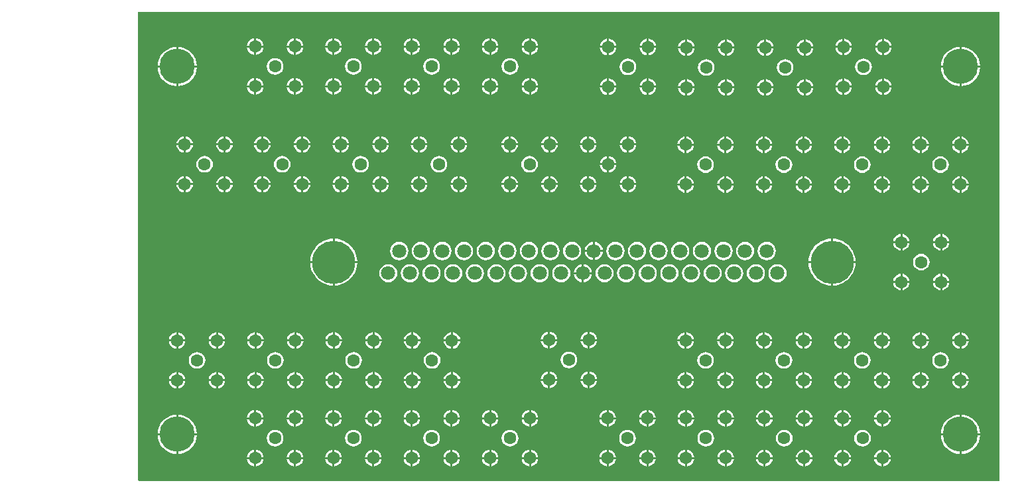
<source format=gbl>
G04*
G04 #@! TF.GenerationSoftware,Altium Limited,Altium Designer,19.1.5 (86)*
G04*
G04 Layer_Physical_Order=2*
G04 Layer_Color=16711680*
%FSLAX25Y25*%
%MOIN*%
G70*
G01*
G75*
%ADD16C,0.06299*%
%ADD17C,0.17717*%
%ADD18C,0.07087*%
%ADD19C,0.21654*%
G36*
X159449Y190453D02*
D01*
D02*
G37*
G36*
X649606Y185039D02*
X649606Y185039D01*
X217035D01*
X216535Y185539D01*
X216535Y421260D01*
X216535Y421260D01*
X649606D01*
Y185039D01*
D02*
G37*
%LPC*%
G36*
X414043Y407820D02*
Y404201D01*
X417663D01*
X417586Y404784D01*
X417168Y405794D01*
X416503Y406660D01*
X415636Y407326D01*
X414627Y407744D01*
X414043Y407820D01*
D02*
G37*
G36*
X413043D02*
X412460Y407744D01*
X411451Y407326D01*
X410584Y406660D01*
X409919Y405794D01*
X409501Y404784D01*
X409424Y404201D01*
X413043D01*
Y407820D01*
D02*
G37*
G36*
X394043D02*
Y404201D01*
X397663D01*
X397586Y404784D01*
X397168Y405794D01*
X396503Y406660D01*
X395636Y407326D01*
X394627Y407744D01*
X394043Y407820D01*
D02*
G37*
G36*
X393043D02*
X392460Y407744D01*
X391451Y407326D01*
X390584Y406660D01*
X389919Y405794D01*
X389501Y404784D01*
X389424Y404201D01*
X393043D01*
Y407820D01*
D02*
G37*
G36*
X374673D02*
Y404201D01*
X378293D01*
X378216Y404784D01*
X377798Y405794D01*
X377133Y406660D01*
X376266Y407326D01*
X375257Y407744D01*
X374673Y407820D01*
D02*
G37*
G36*
X373673D02*
X373090Y407744D01*
X372081Y407326D01*
X371214Y406660D01*
X370549Y405794D01*
X370131Y404784D01*
X370054Y404201D01*
X373673D01*
Y407820D01*
D02*
G37*
G36*
X354673D02*
Y404201D01*
X358293D01*
X358216Y404784D01*
X357798Y405794D01*
X357133Y406660D01*
X356266Y407326D01*
X355257Y407744D01*
X354673Y407820D01*
D02*
G37*
G36*
X353673D02*
X353090Y407744D01*
X352081Y407326D01*
X351214Y406660D01*
X350549Y405794D01*
X350131Y404784D01*
X350054Y404201D01*
X353673D01*
Y407820D01*
D02*
G37*
G36*
X335303D02*
Y404201D01*
X338923D01*
X338846Y404784D01*
X338428Y405794D01*
X337763Y406660D01*
X336896Y407326D01*
X335887Y407744D01*
X335303Y407820D01*
D02*
G37*
G36*
X334303D02*
X333720Y407744D01*
X332711Y407326D01*
X331844Y406660D01*
X331179Y405794D01*
X330761Y404784D01*
X330684Y404201D01*
X334303D01*
Y407820D01*
D02*
G37*
G36*
X315303D02*
Y404201D01*
X318923D01*
X318846Y404784D01*
X318428Y405794D01*
X317763Y406660D01*
X316896Y407326D01*
X315887Y407744D01*
X315303Y407820D01*
D02*
G37*
G36*
X314303D02*
X313720Y407744D01*
X312711Y407326D01*
X311844Y406660D01*
X311179Y405794D01*
X310761Y404784D01*
X310684Y404201D01*
X314303D01*
Y407820D01*
D02*
G37*
G36*
X295933D02*
Y404201D01*
X299553D01*
X299476Y404784D01*
X299058Y405794D01*
X298393Y406660D01*
X297526Y407326D01*
X296516Y407744D01*
X295933Y407820D01*
D02*
G37*
G36*
X294933D02*
X294350Y407744D01*
X293340Y407326D01*
X292474Y406660D01*
X291809Y405794D01*
X291390Y404784D01*
X291314Y404201D01*
X294933D01*
Y407820D01*
D02*
G37*
G36*
X275933D02*
Y404201D01*
X279553D01*
X279476Y404784D01*
X279058Y405794D01*
X278393Y406660D01*
X277526Y407326D01*
X276517Y407744D01*
X275933Y407820D01*
D02*
G37*
G36*
X274933D02*
X274350Y407744D01*
X273341Y407326D01*
X272474Y406660D01*
X271809Y405794D01*
X271390Y404784D01*
X271314Y404201D01*
X274933D01*
Y407820D01*
D02*
G37*
G36*
X591681Y407663D02*
Y404043D01*
X595301D01*
X595224Y404627D01*
X594806Y405636D01*
X594141Y406503D01*
X593274Y407168D01*
X592265Y407586D01*
X591681Y407663D01*
D02*
G37*
G36*
X590681D02*
X590098Y407586D01*
X589088Y407168D01*
X588222Y406503D01*
X587557Y405636D01*
X587138Y404627D01*
X587062Y404043D01*
X590681D01*
Y407663D01*
D02*
G37*
G36*
X571681D02*
Y404043D01*
X575301D01*
X575224Y404627D01*
X574806Y405636D01*
X574141Y406503D01*
X573274Y407168D01*
X572264Y407586D01*
X571681Y407663D01*
D02*
G37*
G36*
X570681D02*
X570098Y407586D01*
X569089Y407168D01*
X568222Y406503D01*
X567556Y405636D01*
X567138Y404627D01*
X567062Y404043D01*
X570681D01*
Y407663D01*
D02*
G37*
G36*
X473256D02*
Y404043D01*
X476876D01*
X476799Y404627D01*
X476381Y405636D01*
X475715Y406503D01*
X474849Y407168D01*
X473839Y407586D01*
X473256Y407663D01*
D02*
G37*
G36*
X472256D02*
X471673Y407586D01*
X470663Y407168D01*
X469797Y406503D01*
X469131Y405636D01*
X468713Y404627D01*
X468636Y404043D01*
X472256D01*
Y407663D01*
D02*
G37*
G36*
X453256D02*
Y404043D01*
X456876D01*
X456799Y404627D01*
X456381Y405636D01*
X455716Y406503D01*
X454849Y407168D01*
X453839Y407586D01*
X453256Y407663D01*
D02*
G37*
G36*
X452256D02*
X451673Y407586D01*
X450663Y407168D01*
X449796Y406503D01*
X449131Y405636D01*
X448713Y404627D01*
X448636Y404043D01*
X452256D01*
Y407663D01*
D02*
G37*
G36*
X552311Y407348D02*
Y403728D01*
X555931D01*
X555854Y404312D01*
X555436Y405321D01*
X554771Y406188D01*
X553904Y406853D01*
X552894Y407271D01*
X552311Y407348D01*
D02*
G37*
G36*
X551311D02*
X550728Y407271D01*
X549719Y406853D01*
X548852Y406188D01*
X548186Y405321D01*
X547768Y404312D01*
X547692Y403728D01*
X551311D01*
Y407348D01*
D02*
G37*
G36*
X532311D02*
Y403728D01*
X535931D01*
X535854Y404312D01*
X535436Y405321D01*
X534771Y406188D01*
X533904Y406853D01*
X532895Y407271D01*
X532311Y407348D01*
D02*
G37*
G36*
X531311D02*
X530728Y407271D01*
X529718Y406853D01*
X528852Y406188D01*
X528187Y405321D01*
X527768Y404312D01*
X527692Y403728D01*
X531311D01*
Y407348D01*
D02*
G37*
G36*
X512626D02*
Y403728D01*
X516246D01*
X516169Y404312D01*
X515751Y405321D01*
X515086Y406188D01*
X514219Y406853D01*
X513209Y407271D01*
X512626Y407348D01*
D02*
G37*
G36*
X511626D02*
X511043Y407271D01*
X510033Y406853D01*
X509166Y406188D01*
X508501Y405321D01*
X508083Y404312D01*
X508006Y403728D01*
X511626D01*
Y407348D01*
D02*
G37*
G36*
X492626D02*
Y403728D01*
X496246D01*
X496169Y404312D01*
X495751Y405321D01*
X495085Y406188D01*
X494219Y406853D01*
X493209Y407271D01*
X492626Y407348D01*
D02*
G37*
G36*
X491626D02*
X491043Y407271D01*
X490033Y406853D01*
X489166Y406188D01*
X488501Y405321D01*
X488083Y404312D01*
X488006Y403728D01*
X491626D01*
Y407348D01*
D02*
G37*
G36*
X417663Y403201D02*
X414043D01*
Y399581D01*
X414627Y399658D01*
X415636Y400076D01*
X416503Y400741D01*
X417168Y401608D01*
X417586Y402618D01*
X417663Y403201D01*
D02*
G37*
G36*
X413043D02*
X409424D01*
X409501Y402618D01*
X409919Y401608D01*
X410584Y400741D01*
X411451Y400076D01*
X412460Y399658D01*
X413043Y399581D01*
Y403201D01*
D02*
G37*
G36*
X397663D02*
X394043D01*
Y399581D01*
X394627Y399658D01*
X395636Y400076D01*
X396503Y400741D01*
X397168Y401608D01*
X397586Y402618D01*
X397663Y403201D01*
D02*
G37*
G36*
X393043D02*
X389424D01*
X389501Y402618D01*
X389919Y401608D01*
X390584Y400741D01*
X391451Y400076D01*
X392460Y399658D01*
X393043Y399581D01*
Y403201D01*
D02*
G37*
G36*
X378293D02*
X374673D01*
Y399581D01*
X375257Y399658D01*
X376266Y400076D01*
X377133Y400741D01*
X377798Y401608D01*
X378216Y402618D01*
X378293Y403201D01*
D02*
G37*
G36*
X373673D02*
X370054D01*
X370131Y402618D01*
X370549Y401608D01*
X371214Y400741D01*
X372081Y400076D01*
X373090Y399658D01*
X373673Y399581D01*
Y403201D01*
D02*
G37*
G36*
X358293D02*
X354673D01*
Y399581D01*
X355257Y399658D01*
X356266Y400076D01*
X357133Y400741D01*
X357798Y401608D01*
X358216Y402618D01*
X358293Y403201D01*
D02*
G37*
G36*
X353673D02*
X350054D01*
X350131Y402618D01*
X350549Y401608D01*
X351214Y400741D01*
X352081Y400076D01*
X353090Y399658D01*
X353673Y399581D01*
Y403201D01*
D02*
G37*
G36*
X338923D02*
X335303D01*
Y399581D01*
X335887Y399658D01*
X336896Y400076D01*
X337763Y400741D01*
X338428Y401608D01*
X338846Y402618D01*
X338923Y403201D01*
D02*
G37*
G36*
X334303D02*
X330684D01*
X330761Y402618D01*
X331179Y401608D01*
X331844Y400741D01*
X332711Y400076D01*
X333720Y399658D01*
X334303Y399581D01*
Y403201D01*
D02*
G37*
G36*
X318923D02*
X315303D01*
Y399581D01*
X315887Y399658D01*
X316896Y400076D01*
X317763Y400741D01*
X318428Y401608D01*
X318846Y402618D01*
X318923Y403201D01*
D02*
G37*
G36*
X314303D02*
X310684D01*
X310761Y402618D01*
X311179Y401608D01*
X311844Y400741D01*
X312711Y400076D01*
X313720Y399658D01*
X314303Y399581D01*
Y403201D01*
D02*
G37*
G36*
X299553D02*
X295933D01*
Y399581D01*
X296516Y399658D01*
X297526Y400076D01*
X298393Y400741D01*
X299058Y401608D01*
X299476Y402618D01*
X299553Y403201D01*
D02*
G37*
G36*
X294933D02*
X291314D01*
X291390Y402618D01*
X291809Y401608D01*
X292474Y400741D01*
X293340Y400076D01*
X294350Y399658D01*
X294933Y399581D01*
Y403201D01*
D02*
G37*
G36*
X279553D02*
X275933D01*
Y399581D01*
X276517Y399658D01*
X277526Y400076D01*
X278393Y400741D01*
X279058Y401608D01*
X279476Y402618D01*
X279553Y403201D01*
D02*
G37*
G36*
X274933D02*
X271314D01*
X271390Y402618D01*
X271809Y401608D01*
X272474Y400741D01*
X273341Y400076D01*
X274350Y399658D01*
X274933Y399581D01*
Y403201D01*
D02*
G37*
G36*
X595301Y403043D02*
X591681D01*
Y399424D01*
X592265Y399501D01*
X593274Y399919D01*
X594141Y400584D01*
X594806Y401451D01*
X595224Y402460D01*
X595301Y403043D01*
D02*
G37*
G36*
X590681D02*
X587062D01*
X587138Y402460D01*
X587557Y401451D01*
X588222Y400584D01*
X589088Y399919D01*
X590098Y399501D01*
X590681Y399424D01*
Y403043D01*
D02*
G37*
G36*
X575301D02*
X571681D01*
Y399424D01*
X572264Y399501D01*
X573274Y399919D01*
X574141Y400584D01*
X574806Y401451D01*
X575224Y402460D01*
X575301Y403043D01*
D02*
G37*
G36*
X570681D02*
X567062D01*
X567138Y402460D01*
X567556Y401451D01*
X568222Y400584D01*
X569089Y399919D01*
X570098Y399501D01*
X570681Y399424D01*
Y403043D01*
D02*
G37*
G36*
X476876D02*
X473256D01*
Y399424D01*
X473839Y399501D01*
X474849Y399919D01*
X475715Y400584D01*
X476381Y401451D01*
X476799Y402460D01*
X476876Y403043D01*
D02*
G37*
G36*
X472256D02*
X468636D01*
X468713Y402460D01*
X469131Y401451D01*
X469797Y400584D01*
X470663Y399919D01*
X471673Y399501D01*
X472256Y399424D01*
Y403043D01*
D02*
G37*
G36*
X456876D02*
X453256D01*
Y399424D01*
X453839Y399501D01*
X454849Y399919D01*
X455716Y400584D01*
X456381Y401451D01*
X456799Y402460D01*
X456876Y403043D01*
D02*
G37*
G36*
X452256D02*
X448636D01*
X448713Y402460D01*
X449131Y401451D01*
X449796Y400584D01*
X450663Y399919D01*
X451673Y399501D01*
X452256Y399424D01*
Y403043D01*
D02*
G37*
G36*
X555931Y402728D02*
X552311D01*
Y399109D01*
X552894Y399186D01*
X553904Y399604D01*
X554771Y400269D01*
X555436Y401136D01*
X555854Y402145D01*
X555931Y402728D01*
D02*
G37*
G36*
X551311D02*
X547692D01*
X547768Y402145D01*
X548186Y401136D01*
X548852Y400269D01*
X549719Y399604D01*
X550728Y399186D01*
X551311Y399109D01*
Y402728D01*
D02*
G37*
G36*
X535931D02*
X532311D01*
Y399109D01*
X532895Y399186D01*
X533904Y399604D01*
X534771Y400269D01*
X535436Y401136D01*
X535854Y402145D01*
X535931Y402728D01*
D02*
G37*
G36*
X531311D02*
X527692D01*
X527768Y402145D01*
X528187Y401136D01*
X528852Y400269D01*
X529718Y399604D01*
X530728Y399186D01*
X531311Y399109D01*
Y402728D01*
D02*
G37*
G36*
X516246D02*
X512626D01*
Y399109D01*
X513209Y399186D01*
X514219Y399604D01*
X515086Y400269D01*
X515751Y401136D01*
X516169Y402145D01*
X516246Y402728D01*
D02*
G37*
G36*
X511626D02*
X508006D01*
X508083Y402145D01*
X508501Y401136D01*
X509166Y400269D01*
X510033Y399604D01*
X511043Y399186D01*
X511626Y399109D01*
Y402728D01*
D02*
G37*
G36*
X496246D02*
X492626D01*
Y399109D01*
X493209Y399186D01*
X494219Y399604D01*
X495085Y400269D01*
X495751Y401136D01*
X496169Y402145D01*
X496246Y402728D01*
D02*
G37*
G36*
X491626D02*
X488006D01*
X488083Y402145D01*
X488501Y401136D01*
X489166Y400269D01*
X490033Y399604D01*
X491043Y399186D01*
X491626Y399109D01*
Y402728D01*
D02*
G37*
G36*
X630421Y403557D02*
Y394201D01*
X639778D01*
X639637Y395633D01*
X639073Y397492D01*
X638158Y399204D01*
X636926Y400705D01*
X635425Y401937D01*
X633712Y402853D01*
X631854Y403416D01*
X630421Y403557D01*
D02*
G37*
G36*
X629421D02*
X627989Y403416D01*
X626130Y402853D01*
X624418Y401937D01*
X622917Y400705D01*
X621685Y399204D01*
X620769Y397492D01*
X620206Y395633D01*
X620064Y394201D01*
X629421D01*
Y403557D01*
D02*
G37*
G36*
X236720D02*
Y394201D01*
X246077D01*
X245936Y395633D01*
X245372Y397492D01*
X244457Y399204D01*
X243225Y400705D01*
X241724Y401937D01*
X240011Y402853D01*
X238153Y403416D01*
X236720Y403557D01*
D02*
G37*
G36*
X235720D02*
X234288Y403416D01*
X232430Y402853D01*
X230717Y401937D01*
X229216Y400705D01*
X227984Y399204D01*
X227068Y397492D01*
X226505Y395633D01*
X226364Y394201D01*
X235720D01*
Y403557D01*
D02*
G37*
G36*
X403543Y397886D02*
X402460Y397744D01*
X401451Y397325D01*
X400584Y396660D01*
X399919Y395794D01*
X399501Y394784D01*
X399358Y393701D01*
X399501Y392618D01*
X399919Y391608D01*
X400584Y390741D01*
X401451Y390076D01*
X402460Y389658D01*
X403543Y389515D01*
X404627Y389658D01*
X405636Y390076D01*
X406503Y390741D01*
X407168Y391608D01*
X407586Y392618D01*
X407729Y393701D01*
X407586Y394784D01*
X407168Y395794D01*
X406503Y396660D01*
X405636Y397325D01*
X404627Y397744D01*
X403543Y397886D01*
D02*
G37*
G36*
X364173D02*
X363090Y397744D01*
X362081Y397325D01*
X361214Y396660D01*
X360549Y395794D01*
X360131Y394784D01*
X359988Y393701D01*
X360131Y392618D01*
X360549Y391608D01*
X361214Y390741D01*
X362081Y390076D01*
X363090Y389658D01*
X364173Y389515D01*
X365257Y389658D01*
X366266Y390076D01*
X367133Y390741D01*
X367798Y391608D01*
X368216Y392618D01*
X368359Y393701D01*
X368216Y394784D01*
X367798Y395794D01*
X367133Y396660D01*
X366266Y397325D01*
X365257Y397744D01*
X364173Y397886D01*
D02*
G37*
G36*
X324803D02*
X323720Y397744D01*
X322711Y397325D01*
X321844Y396660D01*
X321179Y395794D01*
X320761Y394784D01*
X320618Y393701D01*
X320761Y392618D01*
X321179Y391608D01*
X321844Y390741D01*
X322711Y390076D01*
X323720Y389658D01*
X324803Y389515D01*
X325887Y389658D01*
X326896Y390076D01*
X327763Y390741D01*
X328428Y391608D01*
X328846Y392618D01*
X328989Y393701D01*
X328846Y394784D01*
X328428Y395794D01*
X327763Y396660D01*
X326896Y397325D01*
X325887Y397744D01*
X324803Y397886D01*
D02*
G37*
G36*
X285433D02*
X284350Y397744D01*
X283341Y397325D01*
X282474Y396660D01*
X281808Y395794D01*
X281390Y394784D01*
X281248Y393701D01*
X281390Y392618D01*
X281808Y391608D01*
X282474Y390741D01*
X283341Y390076D01*
X284350Y389658D01*
X285433Y389515D01*
X286516Y389658D01*
X287526Y390076D01*
X288393Y390741D01*
X289058Y391608D01*
X289476Y392618D01*
X289619Y393701D01*
X289476Y394784D01*
X289058Y395794D01*
X288393Y396660D01*
X287526Y397325D01*
X286516Y397744D01*
X285433Y397886D01*
D02*
G37*
G36*
X581181Y397729D02*
X580098Y397586D01*
X579088Y397168D01*
X578222Y396503D01*
X577557Y395636D01*
X577138Y394627D01*
X576996Y393543D01*
X577138Y392460D01*
X577557Y391451D01*
X578222Y390584D01*
X579088Y389919D01*
X580098Y389501D01*
X581181Y389358D01*
X582265Y389501D01*
X583274Y389919D01*
X584141Y390584D01*
X584806Y391451D01*
X585224Y392460D01*
X585367Y393543D01*
X585224Y394627D01*
X584806Y395636D01*
X584141Y396503D01*
X583274Y397168D01*
X582265Y397586D01*
X581181Y397729D01*
D02*
G37*
G36*
X462756D02*
X461673Y397586D01*
X460663Y397168D01*
X459796Y396503D01*
X459131Y395636D01*
X458713Y394627D01*
X458571Y393543D01*
X458713Y392460D01*
X459131Y391451D01*
X459796Y390584D01*
X460663Y389919D01*
X461673Y389501D01*
X462756Y389358D01*
X463839Y389501D01*
X464849Y389919D01*
X465716Y390584D01*
X466381Y391451D01*
X466799Y392460D01*
X466941Y393543D01*
X466799Y394627D01*
X466381Y395636D01*
X465716Y396503D01*
X464849Y397168D01*
X463839Y397586D01*
X462756Y397729D01*
D02*
G37*
G36*
X541811Y397414D02*
X540728Y397271D01*
X539718Y396853D01*
X538852Y396188D01*
X538187Y395321D01*
X537768Y394312D01*
X537626Y393228D01*
X537768Y392145D01*
X538187Y391136D01*
X538852Y390269D01*
X539718Y389604D01*
X540728Y389186D01*
X541811Y389043D01*
X542895Y389186D01*
X543904Y389604D01*
X544771Y390269D01*
X545436Y391136D01*
X545854Y392145D01*
X545997Y393228D01*
X545854Y394312D01*
X545436Y395321D01*
X544771Y396188D01*
X543904Y396853D01*
X542895Y397271D01*
X541811Y397414D01*
D02*
G37*
G36*
X502126D02*
X501043Y397271D01*
X500033Y396853D01*
X499166Y396188D01*
X498501Y395321D01*
X498083Y394312D01*
X497941Y393228D01*
X498083Y392145D01*
X498501Y391136D01*
X499166Y390269D01*
X500033Y389604D01*
X501043Y389186D01*
X502126Y389043D01*
X503209Y389186D01*
X504219Y389604D01*
X505086Y390269D01*
X505751Y391136D01*
X506169Y392145D01*
X506311Y393228D01*
X506169Y394312D01*
X505751Y395321D01*
X505086Y396188D01*
X504219Y396853D01*
X503209Y397271D01*
X502126Y397414D01*
D02*
G37*
G36*
X414043Y387820D02*
Y384201D01*
X417663D01*
X417586Y384784D01*
X417168Y385793D01*
X416503Y386660D01*
X415636Y387326D01*
X414627Y387744D01*
X414043Y387820D01*
D02*
G37*
G36*
X413043D02*
X412460Y387744D01*
X411451Y387326D01*
X410584Y386660D01*
X409919Y385793D01*
X409501Y384784D01*
X409424Y384201D01*
X413043D01*
Y387820D01*
D02*
G37*
G36*
X394043D02*
Y384201D01*
X397663D01*
X397586Y384784D01*
X397168Y385793D01*
X396503Y386660D01*
X395636Y387326D01*
X394627Y387744D01*
X394043Y387820D01*
D02*
G37*
G36*
X393043D02*
X392460Y387744D01*
X391451Y387326D01*
X390584Y386660D01*
X389919Y385793D01*
X389501Y384784D01*
X389424Y384201D01*
X393043D01*
Y387820D01*
D02*
G37*
G36*
X374673D02*
Y384201D01*
X378293D01*
X378216Y384784D01*
X377798Y385793D01*
X377133Y386660D01*
X376266Y387326D01*
X375257Y387744D01*
X374673Y387820D01*
D02*
G37*
G36*
X373673D02*
X373090Y387744D01*
X372081Y387326D01*
X371214Y386660D01*
X370549Y385793D01*
X370131Y384784D01*
X370054Y384201D01*
X373673D01*
Y387820D01*
D02*
G37*
G36*
X354673D02*
Y384201D01*
X358293D01*
X358216Y384784D01*
X357798Y385793D01*
X357133Y386660D01*
X356266Y387326D01*
X355257Y387744D01*
X354673Y387820D01*
D02*
G37*
G36*
X353673D02*
X353090Y387744D01*
X352081Y387326D01*
X351214Y386660D01*
X350549Y385793D01*
X350131Y384784D01*
X350054Y384201D01*
X353673D01*
Y387820D01*
D02*
G37*
G36*
X335303D02*
Y384201D01*
X338923D01*
X338846Y384784D01*
X338428Y385793D01*
X337763Y386660D01*
X336896Y387326D01*
X335887Y387744D01*
X335303Y387820D01*
D02*
G37*
G36*
X334303D02*
X333720Y387744D01*
X332711Y387326D01*
X331844Y386660D01*
X331179Y385793D01*
X330761Y384784D01*
X330684Y384201D01*
X334303D01*
Y387820D01*
D02*
G37*
G36*
X315303D02*
Y384201D01*
X318923D01*
X318846Y384784D01*
X318428Y385793D01*
X317763Y386660D01*
X316896Y387326D01*
X315887Y387744D01*
X315303Y387820D01*
D02*
G37*
G36*
X314303D02*
X313720Y387744D01*
X312711Y387326D01*
X311844Y386660D01*
X311179Y385793D01*
X310761Y384784D01*
X310684Y384201D01*
X314303D01*
Y387820D01*
D02*
G37*
G36*
X295933D02*
Y384201D01*
X299553D01*
X299476Y384784D01*
X299058Y385793D01*
X298393Y386660D01*
X297526Y387326D01*
X296516Y387744D01*
X295933Y387820D01*
D02*
G37*
G36*
X294933D02*
X294350Y387744D01*
X293340Y387326D01*
X292474Y386660D01*
X291809Y385793D01*
X291390Y384784D01*
X291314Y384201D01*
X294933D01*
Y387820D01*
D02*
G37*
G36*
X275933D02*
Y384201D01*
X279553D01*
X279476Y384784D01*
X279058Y385793D01*
X278393Y386660D01*
X277526Y387326D01*
X276517Y387744D01*
X275933Y387820D01*
D02*
G37*
G36*
X274933D02*
X274350Y387744D01*
X273341Y387326D01*
X272474Y386660D01*
X271809Y385793D01*
X271390Y384784D01*
X271314Y384201D01*
X274933D01*
Y387820D01*
D02*
G37*
G36*
X591681Y387663D02*
Y384043D01*
X595301D01*
X595224Y384627D01*
X594806Y385636D01*
X594141Y386503D01*
X593274Y387168D01*
X592265Y387586D01*
X591681Y387663D01*
D02*
G37*
G36*
X590681D02*
X590098Y387586D01*
X589088Y387168D01*
X588222Y386503D01*
X587557Y385636D01*
X587138Y384627D01*
X587062Y384043D01*
X590681D01*
Y387663D01*
D02*
G37*
G36*
X571681D02*
Y384043D01*
X575301D01*
X575224Y384627D01*
X574806Y385636D01*
X574141Y386503D01*
X573274Y387168D01*
X572264Y387586D01*
X571681Y387663D01*
D02*
G37*
G36*
X570681D02*
X570098Y387586D01*
X569089Y387168D01*
X568222Y386503D01*
X567556Y385636D01*
X567138Y384627D01*
X567062Y384043D01*
X570681D01*
Y387663D01*
D02*
G37*
G36*
X473256D02*
Y384043D01*
X476876D01*
X476799Y384627D01*
X476381Y385636D01*
X475715Y386503D01*
X474849Y387168D01*
X473839Y387586D01*
X473256Y387663D01*
D02*
G37*
G36*
X472256D02*
X471673Y387586D01*
X470663Y387168D01*
X469797Y386503D01*
X469131Y385636D01*
X468713Y384627D01*
X468636Y384043D01*
X472256D01*
Y387663D01*
D02*
G37*
G36*
X453256D02*
Y384043D01*
X456876D01*
X456799Y384627D01*
X456381Y385636D01*
X455716Y386503D01*
X454849Y387168D01*
X453839Y387586D01*
X453256Y387663D01*
D02*
G37*
G36*
X452256D02*
X451673Y387586D01*
X450663Y387168D01*
X449796Y386503D01*
X449131Y385636D01*
X448713Y384627D01*
X448636Y384043D01*
X452256D01*
Y387663D01*
D02*
G37*
G36*
X639778Y393201D02*
X630421D01*
Y383844D01*
X631854Y383985D01*
X633712Y384549D01*
X635425Y385464D01*
X636926Y386696D01*
X638158Y388197D01*
X639073Y389910D01*
X639637Y391768D01*
X639778Y393201D01*
D02*
G37*
G36*
X629421D02*
X620064D01*
X620206Y391768D01*
X620769Y389910D01*
X621685Y388197D01*
X622917Y386696D01*
X624418Y385464D01*
X626130Y384549D01*
X627989Y383985D01*
X629421Y383844D01*
Y393201D01*
D02*
G37*
G36*
X246077D02*
X236720D01*
Y383844D01*
X238153Y383985D01*
X240011Y384549D01*
X241724Y385464D01*
X243225Y386696D01*
X244457Y388197D01*
X245372Y389910D01*
X245936Y391768D01*
X246077Y393201D01*
D02*
G37*
G36*
X235720D02*
X226364D01*
X226505Y391768D01*
X227068Y389910D01*
X227984Y388197D01*
X229216Y386696D01*
X230717Y385464D01*
X232430Y384549D01*
X234288Y383985D01*
X235720Y383844D01*
Y393201D01*
D02*
G37*
G36*
X552311Y387348D02*
Y383728D01*
X555931D01*
X555854Y384312D01*
X555436Y385321D01*
X554771Y386188D01*
X553904Y386853D01*
X552894Y387271D01*
X552311Y387348D01*
D02*
G37*
G36*
X551311D02*
X550728Y387271D01*
X549719Y386853D01*
X548852Y386188D01*
X548186Y385321D01*
X547768Y384312D01*
X547692Y383728D01*
X551311D01*
Y387348D01*
D02*
G37*
G36*
X532311D02*
Y383728D01*
X535931D01*
X535854Y384312D01*
X535436Y385321D01*
X534771Y386188D01*
X533904Y386853D01*
X532895Y387271D01*
X532311Y387348D01*
D02*
G37*
G36*
X531311D02*
X530728Y387271D01*
X529718Y386853D01*
X528852Y386188D01*
X528187Y385321D01*
X527768Y384312D01*
X527692Y383728D01*
X531311D01*
Y387348D01*
D02*
G37*
G36*
X512626D02*
Y383728D01*
X516246D01*
X516169Y384312D01*
X515751Y385321D01*
X515086Y386188D01*
X514219Y386853D01*
X513209Y387271D01*
X512626Y387348D01*
D02*
G37*
G36*
X511626D02*
X511043Y387271D01*
X510033Y386853D01*
X509166Y386188D01*
X508501Y385321D01*
X508083Y384312D01*
X508006Y383728D01*
X511626D01*
Y387348D01*
D02*
G37*
G36*
X492626D02*
Y383728D01*
X496246D01*
X496169Y384312D01*
X495751Y385321D01*
X495085Y386188D01*
X494219Y386853D01*
X493209Y387271D01*
X492626Y387348D01*
D02*
G37*
G36*
X491626D02*
X491043Y387271D01*
X490033Y386853D01*
X489166Y386188D01*
X488501Y385321D01*
X488083Y384312D01*
X488006Y383728D01*
X491626D01*
Y387348D01*
D02*
G37*
G36*
X417663Y383201D02*
X414043D01*
Y379581D01*
X414627Y379658D01*
X415636Y380076D01*
X416503Y380741D01*
X417168Y381608D01*
X417586Y382617D01*
X417663Y383201D01*
D02*
G37*
G36*
X413043D02*
X409424D01*
X409501Y382617D01*
X409919Y381608D01*
X410584Y380741D01*
X411451Y380076D01*
X412460Y379658D01*
X413043Y379581D01*
Y383201D01*
D02*
G37*
G36*
X397663D02*
X394043D01*
Y379581D01*
X394627Y379658D01*
X395636Y380076D01*
X396503Y380741D01*
X397168Y381608D01*
X397586Y382617D01*
X397663Y383201D01*
D02*
G37*
G36*
X393043D02*
X389424D01*
X389501Y382617D01*
X389919Y381608D01*
X390584Y380741D01*
X391451Y380076D01*
X392460Y379658D01*
X393043Y379581D01*
Y383201D01*
D02*
G37*
G36*
X378293D02*
X374673D01*
Y379581D01*
X375257Y379658D01*
X376266Y380076D01*
X377133Y380741D01*
X377798Y381608D01*
X378216Y382617D01*
X378293Y383201D01*
D02*
G37*
G36*
X373673D02*
X370054D01*
X370131Y382617D01*
X370549Y381608D01*
X371214Y380741D01*
X372081Y380076D01*
X373090Y379658D01*
X373673Y379581D01*
Y383201D01*
D02*
G37*
G36*
X358293D02*
X354673D01*
Y379581D01*
X355257Y379658D01*
X356266Y380076D01*
X357133Y380741D01*
X357798Y381608D01*
X358216Y382617D01*
X358293Y383201D01*
D02*
G37*
G36*
X353673D02*
X350054D01*
X350131Y382617D01*
X350549Y381608D01*
X351214Y380741D01*
X352081Y380076D01*
X353090Y379658D01*
X353673Y379581D01*
Y383201D01*
D02*
G37*
G36*
X338923D02*
X335303D01*
Y379581D01*
X335887Y379658D01*
X336896Y380076D01*
X337763Y380741D01*
X338428Y381608D01*
X338846Y382617D01*
X338923Y383201D01*
D02*
G37*
G36*
X334303D02*
X330684D01*
X330761Y382617D01*
X331179Y381608D01*
X331844Y380741D01*
X332711Y380076D01*
X333720Y379658D01*
X334303Y379581D01*
Y383201D01*
D02*
G37*
G36*
X318923D02*
X315303D01*
Y379581D01*
X315887Y379658D01*
X316896Y380076D01*
X317763Y380741D01*
X318428Y381608D01*
X318846Y382617D01*
X318923Y383201D01*
D02*
G37*
G36*
X314303D02*
X310684D01*
X310761Y382617D01*
X311179Y381608D01*
X311844Y380741D01*
X312711Y380076D01*
X313720Y379658D01*
X314303Y379581D01*
Y383201D01*
D02*
G37*
G36*
X299553D02*
X295933D01*
Y379581D01*
X296516Y379658D01*
X297526Y380076D01*
X298393Y380741D01*
X299058Y381608D01*
X299476Y382617D01*
X299553Y383201D01*
D02*
G37*
G36*
X294933D02*
X291314D01*
X291390Y382617D01*
X291809Y381608D01*
X292474Y380741D01*
X293340Y380076D01*
X294350Y379658D01*
X294933Y379581D01*
Y383201D01*
D02*
G37*
G36*
X279553D02*
X275933D01*
Y379581D01*
X276517Y379658D01*
X277526Y380076D01*
X278393Y380741D01*
X279058Y381608D01*
X279476Y382617D01*
X279553Y383201D01*
D02*
G37*
G36*
X274933D02*
X271314D01*
X271390Y382617D01*
X271809Y381608D01*
X272474Y380741D01*
X273341Y380076D01*
X274350Y379658D01*
X274933Y379581D01*
Y383201D01*
D02*
G37*
G36*
X595301Y383043D02*
X591681D01*
Y379424D01*
X592265Y379501D01*
X593274Y379919D01*
X594141Y380584D01*
X594806Y381451D01*
X595224Y382460D01*
X595301Y383043D01*
D02*
G37*
G36*
X590681D02*
X587062D01*
X587138Y382460D01*
X587557Y381451D01*
X588222Y380584D01*
X589088Y379919D01*
X590098Y379501D01*
X590681Y379424D01*
Y383043D01*
D02*
G37*
G36*
X575301D02*
X571681D01*
Y379424D01*
X572264Y379501D01*
X573274Y379919D01*
X574141Y380584D01*
X574806Y381451D01*
X575224Y382460D01*
X575301Y383043D01*
D02*
G37*
G36*
X570681D02*
X567062D01*
X567138Y382460D01*
X567556Y381451D01*
X568222Y380584D01*
X569089Y379919D01*
X570098Y379501D01*
X570681Y379424D01*
Y383043D01*
D02*
G37*
G36*
X476876D02*
X473256D01*
Y379424D01*
X473839Y379501D01*
X474849Y379919D01*
X475715Y380584D01*
X476381Y381451D01*
X476799Y382460D01*
X476876Y383043D01*
D02*
G37*
G36*
X472256D02*
X468636D01*
X468713Y382460D01*
X469131Y381451D01*
X469797Y380584D01*
X470663Y379919D01*
X471673Y379501D01*
X472256Y379424D01*
Y383043D01*
D02*
G37*
G36*
X456876D02*
X453256D01*
Y379424D01*
X453839Y379501D01*
X454849Y379919D01*
X455716Y380584D01*
X456381Y381451D01*
X456799Y382460D01*
X456876Y383043D01*
D02*
G37*
G36*
X452256D02*
X448636D01*
X448713Y382460D01*
X449131Y381451D01*
X449796Y380584D01*
X450663Y379919D01*
X451673Y379501D01*
X452256Y379424D01*
Y383043D01*
D02*
G37*
G36*
X555931Y382728D02*
X552311D01*
Y379109D01*
X552894Y379186D01*
X553904Y379604D01*
X554771Y380269D01*
X555436Y381136D01*
X555854Y382145D01*
X555931Y382728D01*
D02*
G37*
G36*
X551311D02*
X547692D01*
X547768Y382145D01*
X548186Y381136D01*
X548852Y380269D01*
X549719Y379604D01*
X550728Y379186D01*
X551311Y379109D01*
Y382728D01*
D02*
G37*
G36*
X535931D02*
X532311D01*
Y379109D01*
X532895Y379186D01*
X533904Y379604D01*
X534771Y380269D01*
X535436Y381136D01*
X535854Y382145D01*
X535931Y382728D01*
D02*
G37*
G36*
X531311D02*
X527692D01*
X527768Y382145D01*
X528187Y381136D01*
X528852Y380269D01*
X529718Y379604D01*
X530728Y379186D01*
X531311Y379109D01*
Y382728D01*
D02*
G37*
G36*
X516246D02*
X512626D01*
Y379109D01*
X513209Y379186D01*
X514219Y379604D01*
X515086Y380269D01*
X515751Y381136D01*
X516169Y382145D01*
X516246Y382728D01*
D02*
G37*
G36*
X511626D02*
X508006D01*
X508083Y382145D01*
X508501Y381136D01*
X509166Y380269D01*
X510033Y379604D01*
X511043Y379186D01*
X511626Y379109D01*
Y382728D01*
D02*
G37*
G36*
X496246D02*
X492626D01*
Y379109D01*
X493209Y379186D01*
X494219Y379604D01*
X495085Y380269D01*
X495751Y381136D01*
X496169Y382145D01*
X496246Y382728D01*
D02*
G37*
G36*
X491626D02*
X488006D01*
X488083Y382145D01*
X488501Y381136D01*
X489166Y380269D01*
X490033Y379604D01*
X491043Y379186D01*
X491626Y379109D01*
Y382728D01*
D02*
G37*
G36*
X463256Y358608D02*
Y354988D01*
X466876D01*
X466799Y355572D01*
X466381Y356581D01*
X465716Y357448D01*
X464849Y358113D01*
X463839Y358531D01*
X463256Y358608D01*
D02*
G37*
G36*
X462256D02*
X461673Y358531D01*
X460663Y358113D01*
X459796Y357448D01*
X459131Y356581D01*
X458713Y355572D01*
X458636Y354988D01*
X462256D01*
Y358608D01*
D02*
G37*
G36*
X443256D02*
Y354988D01*
X446876D01*
X446799Y355572D01*
X446381Y356581D01*
X445716Y357448D01*
X444849Y358113D01*
X443839Y358531D01*
X443256Y358608D01*
D02*
G37*
G36*
X442256D02*
X441673Y358531D01*
X440663Y358113D01*
X439796Y357448D01*
X439131Y356581D01*
X438713Y355572D01*
X438636Y354988D01*
X442256D01*
Y358608D01*
D02*
G37*
G36*
X423886D02*
Y354988D01*
X427505D01*
X427429Y355572D01*
X427010Y356581D01*
X426345Y357448D01*
X425479Y358113D01*
X424469Y358531D01*
X423886Y358608D01*
D02*
G37*
G36*
X422886D02*
X422302Y358531D01*
X421293Y358113D01*
X420426Y357448D01*
X419761Y356581D01*
X419343Y355572D01*
X419266Y354988D01*
X422886D01*
Y358608D01*
D02*
G37*
G36*
X403886D02*
Y354988D01*
X407505D01*
X407429Y355572D01*
X407011Y356581D01*
X406345Y357448D01*
X405478Y358113D01*
X404469Y358531D01*
X403886Y358608D01*
D02*
G37*
G36*
X402886D02*
X402303Y358531D01*
X401293Y358113D01*
X400426Y357448D01*
X399761Y356581D01*
X399343Y355572D01*
X399266Y354988D01*
X402886D01*
Y358608D01*
D02*
G37*
G36*
X378295D02*
Y354988D01*
X381915D01*
X381838Y355572D01*
X381420Y356581D01*
X380755Y357448D01*
X379888Y358113D01*
X378878Y358531D01*
X378295Y358608D01*
D02*
G37*
G36*
X377295D02*
X376712Y358531D01*
X375703Y358113D01*
X374836Y357448D01*
X374170Y356581D01*
X373752Y355572D01*
X373676Y354988D01*
X377295D01*
Y358608D01*
D02*
G37*
G36*
X358295D02*
Y354988D01*
X361915D01*
X361838Y355572D01*
X361420Y356581D01*
X360755Y357448D01*
X359888Y358113D01*
X358878Y358531D01*
X358295Y358608D01*
D02*
G37*
G36*
X357295D02*
X356712Y358531D01*
X355702Y358113D01*
X354836Y357448D01*
X354170Y356581D01*
X353752Y355572D01*
X353676Y354988D01*
X357295D01*
Y358608D01*
D02*
G37*
G36*
X338925D02*
Y354988D01*
X342545D01*
X342468Y355572D01*
X342050Y356581D01*
X341385Y357448D01*
X340518Y358113D01*
X339509Y358531D01*
X338925Y358608D01*
D02*
G37*
G36*
X337925D02*
X337342Y358531D01*
X336333Y358113D01*
X335466Y357448D01*
X334801Y356581D01*
X334382Y355572D01*
X334306Y354988D01*
X337925D01*
Y358608D01*
D02*
G37*
G36*
X318925D02*
Y354988D01*
X322545D01*
X322468Y355572D01*
X322050Y356581D01*
X321385Y357448D01*
X320518Y358113D01*
X319509Y358531D01*
X318925Y358608D01*
D02*
G37*
G36*
X317925D02*
X317342Y358531D01*
X316333Y358113D01*
X315466Y357448D01*
X314801Y356581D01*
X314382Y355572D01*
X314306Y354988D01*
X317925D01*
Y358608D01*
D02*
G37*
G36*
X299555D02*
Y354988D01*
X303175D01*
X303098Y355572D01*
X302680Y356581D01*
X302014Y357448D01*
X301148Y358113D01*
X300138Y358531D01*
X299555Y358608D01*
D02*
G37*
G36*
X298555D02*
X297972Y358531D01*
X296962Y358113D01*
X296095Y357448D01*
X295430Y356581D01*
X295012Y355572D01*
X294935Y354988D01*
X298555D01*
Y358608D01*
D02*
G37*
G36*
X279555D02*
Y354988D01*
X283175D01*
X283098Y355572D01*
X282680Y356581D01*
X282014Y357448D01*
X281148Y358113D01*
X280138Y358531D01*
X279555Y358608D01*
D02*
G37*
G36*
X278555D02*
X277972Y358531D01*
X276962Y358113D01*
X276096Y357448D01*
X275430Y356581D01*
X275012Y355572D01*
X274935Y354988D01*
X278555D01*
Y358608D01*
D02*
G37*
G36*
X260500D02*
Y354988D01*
X264120D01*
X264043Y355572D01*
X263625Y356581D01*
X262960Y357448D01*
X262093Y358113D01*
X261083Y358531D01*
X260500Y358608D01*
D02*
G37*
G36*
X259500D02*
X258917Y358531D01*
X257907Y358113D01*
X257041Y357448D01*
X256375Y356581D01*
X255957Y355572D01*
X255880Y354988D01*
X259500D01*
Y358608D01*
D02*
G37*
G36*
X240500D02*
Y354988D01*
X244120D01*
X244043Y355572D01*
X243625Y356581D01*
X242959Y357448D01*
X242093Y358113D01*
X241083Y358531D01*
X240500Y358608D01*
D02*
G37*
G36*
X239500D02*
X238917Y358531D01*
X237907Y358113D01*
X237040Y357448D01*
X236375Y356581D01*
X235957Y355572D01*
X235880Y354988D01*
X239500D01*
Y358608D01*
D02*
G37*
G36*
X630421Y358450D02*
Y354831D01*
X634041D01*
X633964Y355414D01*
X633546Y356423D01*
X632881Y357290D01*
X632014Y357956D01*
X631004Y358374D01*
X630421Y358450D01*
D02*
G37*
G36*
X629421D02*
X628838Y358374D01*
X627829Y357956D01*
X626962Y357290D01*
X626297Y356423D01*
X625878Y355414D01*
X625802Y354831D01*
X629421D01*
Y358450D01*
D02*
G37*
G36*
X610421D02*
Y354831D01*
X614041D01*
X613964Y355414D01*
X613546Y356423D01*
X612881Y357290D01*
X612014Y357956D01*
X611004Y358374D01*
X610421Y358450D01*
D02*
G37*
G36*
X609421D02*
X608838Y358374D01*
X607829Y357956D01*
X606962Y357290D01*
X606296Y356423D01*
X605878Y355414D01*
X605802Y354831D01*
X609421D01*
Y358450D01*
D02*
G37*
G36*
X591051D02*
Y354831D01*
X594671D01*
X594594Y355414D01*
X594176Y356423D01*
X593510Y357290D01*
X592644Y357956D01*
X591634Y358374D01*
X591051Y358450D01*
D02*
G37*
G36*
X590051D02*
X589468Y358374D01*
X588458Y357956D01*
X587592Y357290D01*
X586926Y356423D01*
X586508Y355414D01*
X586431Y354831D01*
X590051D01*
Y358450D01*
D02*
G37*
G36*
X571051D02*
Y354831D01*
X574671D01*
X574594Y355414D01*
X574176Y356423D01*
X573511Y357290D01*
X572644Y357956D01*
X571634Y358374D01*
X571051Y358450D01*
D02*
G37*
G36*
X570051D02*
X569468Y358374D01*
X568458Y357956D01*
X567591Y357290D01*
X566926Y356423D01*
X566508Y355414D01*
X566431Y354831D01*
X570051D01*
Y358450D01*
D02*
G37*
G36*
X551681D02*
Y354831D01*
X555301D01*
X555224Y355414D01*
X554806Y356423D01*
X554141Y357290D01*
X553274Y357956D01*
X552264Y358374D01*
X551681Y358450D01*
D02*
G37*
G36*
X550681D02*
X550098Y358374D01*
X549088Y357956D01*
X548221Y357290D01*
X547556Y356423D01*
X547138Y355414D01*
X547061Y354831D01*
X550681D01*
Y358450D01*
D02*
G37*
G36*
X531681D02*
Y354831D01*
X535301D01*
X535224Y355414D01*
X534806Y356423D01*
X534140Y357290D01*
X533274Y357956D01*
X532264Y358374D01*
X531681Y358450D01*
D02*
G37*
G36*
X530681D02*
X530098Y358374D01*
X529088Y357956D01*
X528222Y357290D01*
X527556Y356423D01*
X527138Y355414D01*
X527061Y354831D01*
X530681D01*
Y358450D01*
D02*
G37*
G36*
X512311D02*
Y354831D01*
X515930D01*
X515854Y355414D01*
X515436Y356423D01*
X514770Y357290D01*
X513904Y357956D01*
X512894Y358374D01*
X512311Y358450D01*
D02*
G37*
G36*
X511311D02*
X510728Y358374D01*
X509718Y357956D01*
X508851Y357290D01*
X508186Y356423D01*
X507768Y355414D01*
X507691Y354831D01*
X511311D01*
Y358450D01*
D02*
G37*
G36*
X492311D02*
Y354831D01*
X495930D01*
X495854Y355414D01*
X495435Y356423D01*
X494770Y357290D01*
X493903Y357956D01*
X492894Y358374D01*
X492311Y358450D01*
D02*
G37*
G36*
X491311D02*
X490728Y358374D01*
X489718Y357956D01*
X488851Y357290D01*
X488186Y356423D01*
X487768Y355414D01*
X487691Y354831D01*
X491311D01*
Y358450D01*
D02*
G37*
G36*
X466876Y353988D02*
X463256D01*
Y350369D01*
X463839Y350445D01*
X464849Y350864D01*
X465716Y351529D01*
X466381Y352396D01*
X466799Y353405D01*
X466876Y353988D01*
D02*
G37*
G36*
X462256D02*
X458636D01*
X458713Y353405D01*
X459131Y352396D01*
X459796Y351529D01*
X460663Y350864D01*
X461673Y350445D01*
X462256Y350369D01*
Y353988D01*
D02*
G37*
G36*
X446876D02*
X443256D01*
Y350369D01*
X443839Y350445D01*
X444849Y350864D01*
X445716Y351529D01*
X446381Y352396D01*
X446799Y353405D01*
X446876Y353988D01*
D02*
G37*
G36*
X442256D02*
X438636D01*
X438713Y353405D01*
X439131Y352396D01*
X439796Y351529D01*
X440663Y350864D01*
X441673Y350445D01*
X442256Y350369D01*
Y353988D01*
D02*
G37*
G36*
X427505D02*
X423886D01*
Y350369D01*
X424469Y350445D01*
X425479Y350864D01*
X426345Y351529D01*
X427010Y352396D01*
X427429Y353405D01*
X427505Y353988D01*
D02*
G37*
G36*
X422886D02*
X419266D01*
X419343Y353405D01*
X419761Y352396D01*
X420426Y351529D01*
X421293Y350864D01*
X422302Y350445D01*
X422886Y350369D01*
Y353988D01*
D02*
G37*
G36*
X407505D02*
X403886D01*
Y350369D01*
X404469Y350445D01*
X405478Y350864D01*
X406345Y351529D01*
X407011Y352396D01*
X407429Y353405D01*
X407505Y353988D01*
D02*
G37*
G36*
X402886D02*
X399266D01*
X399343Y353405D01*
X399761Y352396D01*
X400426Y351529D01*
X401293Y350864D01*
X402303Y350445D01*
X402886Y350369D01*
Y353988D01*
D02*
G37*
G36*
X381915D02*
X378295D01*
Y350369D01*
X378878Y350445D01*
X379888Y350864D01*
X380755Y351529D01*
X381420Y352396D01*
X381838Y353405D01*
X381915Y353988D01*
D02*
G37*
G36*
X377295D02*
X373676D01*
X373752Y353405D01*
X374170Y352396D01*
X374836Y351529D01*
X375703Y350864D01*
X376712Y350445D01*
X377295Y350369D01*
Y353988D01*
D02*
G37*
G36*
X361915D02*
X358295D01*
Y350369D01*
X358878Y350445D01*
X359888Y350864D01*
X360755Y351529D01*
X361420Y352396D01*
X361838Y353405D01*
X361915Y353988D01*
D02*
G37*
G36*
X357295D02*
X353676D01*
X353752Y353405D01*
X354170Y352396D01*
X354836Y351529D01*
X355702Y350864D01*
X356712Y350445D01*
X357295Y350369D01*
Y353988D01*
D02*
G37*
G36*
X342545D02*
X338925D01*
Y350369D01*
X339509Y350445D01*
X340518Y350864D01*
X341385Y351529D01*
X342050Y352396D01*
X342468Y353405D01*
X342545Y353988D01*
D02*
G37*
G36*
X337925D02*
X334306D01*
X334382Y353405D01*
X334801Y352396D01*
X335466Y351529D01*
X336333Y350864D01*
X337342Y350445D01*
X337925Y350369D01*
Y353988D01*
D02*
G37*
G36*
X322545D02*
X318925D01*
Y350369D01*
X319509Y350445D01*
X320518Y350864D01*
X321385Y351529D01*
X322050Y352396D01*
X322468Y353405D01*
X322545Y353988D01*
D02*
G37*
G36*
X317925D02*
X314306D01*
X314382Y353405D01*
X314801Y352396D01*
X315466Y351529D01*
X316333Y350864D01*
X317342Y350445D01*
X317925Y350369D01*
Y353988D01*
D02*
G37*
G36*
X303175D02*
X299555D01*
Y350369D01*
X300138Y350445D01*
X301148Y350864D01*
X302014Y351529D01*
X302680Y352396D01*
X303098Y353405D01*
X303175Y353988D01*
D02*
G37*
G36*
X298555D02*
X294935D01*
X295012Y353405D01*
X295430Y352396D01*
X296095Y351529D01*
X296962Y350864D01*
X297972Y350445D01*
X298555Y350369D01*
Y353988D01*
D02*
G37*
G36*
X283175D02*
X279555D01*
Y350369D01*
X280138Y350445D01*
X281148Y350864D01*
X282014Y351529D01*
X282680Y352396D01*
X283098Y353405D01*
X283175Y353988D01*
D02*
G37*
G36*
X278555D02*
X274935D01*
X275012Y353405D01*
X275430Y352396D01*
X276096Y351529D01*
X276962Y350864D01*
X277972Y350445D01*
X278555Y350369D01*
Y353988D01*
D02*
G37*
G36*
X264120D02*
X260500D01*
Y350369D01*
X261083Y350445D01*
X262093Y350864D01*
X262960Y351529D01*
X263625Y352396D01*
X264043Y353405D01*
X264120Y353988D01*
D02*
G37*
G36*
X259500D02*
X255880D01*
X255957Y353405D01*
X256375Y352396D01*
X257041Y351529D01*
X257907Y350864D01*
X258917Y350445D01*
X259500Y350369D01*
Y353988D01*
D02*
G37*
G36*
X244120D02*
X240500D01*
Y350369D01*
X241083Y350445D01*
X242093Y350864D01*
X242959Y351529D01*
X243625Y352396D01*
X244043Y353405D01*
X244120Y353988D01*
D02*
G37*
G36*
X239500D02*
X235880D01*
X235957Y353405D01*
X236375Y352396D01*
X237040Y351529D01*
X237907Y350864D01*
X238917Y350445D01*
X239500Y350369D01*
Y353988D01*
D02*
G37*
G36*
X634041Y353831D02*
X630421D01*
Y350211D01*
X631004Y350288D01*
X632014Y350706D01*
X632881Y351371D01*
X633546Y352238D01*
X633964Y353247D01*
X634041Y353831D01*
D02*
G37*
G36*
X629421D02*
X625802D01*
X625878Y353247D01*
X626297Y352238D01*
X626962Y351371D01*
X627829Y350706D01*
X628838Y350288D01*
X629421Y350211D01*
Y353831D01*
D02*
G37*
G36*
X614041D02*
X610421D01*
Y350211D01*
X611004Y350288D01*
X612014Y350706D01*
X612881Y351371D01*
X613546Y352238D01*
X613964Y353247D01*
X614041Y353831D01*
D02*
G37*
G36*
X609421D02*
X605802D01*
X605878Y353247D01*
X606296Y352238D01*
X606962Y351371D01*
X607829Y350706D01*
X608838Y350288D01*
X609421Y350211D01*
Y353831D01*
D02*
G37*
G36*
X594671D02*
X591051D01*
Y350211D01*
X591634Y350288D01*
X592644Y350706D01*
X593510Y351371D01*
X594176Y352238D01*
X594594Y353247D01*
X594671Y353831D01*
D02*
G37*
G36*
X590051D02*
X586431D01*
X586508Y353247D01*
X586926Y352238D01*
X587592Y351371D01*
X588458Y350706D01*
X589468Y350288D01*
X590051Y350211D01*
Y353831D01*
D02*
G37*
G36*
X574671D02*
X571051D01*
Y350211D01*
X571634Y350288D01*
X572644Y350706D01*
X573511Y351371D01*
X574176Y352238D01*
X574594Y353247D01*
X574671Y353831D01*
D02*
G37*
G36*
X570051D02*
X566431D01*
X566508Y353247D01*
X566926Y352238D01*
X567591Y351371D01*
X568458Y350706D01*
X569468Y350288D01*
X570051Y350211D01*
Y353831D01*
D02*
G37*
G36*
X555301D02*
X551681D01*
Y350211D01*
X552264Y350288D01*
X553274Y350706D01*
X554141Y351371D01*
X554806Y352238D01*
X555224Y353247D01*
X555301Y353831D01*
D02*
G37*
G36*
X550681D02*
X547061D01*
X547138Y353247D01*
X547556Y352238D01*
X548221Y351371D01*
X549088Y350706D01*
X550098Y350288D01*
X550681Y350211D01*
Y353831D01*
D02*
G37*
G36*
X535301D02*
X531681D01*
Y350211D01*
X532264Y350288D01*
X533274Y350706D01*
X534140Y351371D01*
X534806Y352238D01*
X535224Y353247D01*
X535301Y353831D01*
D02*
G37*
G36*
X530681D02*
X527061D01*
X527138Y353247D01*
X527556Y352238D01*
X528222Y351371D01*
X529088Y350706D01*
X530098Y350288D01*
X530681Y350211D01*
Y353831D01*
D02*
G37*
G36*
X515930D02*
X512311D01*
Y350211D01*
X512894Y350288D01*
X513904Y350706D01*
X514770Y351371D01*
X515436Y352238D01*
X515854Y353247D01*
X515930Y353831D01*
D02*
G37*
G36*
X511311D02*
X507691D01*
X507768Y353247D01*
X508186Y352238D01*
X508851Y351371D01*
X509718Y350706D01*
X510728Y350288D01*
X511311Y350211D01*
Y353831D01*
D02*
G37*
G36*
X495930D02*
X492311D01*
Y350211D01*
X492894Y350288D01*
X493903Y350706D01*
X494770Y351371D01*
X495435Y352238D01*
X495854Y353247D01*
X495930Y353831D01*
D02*
G37*
G36*
X491311D02*
X487691D01*
X487768Y353247D01*
X488186Y352238D01*
X488851Y351371D01*
X489718Y350706D01*
X490728Y350288D01*
X491311Y350211D01*
Y353831D01*
D02*
G37*
G36*
X453256Y348608D02*
Y344988D01*
X456876D01*
X456799Y345571D01*
X456381Y346581D01*
X455716Y347448D01*
X454849Y348113D01*
X453839Y348531D01*
X453256Y348608D01*
D02*
G37*
G36*
X452256D02*
X451673Y348531D01*
X450663Y348113D01*
X449796Y347448D01*
X449131Y346581D01*
X448713Y345571D01*
X448636Y344988D01*
X452256D01*
Y348608D01*
D02*
G37*
G36*
X456876Y343988D02*
X453256D01*
Y340369D01*
X453839Y340445D01*
X454849Y340863D01*
X455716Y341529D01*
X456381Y342395D01*
X456799Y343405D01*
X456876Y343988D01*
D02*
G37*
G36*
X452256D02*
X448636D01*
X448713Y343405D01*
X449131Y342395D01*
X449796Y341529D01*
X450663Y340863D01*
X451673Y340445D01*
X452256Y340369D01*
Y343988D01*
D02*
G37*
G36*
X413386Y348674D02*
X412302Y348531D01*
X411293Y348113D01*
X410426Y347448D01*
X409761Y346581D01*
X409343Y345571D01*
X409200Y344488D01*
X409343Y343405D01*
X409761Y342395D01*
X410426Y341529D01*
X411293Y340863D01*
X412302Y340445D01*
X413386Y340303D01*
X414469Y340445D01*
X415479Y340863D01*
X416345Y341529D01*
X417010Y342395D01*
X417429Y343405D01*
X417571Y344488D01*
X417429Y345571D01*
X417010Y346581D01*
X416345Y347448D01*
X415479Y348113D01*
X414469Y348531D01*
X413386Y348674D01*
D02*
G37*
G36*
X367795D02*
X366712Y348531D01*
X365703Y348113D01*
X364836Y347448D01*
X364171Y346581D01*
X363752Y345571D01*
X363610Y344488D01*
X363752Y343405D01*
X364171Y342395D01*
X364836Y341529D01*
X365703Y340863D01*
X366712Y340445D01*
X367795Y340303D01*
X368879Y340445D01*
X369888Y340863D01*
X370755Y341529D01*
X371420Y342395D01*
X371838Y343405D01*
X371981Y344488D01*
X371838Y345571D01*
X371420Y346581D01*
X370755Y347448D01*
X369888Y348113D01*
X368879Y348531D01*
X367795Y348674D01*
D02*
G37*
G36*
X328425D02*
X327342Y348531D01*
X326332Y348113D01*
X325466Y347448D01*
X324800Y346581D01*
X324382Y345571D01*
X324240Y344488D01*
X324382Y343405D01*
X324800Y342395D01*
X325466Y341529D01*
X326332Y340863D01*
X327342Y340445D01*
X328425Y340303D01*
X329508Y340445D01*
X330518Y340863D01*
X331385Y341529D01*
X332050Y342395D01*
X332468Y343405D01*
X332611Y344488D01*
X332468Y345571D01*
X332050Y346581D01*
X331385Y347448D01*
X330518Y348113D01*
X329508Y348531D01*
X328425Y348674D01*
D02*
G37*
G36*
X289055D02*
X287972Y348531D01*
X286962Y348113D01*
X286095Y347448D01*
X285430Y346581D01*
X285012Y345571D01*
X284870Y344488D01*
X285012Y343405D01*
X285430Y342395D01*
X286095Y341529D01*
X286962Y340863D01*
X287972Y340445D01*
X289055Y340303D01*
X290138Y340445D01*
X291148Y340863D01*
X292015Y341529D01*
X292680Y342395D01*
X293098Y343405D01*
X293240Y344488D01*
X293098Y345571D01*
X292680Y346581D01*
X292015Y347448D01*
X291148Y348113D01*
X290138Y348531D01*
X289055Y348674D01*
D02*
G37*
G36*
X250000D02*
X248917Y348531D01*
X247907Y348113D01*
X247041Y347448D01*
X246375Y346581D01*
X245957Y345571D01*
X245815Y344488D01*
X245957Y343405D01*
X246375Y342395D01*
X247041Y341529D01*
X247907Y340863D01*
X248917Y340445D01*
X250000Y340303D01*
X251083Y340445D01*
X252093Y340863D01*
X252959Y341529D01*
X253625Y342395D01*
X254043Y343405D01*
X254185Y344488D01*
X254043Y345571D01*
X253625Y346581D01*
X252959Y347448D01*
X252093Y348113D01*
X251083Y348531D01*
X250000Y348674D01*
D02*
G37*
G36*
X619921Y348516D02*
X618838Y348374D01*
X617829Y347955D01*
X616962Y347290D01*
X616296Y346424D01*
X615878Y345414D01*
X615736Y344331D01*
X615878Y343248D01*
X616296Y342238D01*
X616962Y341371D01*
X617829Y340706D01*
X618838Y340288D01*
X619921Y340145D01*
X621004Y340288D01*
X622014Y340706D01*
X622881Y341371D01*
X623546Y342238D01*
X623964Y343248D01*
X624107Y344331D01*
X623964Y345414D01*
X623546Y346424D01*
X622881Y347290D01*
X622014Y347955D01*
X621004Y348374D01*
X619921Y348516D01*
D02*
G37*
G36*
X580551D02*
X579468Y348374D01*
X578458Y347955D01*
X577592Y347290D01*
X576926Y346424D01*
X576508Y345414D01*
X576366Y344331D01*
X576508Y343248D01*
X576926Y342238D01*
X577592Y341371D01*
X578458Y340706D01*
X579468Y340288D01*
X580551Y340145D01*
X581634Y340288D01*
X582644Y340706D01*
X583510Y341371D01*
X584176Y342238D01*
X584594Y343248D01*
X584736Y344331D01*
X584594Y345414D01*
X584176Y346424D01*
X583510Y347290D01*
X582644Y347955D01*
X581634Y348374D01*
X580551Y348516D01*
D02*
G37*
G36*
X541181D02*
X540098Y348374D01*
X539088Y347955D01*
X538222Y347290D01*
X537556Y346424D01*
X537138Y345414D01*
X536996Y344331D01*
X537138Y343248D01*
X537556Y342238D01*
X538222Y341371D01*
X539088Y340706D01*
X540098Y340288D01*
X541181Y340145D01*
X542264Y340288D01*
X543274Y340706D01*
X544140Y341371D01*
X544806Y342238D01*
X545224Y343248D01*
X545366Y344331D01*
X545224Y345414D01*
X544806Y346424D01*
X544140Y347290D01*
X543274Y347955D01*
X542264Y348374D01*
X541181Y348516D01*
D02*
G37*
G36*
X501811D02*
X500728Y348374D01*
X499718Y347955D01*
X498851Y347290D01*
X498186Y346424D01*
X497768Y345414D01*
X497625Y344331D01*
X497768Y343248D01*
X498186Y342238D01*
X498851Y341371D01*
X499718Y340706D01*
X500728Y340288D01*
X501811Y340145D01*
X502894Y340288D01*
X503903Y340706D01*
X504770Y341371D01*
X505436Y342238D01*
X505854Y343248D01*
X505996Y344331D01*
X505854Y345414D01*
X505436Y346424D01*
X504770Y347290D01*
X503903Y347955D01*
X502894Y348374D01*
X501811Y348516D01*
D02*
G37*
G36*
X463256Y338608D02*
Y334988D01*
X466876D01*
X466799Y335572D01*
X466381Y336581D01*
X465716Y337448D01*
X464849Y338113D01*
X463839Y338531D01*
X463256Y338608D01*
D02*
G37*
G36*
X462256D02*
X461673Y338531D01*
X460663Y338113D01*
X459796Y337448D01*
X459131Y336581D01*
X458713Y335572D01*
X458636Y334988D01*
X462256D01*
Y338608D01*
D02*
G37*
G36*
X443256D02*
Y334988D01*
X446876D01*
X446799Y335572D01*
X446381Y336581D01*
X445716Y337448D01*
X444849Y338113D01*
X443839Y338531D01*
X443256Y338608D01*
D02*
G37*
G36*
X442256D02*
X441673Y338531D01*
X440663Y338113D01*
X439796Y337448D01*
X439131Y336581D01*
X438713Y335572D01*
X438636Y334988D01*
X442256D01*
Y338608D01*
D02*
G37*
G36*
X423886D02*
Y334988D01*
X427505D01*
X427429Y335572D01*
X427010Y336581D01*
X426345Y337448D01*
X425479Y338113D01*
X424469Y338531D01*
X423886Y338608D01*
D02*
G37*
G36*
X422886D02*
X422302Y338531D01*
X421293Y338113D01*
X420426Y337448D01*
X419761Y336581D01*
X419343Y335572D01*
X419266Y334988D01*
X422886D01*
Y338608D01*
D02*
G37*
G36*
X403886D02*
Y334988D01*
X407505D01*
X407429Y335572D01*
X407011Y336581D01*
X406345Y337448D01*
X405478Y338113D01*
X404469Y338531D01*
X403886Y338608D01*
D02*
G37*
G36*
X402886D02*
X402303Y338531D01*
X401293Y338113D01*
X400426Y337448D01*
X399761Y336581D01*
X399343Y335572D01*
X399266Y334988D01*
X402886D01*
Y338608D01*
D02*
G37*
G36*
X378295D02*
Y334988D01*
X381915D01*
X381838Y335572D01*
X381420Y336581D01*
X380755Y337448D01*
X379888Y338113D01*
X378878Y338531D01*
X378295Y338608D01*
D02*
G37*
G36*
X377295D02*
X376712Y338531D01*
X375703Y338113D01*
X374836Y337448D01*
X374170Y336581D01*
X373752Y335572D01*
X373676Y334988D01*
X377295D01*
Y338608D01*
D02*
G37*
G36*
X358295D02*
Y334988D01*
X361915D01*
X361838Y335572D01*
X361420Y336581D01*
X360755Y337448D01*
X359888Y338113D01*
X358878Y338531D01*
X358295Y338608D01*
D02*
G37*
G36*
X357295D02*
X356712Y338531D01*
X355702Y338113D01*
X354836Y337448D01*
X354170Y336581D01*
X353752Y335572D01*
X353676Y334988D01*
X357295D01*
Y338608D01*
D02*
G37*
G36*
X338925D02*
Y334988D01*
X342545D01*
X342468Y335572D01*
X342050Y336581D01*
X341385Y337448D01*
X340518Y338113D01*
X339509Y338531D01*
X338925Y338608D01*
D02*
G37*
G36*
X337925D02*
X337342Y338531D01*
X336333Y338113D01*
X335466Y337448D01*
X334801Y336581D01*
X334382Y335572D01*
X334306Y334988D01*
X337925D01*
Y338608D01*
D02*
G37*
G36*
X318925D02*
Y334988D01*
X322545D01*
X322468Y335572D01*
X322050Y336581D01*
X321385Y337448D01*
X320518Y338113D01*
X319509Y338531D01*
X318925Y338608D01*
D02*
G37*
G36*
X317925D02*
X317342Y338531D01*
X316333Y338113D01*
X315466Y337448D01*
X314801Y336581D01*
X314382Y335572D01*
X314306Y334988D01*
X317925D01*
Y338608D01*
D02*
G37*
G36*
X299555D02*
Y334988D01*
X303175D01*
X303098Y335572D01*
X302680Y336581D01*
X302014Y337448D01*
X301148Y338113D01*
X300138Y338531D01*
X299555Y338608D01*
D02*
G37*
G36*
X298555D02*
X297972Y338531D01*
X296962Y338113D01*
X296095Y337448D01*
X295430Y336581D01*
X295012Y335572D01*
X294935Y334988D01*
X298555D01*
Y338608D01*
D02*
G37*
G36*
X279555D02*
Y334988D01*
X283175D01*
X283098Y335572D01*
X282680Y336581D01*
X282014Y337448D01*
X281148Y338113D01*
X280138Y338531D01*
X279555Y338608D01*
D02*
G37*
G36*
X278555D02*
X277972Y338531D01*
X276962Y338113D01*
X276096Y337448D01*
X275430Y336581D01*
X275012Y335572D01*
X274935Y334988D01*
X278555D01*
Y338608D01*
D02*
G37*
G36*
X260500D02*
Y334988D01*
X264120D01*
X264043Y335572D01*
X263625Y336581D01*
X262960Y337448D01*
X262093Y338113D01*
X261083Y338531D01*
X260500Y338608D01*
D02*
G37*
G36*
X259500D02*
X258917Y338531D01*
X257907Y338113D01*
X257041Y337448D01*
X256375Y336581D01*
X255957Y335572D01*
X255880Y334988D01*
X259500D01*
Y338608D01*
D02*
G37*
G36*
X240500D02*
Y334988D01*
X244120D01*
X244043Y335572D01*
X243625Y336581D01*
X242959Y337448D01*
X242093Y338113D01*
X241083Y338531D01*
X240500Y338608D01*
D02*
G37*
G36*
X239500D02*
X238917Y338531D01*
X237907Y338113D01*
X237040Y337448D01*
X236375Y336581D01*
X235957Y335572D01*
X235880Y334988D01*
X239500D01*
Y338608D01*
D02*
G37*
G36*
X630421Y338450D02*
Y334831D01*
X634041D01*
X633964Y335414D01*
X633546Y336423D01*
X632881Y337290D01*
X632014Y337955D01*
X631004Y338374D01*
X630421Y338450D01*
D02*
G37*
G36*
X629421D02*
X628838Y338374D01*
X627829Y337955D01*
X626962Y337290D01*
X626297Y336423D01*
X625878Y335414D01*
X625802Y334831D01*
X629421D01*
Y338450D01*
D02*
G37*
G36*
X610421D02*
Y334831D01*
X614041D01*
X613964Y335414D01*
X613546Y336423D01*
X612881Y337290D01*
X612014Y337955D01*
X611004Y338374D01*
X610421Y338450D01*
D02*
G37*
G36*
X609421D02*
X608838Y338374D01*
X607829Y337955D01*
X606962Y337290D01*
X606296Y336423D01*
X605878Y335414D01*
X605802Y334831D01*
X609421D01*
Y338450D01*
D02*
G37*
G36*
X591051D02*
Y334831D01*
X594671D01*
X594594Y335414D01*
X594176Y336423D01*
X593510Y337290D01*
X592644Y337955D01*
X591634Y338374D01*
X591051Y338450D01*
D02*
G37*
G36*
X590051D02*
X589468Y338374D01*
X588458Y337955D01*
X587592Y337290D01*
X586926Y336423D01*
X586508Y335414D01*
X586431Y334831D01*
X590051D01*
Y338450D01*
D02*
G37*
G36*
X571051D02*
Y334831D01*
X574671D01*
X574594Y335414D01*
X574176Y336423D01*
X573511Y337290D01*
X572644Y337955D01*
X571634Y338374D01*
X571051Y338450D01*
D02*
G37*
G36*
X570051D02*
X569468Y338374D01*
X568458Y337955D01*
X567591Y337290D01*
X566926Y336423D01*
X566508Y335414D01*
X566431Y334831D01*
X570051D01*
Y338450D01*
D02*
G37*
G36*
X551681D02*
Y334831D01*
X555301D01*
X555224Y335414D01*
X554806Y336423D01*
X554141Y337290D01*
X553274Y337955D01*
X552264Y338374D01*
X551681Y338450D01*
D02*
G37*
G36*
X550681D02*
X550098Y338374D01*
X549088Y337955D01*
X548221Y337290D01*
X547556Y336423D01*
X547138Y335414D01*
X547061Y334831D01*
X550681D01*
Y338450D01*
D02*
G37*
G36*
X531681D02*
Y334831D01*
X535301D01*
X535224Y335414D01*
X534806Y336423D01*
X534140Y337290D01*
X533274Y337955D01*
X532264Y338374D01*
X531681Y338450D01*
D02*
G37*
G36*
X530681D02*
X530098Y338374D01*
X529088Y337955D01*
X528222Y337290D01*
X527556Y336423D01*
X527138Y335414D01*
X527061Y334831D01*
X530681D01*
Y338450D01*
D02*
G37*
G36*
X512311D02*
Y334831D01*
X515930D01*
X515854Y335414D01*
X515436Y336423D01*
X514770Y337290D01*
X513904Y337955D01*
X512894Y338374D01*
X512311Y338450D01*
D02*
G37*
G36*
X511311D02*
X510728Y338374D01*
X509718Y337955D01*
X508851Y337290D01*
X508186Y336423D01*
X507768Y335414D01*
X507691Y334831D01*
X511311D01*
Y338450D01*
D02*
G37*
G36*
X492311D02*
Y334831D01*
X495930D01*
X495854Y335414D01*
X495435Y336423D01*
X494770Y337290D01*
X493903Y337955D01*
X492894Y338374D01*
X492311Y338450D01*
D02*
G37*
G36*
X491311D02*
X490728Y338374D01*
X489718Y337955D01*
X488851Y337290D01*
X488186Y336423D01*
X487768Y335414D01*
X487691Y334831D01*
X491311D01*
Y338450D01*
D02*
G37*
G36*
X466876Y333988D02*
X463256D01*
Y330369D01*
X463839Y330445D01*
X464849Y330863D01*
X465716Y331529D01*
X466381Y332396D01*
X466799Y333405D01*
X466876Y333988D01*
D02*
G37*
G36*
X462256D02*
X458636D01*
X458713Y333405D01*
X459131Y332396D01*
X459796Y331529D01*
X460663Y330863D01*
X461673Y330445D01*
X462256Y330369D01*
Y333988D01*
D02*
G37*
G36*
X446876D02*
X443256D01*
Y330369D01*
X443839Y330445D01*
X444849Y330863D01*
X445716Y331529D01*
X446381Y332396D01*
X446799Y333405D01*
X446876Y333988D01*
D02*
G37*
G36*
X442256D02*
X438636D01*
X438713Y333405D01*
X439131Y332396D01*
X439796Y331529D01*
X440663Y330863D01*
X441673Y330445D01*
X442256Y330369D01*
Y333988D01*
D02*
G37*
G36*
X427505D02*
X423886D01*
Y330369D01*
X424469Y330445D01*
X425479Y330863D01*
X426345Y331529D01*
X427010Y332396D01*
X427429Y333405D01*
X427505Y333988D01*
D02*
G37*
G36*
X422886D02*
X419266D01*
X419343Y333405D01*
X419761Y332396D01*
X420426Y331529D01*
X421293Y330863D01*
X422302Y330445D01*
X422886Y330369D01*
Y333988D01*
D02*
G37*
G36*
X407505D02*
X403886D01*
Y330369D01*
X404469Y330445D01*
X405478Y330863D01*
X406345Y331529D01*
X407011Y332396D01*
X407429Y333405D01*
X407505Y333988D01*
D02*
G37*
G36*
X402886D02*
X399266D01*
X399343Y333405D01*
X399761Y332396D01*
X400426Y331529D01*
X401293Y330863D01*
X402303Y330445D01*
X402886Y330369D01*
Y333988D01*
D02*
G37*
G36*
X381915D02*
X378295D01*
Y330369D01*
X378878Y330445D01*
X379888Y330863D01*
X380755Y331529D01*
X381420Y332396D01*
X381838Y333405D01*
X381915Y333988D01*
D02*
G37*
G36*
X377295D02*
X373676D01*
X373752Y333405D01*
X374170Y332396D01*
X374836Y331529D01*
X375703Y330863D01*
X376712Y330445D01*
X377295Y330369D01*
Y333988D01*
D02*
G37*
G36*
X361915D02*
X358295D01*
Y330369D01*
X358878Y330445D01*
X359888Y330863D01*
X360755Y331529D01*
X361420Y332396D01*
X361838Y333405D01*
X361915Y333988D01*
D02*
G37*
G36*
X357295D02*
X353676D01*
X353752Y333405D01*
X354170Y332396D01*
X354836Y331529D01*
X355702Y330863D01*
X356712Y330445D01*
X357295Y330369D01*
Y333988D01*
D02*
G37*
G36*
X342545D02*
X338925D01*
Y330369D01*
X339509Y330445D01*
X340518Y330863D01*
X341385Y331529D01*
X342050Y332396D01*
X342468Y333405D01*
X342545Y333988D01*
D02*
G37*
G36*
X337925D02*
X334306D01*
X334382Y333405D01*
X334801Y332396D01*
X335466Y331529D01*
X336333Y330863D01*
X337342Y330445D01*
X337925Y330369D01*
Y333988D01*
D02*
G37*
G36*
X322545D02*
X318925D01*
Y330369D01*
X319509Y330445D01*
X320518Y330863D01*
X321385Y331529D01*
X322050Y332396D01*
X322468Y333405D01*
X322545Y333988D01*
D02*
G37*
G36*
X317925D02*
X314306D01*
X314382Y333405D01*
X314801Y332396D01*
X315466Y331529D01*
X316333Y330863D01*
X317342Y330445D01*
X317925Y330369D01*
Y333988D01*
D02*
G37*
G36*
X303175D02*
X299555D01*
Y330369D01*
X300138Y330445D01*
X301148Y330863D01*
X302014Y331529D01*
X302680Y332396D01*
X303098Y333405D01*
X303175Y333988D01*
D02*
G37*
G36*
X298555D02*
X294935D01*
X295012Y333405D01*
X295430Y332396D01*
X296095Y331529D01*
X296962Y330863D01*
X297972Y330445D01*
X298555Y330369D01*
Y333988D01*
D02*
G37*
G36*
X283175D02*
X279555D01*
Y330369D01*
X280138Y330445D01*
X281148Y330863D01*
X282014Y331529D01*
X282680Y332396D01*
X283098Y333405D01*
X283175Y333988D01*
D02*
G37*
G36*
X278555D02*
X274935D01*
X275012Y333405D01*
X275430Y332396D01*
X276096Y331529D01*
X276962Y330863D01*
X277972Y330445D01*
X278555Y330369D01*
Y333988D01*
D02*
G37*
G36*
X264120D02*
X260500D01*
Y330369D01*
X261083Y330445D01*
X262093Y330863D01*
X262960Y331529D01*
X263625Y332396D01*
X264043Y333405D01*
X264120Y333988D01*
D02*
G37*
G36*
X259500D02*
X255880D01*
X255957Y333405D01*
X256375Y332396D01*
X257041Y331529D01*
X257907Y330863D01*
X258917Y330445D01*
X259500Y330369D01*
Y333988D01*
D02*
G37*
G36*
X244120D02*
X240500D01*
Y330369D01*
X241083Y330445D01*
X242093Y330863D01*
X242959Y331529D01*
X243625Y332396D01*
X244043Y333405D01*
X244120Y333988D01*
D02*
G37*
G36*
X239500D02*
X235880D01*
X235957Y333405D01*
X236375Y332396D01*
X237040Y331529D01*
X237907Y330863D01*
X238917Y330445D01*
X239500Y330369D01*
Y333988D01*
D02*
G37*
G36*
X634041Y333831D02*
X630421D01*
Y330211D01*
X631004Y330288D01*
X632014Y330706D01*
X632881Y331371D01*
X633546Y332238D01*
X633964Y333247D01*
X634041Y333831D01*
D02*
G37*
G36*
X629421D02*
X625802D01*
X625878Y333247D01*
X626297Y332238D01*
X626962Y331371D01*
X627829Y330706D01*
X628838Y330288D01*
X629421Y330211D01*
Y333831D01*
D02*
G37*
G36*
X614041D02*
X610421D01*
Y330211D01*
X611004Y330288D01*
X612014Y330706D01*
X612881Y331371D01*
X613546Y332238D01*
X613964Y333247D01*
X614041Y333831D01*
D02*
G37*
G36*
X609421D02*
X605802D01*
X605878Y333247D01*
X606296Y332238D01*
X606962Y331371D01*
X607829Y330706D01*
X608838Y330288D01*
X609421Y330211D01*
Y333831D01*
D02*
G37*
G36*
X594671D02*
X591051D01*
Y330211D01*
X591634Y330288D01*
X592644Y330706D01*
X593510Y331371D01*
X594176Y332238D01*
X594594Y333247D01*
X594671Y333831D01*
D02*
G37*
G36*
X590051D02*
X586431D01*
X586508Y333247D01*
X586926Y332238D01*
X587592Y331371D01*
X588458Y330706D01*
X589468Y330288D01*
X590051Y330211D01*
Y333831D01*
D02*
G37*
G36*
X574671D02*
X571051D01*
Y330211D01*
X571634Y330288D01*
X572644Y330706D01*
X573511Y331371D01*
X574176Y332238D01*
X574594Y333247D01*
X574671Y333831D01*
D02*
G37*
G36*
X570051D02*
X566431D01*
X566508Y333247D01*
X566926Y332238D01*
X567591Y331371D01*
X568458Y330706D01*
X569468Y330288D01*
X570051Y330211D01*
Y333831D01*
D02*
G37*
G36*
X555301D02*
X551681D01*
Y330211D01*
X552264Y330288D01*
X553274Y330706D01*
X554141Y331371D01*
X554806Y332238D01*
X555224Y333247D01*
X555301Y333831D01*
D02*
G37*
G36*
X550681D02*
X547061D01*
X547138Y333247D01*
X547556Y332238D01*
X548221Y331371D01*
X549088Y330706D01*
X550098Y330288D01*
X550681Y330211D01*
Y333831D01*
D02*
G37*
G36*
X535301D02*
X531681D01*
Y330211D01*
X532264Y330288D01*
X533274Y330706D01*
X534140Y331371D01*
X534806Y332238D01*
X535224Y333247D01*
X535301Y333831D01*
D02*
G37*
G36*
X530681D02*
X527061D01*
X527138Y333247D01*
X527556Y332238D01*
X528222Y331371D01*
X529088Y330706D01*
X530098Y330288D01*
X530681Y330211D01*
Y333831D01*
D02*
G37*
G36*
X515930D02*
X512311D01*
Y330211D01*
X512894Y330288D01*
X513904Y330706D01*
X514770Y331371D01*
X515436Y332238D01*
X515854Y333247D01*
X515930Y333831D01*
D02*
G37*
G36*
X511311D02*
X507691D01*
X507768Y333247D01*
X508186Y332238D01*
X508851Y331371D01*
X509718Y330706D01*
X510728Y330288D01*
X511311Y330211D01*
Y333831D01*
D02*
G37*
G36*
X495930D02*
X492311D01*
Y330211D01*
X492894Y330288D01*
X493903Y330706D01*
X494770Y331371D01*
X495435Y332238D01*
X495854Y333247D01*
X495930Y333831D01*
D02*
G37*
G36*
X491311D02*
X487691D01*
X487768Y333247D01*
X488186Y332238D01*
X488851Y331371D01*
X489718Y330706D01*
X490728Y330288D01*
X491311Y330211D01*
Y333831D01*
D02*
G37*
G36*
X620736Y309395D02*
Y305776D01*
X624356D01*
X624279Y306359D01*
X623861Y307368D01*
X623196Y308235D01*
X622329Y308900D01*
X621319Y309318D01*
X620736Y309395D01*
D02*
G37*
G36*
X619736D02*
X619153Y309318D01*
X618144Y308900D01*
X617277Y308235D01*
X616611Y307368D01*
X616193Y306359D01*
X616117Y305776D01*
X619736D01*
Y309395D01*
D02*
G37*
G36*
X600736D02*
Y305776D01*
X604356D01*
X604279Y306359D01*
X603861Y307368D01*
X603196Y308235D01*
X602329Y308900D01*
X601320Y309318D01*
X600736Y309395D01*
D02*
G37*
G36*
X599736D02*
X599153Y309318D01*
X598143Y308900D01*
X597277Y308235D01*
X596611Y307368D01*
X596193Y306359D01*
X596117Y305776D01*
X599736D01*
Y309395D01*
D02*
G37*
G36*
X446112Y305392D02*
Y301376D01*
X450129D01*
X450039Y302062D01*
X449581Y303167D01*
X448852Y304116D01*
X447903Y304844D01*
X446798Y305302D01*
X446112Y305392D01*
D02*
G37*
G36*
X445112D02*
X444426Y305302D01*
X443321Y304844D01*
X442372Y304116D01*
X441644Y303167D01*
X441186Y302062D01*
X441095Y301376D01*
X445112D01*
Y305392D01*
D02*
G37*
G36*
X624356Y304776D02*
X620736D01*
Y301156D01*
X621319Y301233D01*
X622329Y301651D01*
X623196Y302316D01*
X623861Y303183D01*
X624279Y304192D01*
X624356Y304776D01*
D02*
G37*
G36*
X619736D02*
X616117D01*
X616193Y304192D01*
X616611Y303183D01*
X617277Y302316D01*
X618144Y301651D01*
X619153Y301233D01*
X619736Y301156D01*
Y304776D01*
D02*
G37*
G36*
X604356D02*
X600736D01*
Y301156D01*
X601320Y301233D01*
X602329Y301651D01*
X603196Y302316D01*
X603861Y303183D01*
X604279Y304192D01*
X604356Y304776D01*
D02*
G37*
G36*
X599736D02*
X596117D01*
X596193Y304192D01*
X596611Y303183D01*
X597277Y302316D01*
X598143Y301651D01*
X599153Y301233D01*
X599736Y301156D01*
Y304776D01*
D02*
G37*
G36*
X450129Y300376D02*
X446112D01*
Y296359D01*
X446798Y296449D01*
X447903Y296907D01*
X448852Y297635D01*
X449581Y298584D01*
X450039Y299690D01*
X450129Y300376D01*
D02*
G37*
G36*
X445112D02*
X441095D01*
X441186Y299690D01*
X441644Y298584D01*
X442372Y297635D01*
X443321Y296907D01*
X444426Y296449D01*
X445112Y296359D01*
Y300376D01*
D02*
G37*
G36*
X532548Y305458D02*
X531362Y305302D01*
X530257Y304844D01*
X529308Y304116D01*
X528580Y303167D01*
X528122Y302062D01*
X527966Y300876D01*
X528122Y299690D01*
X528580Y298584D01*
X529308Y297635D01*
X530257Y296907D01*
X531362Y296449D01*
X532548Y296293D01*
X533734Y296449D01*
X534839Y296907D01*
X535788Y297635D01*
X536517Y298584D01*
X536975Y299690D01*
X537131Y300876D01*
X536975Y302062D01*
X536517Y303167D01*
X535788Y304116D01*
X534839Y304844D01*
X533734Y305302D01*
X532548Y305458D01*
D02*
G37*
G36*
X521681D02*
X520495Y305302D01*
X519390Y304844D01*
X518441Y304116D01*
X517713Y303167D01*
X517255Y302062D01*
X517099Y300876D01*
X517255Y299690D01*
X517713Y298584D01*
X518441Y297635D01*
X519390Y296907D01*
X520495Y296449D01*
X521681Y296293D01*
X522867Y296449D01*
X523973Y296907D01*
X524922Y297635D01*
X525650Y298584D01*
X526108Y299690D01*
X526264Y300876D01*
X526108Y302062D01*
X525650Y303167D01*
X524922Y304116D01*
X523973Y304844D01*
X522867Y305302D01*
X521681Y305458D01*
D02*
G37*
G36*
X510814D02*
X509628Y305302D01*
X508523Y304844D01*
X507574Y304116D01*
X506846Y303167D01*
X506388Y302062D01*
X506232Y300876D01*
X506388Y299690D01*
X506846Y298584D01*
X507574Y297635D01*
X508523Y296907D01*
X509628Y296449D01*
X510814Y296293D01*
X512000Y296449D01*
X513105Y296907D01*
X514054Y297635D01*
X514783Y298584D01*
X515241Y299690D01*
X515397Y300876D01*
X515241Y302062D01*
X514783Y303167D01*
X514054Y304116D01*
X513105Y304844D01*
X512000Y305302D01*
X510814Y305458D01*
D02*
G37*
G36*
X499947D02*
X498761Y305302D01*
X497656Y304844D01*
X496707Y304116D01*
X495979Y303167D01*
X495521Y302062D01*
X495365Y300876D01*
X495521Y299690D01*
X495979Y298584D01*
X496707Y297635D01*
X497656Y296907D01*
X498761Y296449D01*
X499947Y296293D01*
X501133Y296449D01*
X502239Y296907D01*
X503188Y297635D01*
X503916Y298584D01*
X504374Y299690D01*
X504530Y300876D01*
X504374Y302062D01*
X503916Y303167D01*
X503188Y304116D01*
X502239Y304844D01*
X501133Y305302D01*
X499947Y305458D01*
D02*
G37*
G36*
X489080D02*
X487894Y305302D01*
X486789Y304844D01*
X485840Y304116D01*
X485112Y303167D01*
X484654Y302062D01*
X484498Y300876D01*
X484654Y299690D01*
X485112Y298584D01*
X485840Y297635D01*
X486789Y296907D01*
X487894Y296449D01*
X489080Y296293D01*
X490266Y296449D01*
X491371Y296907D01*
X492320Y297635D01*
X493049Y298584D01*
X493507Y299690D01*
X493663Y300876D01*
X493507Y302062D01*
X493049Y303167D01*
X492320Y304116D01*
X491371Y304844D01*
X490266Y305302D01*
X489080Y305458D01*
D02*
G37*
G36*
X478213D02*
X477027Y305302D01*
X475922Y304844D01*
X474973Y304116D01*
X474245Y303167D01*
X473787Y302062D01*
X473631Y300876D01*
X473787Y299690D01*
X474245Y298584D01*
X474973Y297635D01*
X475922Y296907D01*
X477027Y296449D01*
X478213Y296293D01*
X479399Y296449D01*
X480504Y296907D01*
X481454Y297635D01*
X482182Y298584D01*
X482640Y299690D01*
X482796Y300876D01*
X482640Y302062D01*
X482182Y303167D01*
X481454Y304116D01*
X480504Y304844D01*
X479399Y305302D01*
X478213Y305458D01*
D02*
G37*
G36*
X467346D02*
X466160Y305302D01*
X465055Y304844D01*
X464106Y304116D01*
X463378Y303167D01*
X462920Y302062D01*
X462764Y300876D01*
X462920Y299690D01*
X463378Y298584D01*
X464106Y297635D01*
X465055Y296907D01*
X466160Y296449D01*
X467346Y296293D01*
X468532Y296449D01*
X469637Y296907D01*
X470586Y297635D01*
X471315Y298584D01*
X471773Y299690D01*
X471929Y300876D01*
X471773Y302062D01*
X471315Y303167D01*
X470586Y304116D01*
X469637Y304844D01*
X468532Y305302D01*
X467346Y305458D01*
D02*
G37*
G36*
X456479D02*
X455293Y305302D01*
X454188Y304844D01*
X453239Y304116D01*
X452511Y303167D01*
X452053Y302062D01*
X451897Y300876D01*
X452053Y299690D01*
X452511Y298584D01*
X453239Y297635D01*
X454188Y296907D01*
X455293Y296449D01*
X456479Y296293D01*
X457665Y296449D01*
X458770Y296907D01*
X459720Y297635D01*
X460448Y298584D01*
X460906Y299690D01*
X461062Y300876D01*
X460906Y302062D01*
X460448Y303167D01*
X459720Y304116D01*
X458770Y304844D01*
X457665Y305302D01*
X456479Y305458D01*
D02*
G37*
G36*
X434745D02*
X433559Y305302D01*
X432454Y304844D01*
X431505Y304116D01*
X430777Y303167D01*
X430319Y302062D01*
X430163Y300876D01*
X430319Y299690D01*
X430777Y298584D01*
X431505Y297635D01*
X432454Y296907D01*
X433559Y296449D01*
X434745Y296293D01*
X435931Y296449D01*
X437036Y296907D01*
X437986Y297635D01*
X438714Y298584D01*
X439172Y299690D01*
X439328Y300876D01*
X439172Y302062D01*
X438714Y303167D01*
X437986Y304116D01*
X437036Y304844D01*
X435931Y305302D01*
X434745Y305458D01*
D02*
G37*
G36*
X423878D02*
X422692Y305302D01*
X421587Y304844D01*
X420638Y304116D01*
X419910Y303167D01*
X419452Y302062D01*
X419296Y300876D01*
X419452Y299690D01*
X419910Y298584D01*
X420638Y297635D01*
X421587Y296907D01*
X422692Y296449D01*
X423878Y296293D01*
X425064Y296449D01*
X426169Y296907D01*
X427118Y297635D01*
X427847Y298584D01*
X428305Y299690D01*
X428461Y300876D01*
X428305Y302062D01*
X427847Y303167D01*
X427118Y304116D01*
X426169Y304844D01*
X425064Y305302D01*
X423878Y305458D01*
D02*
G37*
G36*
X413011D02*
X411825Y305302D01*
X410720Y304844D01*
X409771Y304116D01*
X409043Y303167D01*
X408585Y302062D01*
X408429Y300876D01*
X408585Y299690D01*
X409043Y298584D01*
X409771Y297635D01*
X410720Y296907D01*
X411825Y296449D01*
X413011Y296293D01*
X414197Y296449D01*
X415303Y296907D01*
X416252Y297635D01*
X416980Y298584D01*
X417438Y299690D01*
X417594Y300876D01*
X417438Y302062D01*
X416980Y303167D01*
X416252Y304116D01*
X415303Y304844D01*
X414197Y305302D01*
X413011Y305458D01*
D02*
G37*
G36*
X402144D02*
X400958Y305302D01*
X399853Y304844D01*
X398904Y304116D01*
X398176Y303167D01*
X397718Y302062D01*
X397562Y300876D01*
X397718Y299690D01*
X398176Y298584D01*
X398904Y297635D01*
X399853Y296907D01*
X400958Y296449D01*
X402144Y296293D01*
X403330Y296449D01*
X404435Y296907D01*
X405384Y297635D01*
X406113Y298584D01*
X406571Y299690D01*
X406727Y300876D01*
X406571Y302062D01*
X406113Y303167D01*
X405384Y304116D01*
X404435Y304844D01*
X403330Y305302D01*
X402144Y305458D01*
D02*
G37*
G36*
X391277D02*
X390091Y305302D01*
X388986Y304844D01*
X388037Y304116D01*
X387309Y303167D01*
X386851Y302062D01*
X386695Y300876D01*
X386851Y299690D01*
X387309Y298584D01*
X388037Y297635D01*
X388986Y296907D01*
X390091Y296449D01*
X391277Y296293D01*
X392463Y296449D01*
X393568Y296907D01*
X394517Y297635D01*
X395246Y298584D01*
X395704Y299690D01*
X395860Y300876D01*
X395704Y302062D01*
X395246Y303167D01*
X394517Y304116D01*
X393568Y304844D01*
X392463Y305302D01*
X391277Y305458D01*
D02*
G37*
G36*
X380410D02*
X379224Y305302D01*
X378119Y304844D01*
X377170Y304116D01*
X376442Y303167D01*
X375984Y302062D01*
X375828Y300876D01*
X375984Y299690D01*
X376442Y298584D01*
X377170Y297635D01*
X378119Y296907D01*
X379224Y296449D01*
X380410Y296293D01*
X381596Y296449D01*
X382701Y296907D01*
X383650Y297635D01*
X384379Y298584D01*
X384837Y299690D01*
X384993Y300876D01*
X384837Y302062D01*
X384379Y303167D01*
X383650Y304116D01*
X382701Y304844D01*
X381596Y305302D01*
X380410Y305458D01*
D02*
G37*
G36*
X369543D02*
X368357Y305302D01*
X367252Y304844D01*
X366303Y304116D01*
X365575Y303167D01*
X365117Y302062D01*
X364961Y300876D01*
X365117Y299690D01*
X365575Y298584D01*
X366303Y297635D01*
X367252Y296907D01*
X368357Y296449D01*
X369543Y296293D01*
X370729Y296449D01*
X371834Y296907D01*
X372783Y297635D01*
X373512Y298584D01*
X373970Y299690D01*
X374126Y300876D01*
X373970Y302062D01*
X373512Y303167D01*
X372783Y304116D01*
X371834Y304844D01*
X370729Y305302D01*
X369543Y305458D01*
D02*
G37*
G36*
X358676D02*
X357490Y305302D01*
X356385Y304844D01*
X355436Y304116D01*
X354708Y303167D01*
X354250Y302062D01*
X354094Y300876D01*
X354250Y299690D01*
X354708Y298584D01*
X355436Y297635D01*
X356385Y296907D01*
X357490Y296449D01*
X358676Y296293D01*
X359862Y296449D01*
X360967Y296907D01*
X361916Y297635D01*
X362645Y298584D01*
X363103Y299690D01*
X363259Y300876D01*
X363103Y302062D01*
X362645Y303167D01*
X361916Y304116D01*
X360967Y304844D01*
X359862Y305302D01*
X358676Y305458D01*
D02*
G37*
G36*
X347809D02*
X346623Y305302D01*
X345518Y304844D01*
X344569Y304116D01*
X343841Y303167D01*
X343383Y302062D01*
X343227Y300876D01*
X343383Y299690D01*
X343841Y298584D01*
X344569Y297635D01*
X345518Y296907D01*
X346623Y296449D01*
X347809Y296293D01*
X348995Y296449D01*
X350100Y296907D01*
X351049Y297635D01*
X351778Y298584D01*
X352236Y299690D01*
X352392Y300876D01*
X352236Y302062D01*
X351778Y303167D01*
X351049Y304116D01*
X350100Y304844D01*
X348995Y305302D01*
X347809Y305458D01*
D02*
G37*
G36*
X565860Y307100D02*
Y295776D01*
X577184D01*
X577077Y297131D01*
X576642Y298942D01*
X575930Y300661D01*
X574957Y302249D01*
X573748Y303664D01*
X572333Y304873D01*
X570745Y305846D01*
X569026Y306558D01*
X567215Y306993D01*
X565860Y307100D01*
D02*
G37*
G36*
X315461D02*
Y295776D01*
X326785D01*
X326678Y297131D01*
X326243Y298942D01*
X325531Y300661D01*
X324558Y302249D01*
X323349Y303664D01*
X321934Y304873D01*
X320346Y305846D01*
X318627Y306558D01*
X316816Y306993D01*
X315461Y307100D01*
D02*
G37*
G36*
X564860D02*
X563504Y306993D01*
X561694Y306558D01*
X559974Y305846D01*
X558387Y304873D01*
X556971Y303664D01*
X555762Y302249D01*
X554789Y300661D01*
X554077Y298942D01*
X553642Y297131D01*
X553536Y295776D01*
X564860D01*
Y307100D01*
D02*
G37*
G36*
X314461D02*
X313105Y306993D01*
X311295Y306558D01*
X309575Y305846D01*
X307987Y304873D01*
X306572Y303664D01*
X305363Y302249D01*
X304390Y300661D01*
X303678Y298942D01*
X303243Y297131D01*
X303137Y295776D01*
X314461D01*
Y307100D01*
D02*
G37*
G36*
X610236Y299461D02*
X609153Y299318D01*
X608144Y298900D01*
X607277Y298235D01*
X606611Y297368D01*
X606193Y296359D01*
X606051Y295276D01*
X606193Y294192D01*
X606611Y293183D01*
X607277Y292316D01*
X608144Y291651D01*
X609153Y291233D01*
X610236Y291090D01*
X611319Y291233D01*
X612329Y291651D01*
X613196Y292316D01*
X613861Y293183D01*
X614279Y294192D01*
X614422Y295276D01*
X614279Y296359D01*
X613861Y297368D01*
X613196Y298235D01*
X612329Y298900D01*
X611319Y299318D01*
X610236Y299461D01*
D02*
G37*
G36*
X440662Y294192D02*
Y290176D01*
X444679D01*
X444589Y290862D01*
X444131Y291967D01*
X443402Y292916D01*
X442453Y293644D01*
X441348Y294102D01*
X440662Y294192D01*
D02*
G37*
G36*
X439662D02*
X438976Y294102D01*
X437871Y293644D01*
X436922Y292916D01*
X436194Y291967D01*
X435736Y290862D01*
X435645Y290176D01*
X439662D01*
Y294192D01*
D02*
G37*
G36*
X620736Y289395D02*
Y285776D01*
X624356D01*
X624279Y286359D01*
X623861Y287368D01*
X623196Y288235D01*
X622329Y288900D01*
X621319Y289318D01*
X620736Y289395D01*
D02*
G37*
G36*
X619736D02*
X619153Y289318D01*
X618144Y288900D01*
X617277Y288235D01*
X616611Y287368D01*
X616193Y286359D01*
X616117Y285776D01*
X619736D01*
Y289395D01*
D02*
G37*
G36*
X600736D02*
Y285776D01*
X604356D01*
X604279Y286359D01*
X603861Y287368D01*
X603196Y288235D01*
X602329Y288900D01*
X601320Y289318D01*
X600736Y289395D01*
D02*
G37*
G36*
X599736D02*
X599153Y289318D01*
X598143Y288900D01*
X597277Y288235D01*
X596611Y287368D01*
X596193Y286359D01*
X596117Y285776D01*
X599736D01*
Y289395D01*
D02*
G37*
G36*
X444679Y289176D02*
X440662D01*
Y285159D01*
X441348Y285249D01*
X442453Y285707D01*
X443402Y286435D01*
X444131Y287384D01*
X444589Y288490D01*
X444679Y289176D01*
D02*
G37*
G36*
X439662D02*
X435645D01*
X435736Y288490D01*
X436194Y287384D01*
X436922Y286435D01*
X437871Y285707D01*
X438976Y285249D01*
X439662Y285159D01*
Y289176D01*
D02*
G37*
G36*
X537965Y294258D02*
X536779Y294102D01*
X535674Y293644D01*
X534725Y292916D01*
X533997Y291967D01*
X533539Y290862D01*
X533383Y289676D01*
X533539Y288490D01*
X533997Y287384D01*
X534725Y286435D01*
X535674Y285707D01*
X536779Y285249D01*
X537965Y285093D01*
X539151Y285249D01*
X540257Y285707D01*
X541206Y286435D01*
X541934Y287384D01*
X542392Y288490D01*
X542548Y289676D01*
X542392Y290862D01*
X541934Y291967D01*
X541206Y292916D01*
X540257Y293644D01*
X539151Y294102D01*
X537965Y294258D01*
D02*
G37*
G36*
X527098D02*
X525912Y294102D01*
X524807Y293644D01*
X523858Y292916D01*
X523130Y291967D01*
X522672Y290862D01*
X522516Y289676D01*
X522672Y288490D01*
X523130Y287384D01*
X523858Y286435D01*
X524807Y285707D01*
X525912Y285249D01*
X527098Y285093D01*
X528284Y285249D01*
X529389Y285707D01*
X530338Y286435D01*
X531067Y287384D01*
X531525Y288490D01*
X531681Y289676D01*
X531525Y290862D01*
X531067Y291967D01*
X530338Y292916D01*
X529389Y293644D01*
X528284Y294102D01*
X527098Y294258D01*
D02*
G37*
G36*
X516231D02*
X515045Y294102D01*
X513940Y293644D01*
X512991Y292916D01*
X512263Y291967D01*
X511805Y290862D01*
X511649Y289676D01*
X511805Y288490D01*
X512263Y287384D01*
X512991Y286435D01*
X513940Y285707D01*
X515045Y285249D01*
X516231Y285093D01*
X517417Y285249D01*
X518523Y285707D01*
X519472Y286435D01*
X520200Y287384D01*
X520658Y288490D01*
X520814Y289676D01*
X520658Y290862D01*
X520200Y291967D01*
X519472Y292916D01*
X518523Y293644D01*
X517417Y294102D01*
X516231Y294258D01*
D02*
G37*
G36*
X505364D02*
X504178Y294102D01*
X503073Y293644D01*
X502124Y292916D01*
X501396Y291967D01*
X500938Y290862D01*
X500782Y289676D01*
X500938Y288490D01*
X501396Y287384D01*
X502124Y286435D01*
X503073Y285707D01*
X504178Y285249D01*
X505364Y285093D01*
X506550Y285249D01*
X507655Y285707D01*
X508604Y286435D01*
X509333Y287384D01*
X509791Y288490D01*
X509947Y289676D01*
X509791Y290862D01*
X509333Y291967D01*
X508604Y292916D01*
X507655Y293644D01*
X506550Y294102D01*
X505364Y294258D01*
D02*
G37*
G36*
X494497D02*
X493311Y294102D01*
X492206Y293644D01*
X491257Y292916D01*
X490529Y291967D01*
X490071Y290862D01*
X489915Y289676D01*
X490071Y288490D01*
X490529Y287384D01*
X491257Y286435D01*
X492206Y285707D01*
X493311Y285249D01*
X494497Y285093D01*
X495683Y285249D01*
X496789Y285707D01*
X497738Y286435D01*
X498466Y287384D01*
X498924Y288490D01*
X499080Y289676D01*
X498924Y290862D01*
X498466Y291967D01*
X497738Y292916D01*
X496789Y293644D01*
X495683Y294102D01*
X494497Y294258D01*
D02*
G37*
G36*
X483630D02*
X482444Y294102D01*
X481339Y293644D01*
X480390Y292916D01*
X479662Y291967D01*
X479204Y290862D01*
X479048Y289676D01*
X479204Y288490D01*
X479662Y287384D01*
X480390Y286435D01*
X481339Y285707D01*
X482444Y285249D01*
X483630Y285093D01*
X484816Y285249D01*
X485921Y285707D01*
X486870Y286435D01*
X487599Y287384D01*
X488057Y288490D01*
X488213Y289676D01*
X488057Y290862D01*
X487599Y291967D01*
X486870Y292916D01*
X485921Y293644D01*
X484816Y294102D01*
X483630Y294258D01*
D02*
G37*
G36*
X472763D02*
X471577Y294102D01*
X470472Y293644D01*
X469523Y292916D01*
X468795Y291967D01*
X468337Y290862D01*
X468181Y289676D01*
X468337Y288490D01*
X468795Y287384D01*
X469523Y286435D01*
X470472Y285707D01*
X471577Y285249D01*
X472763Y285093D01*
X473949Y285249D01*
X475054Y285707D01*
X476004Y286435D01*
X476732Y287384D01*
X477190Y288490D01*
X477346Y289676D01*
X477190Y290862D01*
X476732Y291967D01*
X476004Y292916D01*
X475054Y293644D01*
X473949Y294102D01*
X472763Y294258D01*
D02*
G37*
G36*
X461896D02*
X460710Y294102D01*
X459605Y293644D01*
X458656Y292916D01*
X457928Y291967D01*
X457470Y290862D01*
X457314Y289676D01*
X457470Y288490D01*
X457928Y287384D01*
X458656Y286435D01*
X459605Y285707D01*
X460710Y285249D01*
X461896Y285093D01*
X463082Y285249D01*
X464187Y285707D01*
X465136Y286435D01*
X465865Y287384D01*
X466323Y288490D01*
X466479Y289676D01*
X466323Y290862D01*
X465865Y291967D01*
X465136Y292916D01*
X464187Y293644D01*
X463082Y294102D01*
X461896Y294258D01*
D02*
G37*
G36*
X451029D02*
X449843Y294102D01*
X448738Y293644D01*
X447789Y292916D01*
X447061Y291967D01*
X446603Y290862D01*
X446447Y289676D01*
X446603Y288490D01*
X447061Y287384D01*
X447789Y286435D01*
X448738Y285707D01*
X449843Y285249D01*
X451029Y285093D01*
X452215Y285249D01*
X453320Y285707D01*
X454270Y286435D01*
X454998Y287384D01*
X455456Y288490D01*
X455612Y289676D01*
X455456Y290862D01*
X454998Y291967D01*
X454270Y292916D01*
X453320Y293644D01*
X452215Y294102D01*
X451029Y294258D01*
D02*
G37*
G36*
X429295D02*
X428109Y294102D01*
X427004Y293644D01*
X426055Y292916D01*
X425327Y291967D01*
X424869Y290862D01*
X424713Y289676D01*
X424869Y288490D01*
X425327Y287384D01*
X426055Y286435D01*
X427004Y285707D01*
X428109Y285249D01*
X429295Y285093D01*
X430481Y285249D01*
X431586Y285707D01*
X432536Y286435D01*
X433264Y287384D01*
X433722Y288490D01*
X433878Y289676D01*
X433722Y290862D01*
X433264Y291967D01*
X432536Y292916D01*
X431586Y293644D01*
X430481Y294102D01*
X429295Y294258D01*
D02*
G37*
G36*
X418428D02*
X417242Y294102D01*
X416137Y293644D01*
X415188Y292916D01*
X414460Y291967D01*
X414002Y290862D01*
X413846Y289676D01*
X414002Y288490D01*
X414460Y287384D01*
X415188Y286435D01*
X416137Y285707D01*
X417242Y285249D01*
X418428Y285093D01*
X419614Y285249D01*
X420719Y285707D01*
X421668Y286435D01*
X422397Y287384D01*
X422855Y288490D01*
X423011Y289676D01*
X422855Y290862D01*
X422397Y291967D01*
X421668Y292916D01*
X420719Y293644D01*
X419614Y294102D01*
X418428Y294258D01*
D02*
G37*
G36*
X407561D02*
X406375Y294102D01*
X405270Y293644D01*
X404321Y292916D01*
X403593Y291967D01*
X403135Y290862D01*
X402979Y289676D01*
X403135Y288490D01*
X403593Y287384D01*
X404321Y286435D01*
X405270Y285707D01*
X406375Y285249D01*
X407561Y285093D01*
X408747Y285249D01*
X409853Y285707D01*
X410802Y286435D01*
X411530Y287384D01*
X411988Y288490D01*
X412144Y289676D01*
X411988Y290862D01*
X411530Y291967D01*
X410802Y292916D01*
X409853Y293644D01*
X408747Y294102D01*
X407561Y294258D01*
D02*
G37*
G36*
X396694D02*
X395508Y294102D01*
X394403Y293644D01*
X393454Y292916D01*
X392726Y291967D01*
X392268Y290862D01*
X392112Y289676D01*
X392268Y288490D01*
X392726Y287384D01*
X393454Y286435D01*
X394403Y285707D01*
X395508Y285249D01*
X396694Y285093D01*
X397880Y285249D01*
X398985Y285707D01*
X399935Y286435D01*
X400663Y287384D01*
X401121Y288490D01*
X401277Y289676D01*
X401121Y290862D01*
X400663Y291967D01*
X399935Y292916D01*
X398985Y293644D01*
X397880Y294102D01*
X396694Y294258D01*
D02*
G37*
G36*
X385827D02*
X384641Y294102D01*
X383536Y293644D01*
X382587Y292916D01*
X381859Y291967D01*
X381401Y290862D01*
X381245Y289676D01*
X381401Y288490D01*
X381859Y287384D01*
X382587Y286435D01*
X383536Y285707D01*
X384641Y285249D01*
X385827Y285093D01*
X387013Y285249D01*
X388118Y285707D01*
X389068Y286435D01*
X389796Y287384D01*
X390254Y288490D01*
X390410Y289676D01*
X390254Y290862D01*
X389796Y291967D01*
X389068Y292916D01*
X388118Y293644D01*
X387013Y294102D01*
X385827Y294258D01*
D02*
G37*
G36*
X374960D02*
X373774Y294102D01*
X372669Y293644D01*
X371720Y292916D01*
X370992Y291967D01*
X370534Y290862D01*
X370378Y289676D01*
X370534Y288490D01*
X370992Y287384D01*
X371720Y286435D01*
X372669Y285707D01*
X373774Y285249D01*
X374960Y285093D01*
X376146Y285249D01*
X377252Y285707D01*
X378201Y286435D01*
X378929Y287384D01*
X379387Y288490D01*
X379543Y289676D01*
X379387Y290862D01*
X378929Y291967D01*
X378201Y292916D01*
X377252Y293644D01*
X376146Y294102D01*
X374960Y294258D01*
D02*
G37*
G36*
X364093D02*
X362907Y294102D01*
X361802Y293644D01*
X360853Y292916D01*
X360125Y291967D01*
X359667Y290862D01*
X359511Y289676D01*
X359667Y288490D01*
X360125Y287384D01*
X360853Y286435D01*
X361802Y285707D01*
X362907Y285249D01*
X364093Y285093D01*
X365279Y285249D01*
X366385Y285707D01*
X367334Y286435D01*
X368062Y287384D01*
X368520Y288490D01*
X368676Y289676D01*
X368520Y290862D01*
X368062Y291967D01*
X367334Y292916D01*
X366385Y293644D01*
X365279Y294102D01*
X364093Y294258D01*
D02*
G37*
G36*
X353226D02*
X352040Y294102D01*
X350935Y293644D01*
X349986Y292916D01*
X349258Y291967D01*
X348800Y290862D01*
X348644Y289676D01*
X348800Y288490D01*
X349258Y287384D01*
X349986Y286435D01*
X350935Y285707D01*
X352040Y285249D01*
X353226Y285093D01*
X354412Y285249D01*
X355518Y285707D01*
X356467Y286435D01*
X357195Y287384D01*
X357653Y288490D01*
X357809Y289676D01*
X357653Y290862D01*
X357195Y291967D01*
X356467Y292916D01*
X355518Y293644D01*
X354412Y294102D01*
X353226Y294258D01*
D02*
G37*
G36*
X342359D02*
X341173Y294102D01*
X340068Y293644D01*
X339119Y292916D01*
X338391Y291967D01*
X337933Y290862D01*
X337777Y289676D01*
X337933Y288490D01*
X338391Y287384D01*
X339119Y286435D01*
X340068Y285707D01*
X341173Y285249D01*
X342359Y285093D01*
X343545Y285249D01*
X344651Y285707D01*
X345600Y286435D01*
X346328Y287384D01*
X346786Y288490D01*
X346942Y289676D01*
X346786Y290862D01*
X346328Y291967D01*
X345600Y292916D01*
X344651Y293644D01*
X343545Y294102D01*
X342359Y294258D01*
D02*
G37*
G36*
X326785Y294776D02*
X315461D01*
Y283452D01*
X316816Y283558D01*
X318627Y283993D01*
X320346Y284705D01*
X321934Y285678D01*
X323349Y286887D01*
X324558Y288302D01*
X325531Y289890D01*
X326243Y291610D01*
X326678Y293420D01*
X326785Y294776D01*
D02*
G37*
G36*
X577184D02*
X565860D01*
Y283452D01*
X567215Y283558D01*
X569026Y283993D01*
X570745Y284705D01*
X572333Y285678D01*
X573748Y286887D01*
X574957Y288302D01*
X575930Y289890D01*
X576642Y291610D01*
X577077Y293420D01*
X577184Y294776D01*
D02*
G37*
G36*
X564860D02*
X553536D01*
X553642Y293420D01*
X554077Y291610D01*
X554789Y289890D01*
X555762Y288302D01*
X556971Y286887D01*
X558387Y285678D01*
X559974Y284705D01*
X561694Y283993D01*
X563504Y283558D01*
X564860Y283452D01*
Y294776D01*
D02*
G37*
G36*
X314461D02*
X303137D01*
X303243Y293420D01*
X303678Y291610D01*
X304390Y289890D01*
X305363Y288302D01*
X306572Y286887D01*
X307987Y285678D01*
X309575Y284705D01*
X311295Y283993D01*
X313105Y283558D01*
X314461Y283452D01*
Y294776D01*
D02*
G37*
G36*
X624356Y284776D02*
X620736D01*
Y281156D01*
X621319Y281233D01*
X622329Y281651D01*
X623196Y282316D01*
X623861Y283183D01*
X624279Y284192D01*
X624356Y284776D01*
D02*
G37*
G36*
X619736D02*
X616117D01*
X616193Y284192D01*
X616611Y283183D01*
X617277Y282316D01*
X618144Y281651D01*
X619153Y281233D01*
X619736Y281156D01*
Y284776D01*
D02*
G37*
G36*
X604356D02*
X600736D01*
Y281156D01*
X601320Y281233D01*
X602329Y281651D01*
X603196Y282316D01*
X603861Y283183D01*
X604279Y284192D01*
X604356Y284776D01*
D02*
G37*
G36*
X599736D02*
X596117D01*
X596193Y284192D01*
X596611Y283183D01*
X597277Y282316D01*
X598143Y281651D01*
X599153Y281233D01*
X599736Y281156D01*
Y284776D01*
D02*
G37*
G36*
X443571Y260183D02*
Y256563D01*
X447190D01*
X447114Y257146D01*
X446696Y258156D01*
X446030Y259022D01*
X445163Y259688D01*
X444154Y260106D01*
X443571Y260183D01*
D02*
G37*
G36*
X442571D02*
X441988Y260106D01*
X440978Y259688D01*
X440111Y259022D01*
X439446Y258156D01*
X439028Y257146D01*
X438951Y256563D01*
X442571D01*
Y260183D01*
D02*
G37*
G36*
X423571D02*
Y256563D01*
X427190D01*
X427114Y257146D01*
X426695Y258156D01*
X426030Y259022D01*
X425164Y259688D01*
X424154Y260106D01*
X423571Y260183D01*
D02*
G37*
G36*
X422571D02*
X421987Y260106D01*
X420978Y259688D01*
X420111Y259022D01*
X419446Y258156D01*
X419028Y257146D01*
X418951Y256563D01*
X422571D01*
Y260183D01*
D02*
G37*
G36*
X630421Y260025D02*
Y256406D01*
X634041D01*
X633964Y256989D01*
X633546Y257998D01*
X632881Y258865D01*
X632014Y259530D01*
X631004Y259948D01*
X630421Y260025D01*
D02*
G37*
G36*
X629421D02*
X628838Y259948D01*
X627829Y259530D01*
X626962Y258865D01*
X626297Y257998D01*
X625878Y256989D01*
X625802Y256406D01*
X629421D01*
Y260025D01*
D02*
G37*
G36*
X610421D02*
Y256406D01*
X614041D01*
X613964Y256989D01*
X613546Y257998D01*
X612881Y258865D01*
X612014Y259530D01*
X611004Y259948D01*
X610421Y260025D01*
D02*
G37*
G36*
X609421D02*
X608838Y259948D01*
X607829Y259530D01*
X606962Y258865D01*
X606296Y257998D01*
X605878Y256989D01*
X605802Y256406D01*
X609421D01*
Y260025D01*
D02*
G37*
G36*
X591051D02*
Y256406D01*
X594671D01*
X594594Y256989D01*
X594176Y257998D01*
X593510Y258865D01*
X592644Y259530D01*
X591634Y259948D01*
X591051Y260025D01*
D02*
G37*
G36*
X590051D02*
X589468Y259948D01*
X588458Y259530D01*
X587592Y258865D01*
X586926Y257998D01*
X586508Y256989D01*
X586431Y256406D01*
X590051D01*
Y260025D01*
D02*
G37*
G36*
X571051D02*
Y256406D01*
X574671D01*
X574594Y256989D01*
X574176Y257998D01*
X573511Y258865D01*
X572644Y259530D01*
X571634Y259948D01*
X571051Y260025D01*
D02*
G37*
G36*
X570051D02*
X569468Y259948D01*
X568458Y259530D01*
X567591Y258865D01*
X566926Y257998D01*
X566508Y256989D01*
X566431Y256406D01*
X570051D01*
Y260025D01*
D02*
G37*
G36*
X551681D02*
Y256406D01*
X555301D01*
X555224Y256989D01*
X554806Y257998D01*
X554141Y258865D01*
X553274Y259530D01*
X552264Y259948D01*
X551681Y260025D01*
D02*
G37*
G36*
X550681D02*
X550098Y259948D01*
X549088Y259530D01*
X548221Y258865D01*
X547556Y257998D01*
X547138Y256989D01*
X547061Y256406D01*
X550681D01*
Y260025D01*
D02*
G37*
G36*
X531681D02*
Y256406D01*
X535301D01*
X535224Y256989D01*
X534806Y257998D01*
X534140Y258865D01*
X533274Y259530D01*
X532264Y259948D01*
X531681Y260025D01*
D02*
G37*
G36*
X530681D02*
X530098Y259948D01*
X529088Y259530D01*
X528222Y258865D01*
X527556Y257998D01*
X527138Y256989D01*
X527061Y256406D01*
X530681D01*
Y260025D01*
D02*
G37*
G36*
X512311D02*
Y256406D01*
X515930D01*
X515854Y256989D01*
X515436Y257998D01*
X514770Y258865D01*
X513904Y259530D01*
X512894Y259948D01*
X512311Y260025D01*
D02*
G37*
G36*
X511311D02*
X510728Y259948D01*
X509718Y259530D01*
X508851Y258865D01*
X508186Y257998D01*
X507768Y256989D01*
X507691Y256406D01*
X511311D01*
Y260025D01*
D02*
G37*
G36*
X492311D02*
Y256406D01*
X495930D01*
X495854Y256989D01*
X495435Y257998D01*
X494770Y258865D01*
X493903Y259530D01*
X492894Y259948D01*
X492311Y260025D01*
D02*
G37*
G36*
X491311D02*
X490728Y259948D01*
X489718Y259530D01*
X488851Y258865D01*
X488186Y257998D01*
X487768Y256989D01*
X487691Y256406D01*
X491311D01*
Y260025D01*
D02*
G37*
G36*
X374831D02*
Y256406D01*
X378450D01*
X378373Y256989D01*
X377955Y257998D01*
X377290Y258865D01*
X376423Y259530D01*
X375414Y259948D01*
X374831Y260025D01*
D02*
G37*
G36*
X373831D02*
X373247Y259948D01*
X372238Y259530D01*
X371371Y258865D01*
X370706Y257998D01*
X370288Y256989D01*
X370211Y256406D01*
X373831D01*
Y260025D01*
D02*
G37*
G36*
X354831D02*
Y256406D01*
X358450D01*
X358373Y256989D01*
X357955Y257998D01*
X357290Y258865D01*
X356423Y259530D01*
X355414Y259948D01*
X354831Y260025D01*
D02*
G37*
G36*
X353831D02*
X353247Y259948D01*
X352238Y259530D01*
X351371Y258865D01*
X350706Y257998D01*
X350288Y256989D01*
X350211Y256406D01*
X353831D01*
Y260025D01*
D02*
G37*
G36*
X335461D02*
Y256406D01*
X339080D01*
X339003Y256989D01*
X338585Y257998D01*
X337920Y258865D01*
X337053Y259530D01*
X336044Y259948D01*
X335461Y260025D01*
D02*
G37*
G36*
X334461D02*
X333877Y259948D01*
X332868Y259530D01*
X332001Y258865D01*
X331336Y257998D01*
X330918Y256989D01*
X330841Y256406D01*
X334461D01*
Y260025D01*
D02*
G37*
G36*
X315461D02*
Y256406D01*
X319080D01*
X319003Y256989D01*
X318585Y257998D01*
X317920Y258865D01*
X317053Y259530D01*
X316044Y259948D01*
X315461Y260025D01*
D02*
G37*
G36*
X314461D02*
X313877Y259948D01*
X312868Y259530D01*
X312001Y258865D01*
X311336Y257998D01*
X310918Y256989D01*
X310841Y256406D01*
X314461D01*
Y260025D01*
D02*
G37*
G36*
X296091D02*
Y256406D01*
X299710D01*
X299633Y256989D01*
X299215Y257998D01*
X298550Y258865D01*
X297683Y259530D01*
X296674Y259948D01*
X296091Y260025D01*
D02*
G37*
G36*
X295091D02*
X294507Y259948D01*
X293498Y259530D01*
X292631Y258865D01*
X291966Y257998D01*
X291548Y256989D01*
X291471Y256406D01*
X295091D01*
Y260025D01*
D02*
G37*
G36*
X276091D02*
Y256406D01*
X279710D01*
X279633Y256989D01*
X279215Y257998D01*
X278550Y258865D01*
X277683Y259530D01*
X276674Y259948D01*
X276091Y260025D01*
D02*
G37*
G36*
X275091D02*
X274507Y259948D01*
X273498Y259530D01*
X272631Y258865D01*
X271966Y257998D01*
X271548Y256989D01*
X271471Y256406D01*
X275091D01*
Y260025D01*
D02*
G37*
G36*
X256720D02*
Y256406D01*
X260340D01*
X260263Y256989D01*
X259845Y257998D01*
X259180Y258865D01*
X258313Y259530D01*
X257304Y259948D01*
X256720Y260025D01*
D02*
G37*
G36*
X255720D02*
X255137Y259948D01*
X254128Y259530D01*
X253261Y258865D01*
X252596Y257998D01*
X252178Y256989D01*
X252101Y256406D01*
X255720D01*
Y260025D01*
D02*
G37*
G36*
X236720D02*
Y256406D01*
X240340D01*
X240263Y256989D01*
X239845Y257998D01*
X239180Y258865D01*
X238313Y259530D01*
X237304Y259948D01*
X236720Y260025D01*
D02*
G37*
G36*
X235720D02*
X235137Y259948D01*
X234128Y259530D01*
X233261Y258865D01*
X232596Y257998D01*
X232178Y256989D01*
X232101Y256406D01*
X235720D01*
Y260025D01*
D02*
G37*
G36*
X447190Y255563D02*
X443571D01*
Y251943D01*
X444154Y252020D01*
X445163Y252438D01*
X446030Y253103D01*
X446696Y253970D01*
X447114Y254980D01*
X447190Y255563D01*
D02*
G37*
G36*
X442571D02*
X438951D01*
X439028Y254980D01*
X439446Y253970D01*
X440111Y253103D01*
X440978Y252438D01*
X441988Y252020D01*
X442571Y251943D01*
Y255563D01*
D02*
G37*
G36*
X427190D02*
X423571D01*
Y251943D01*
X424154Y252020D01*
X425164Y252438D01*
X426030Y253103D01*
X426695Y253970D01*
X427114Y254980D01*
X427190Y255563D01*
D02*
G37*
G36*
X422571D02*
X418951D01*
X419028Y254980D01*
X419446Y253970D01*
X420111Y253103D01*
X420978Y252438D01*
X421987Y252020D01*
X422571Y251943D01*
Y255563D01*
D02*
G37*
G36*
X634041Y255406D02*
X630421D01*
Y251786D01*
X631004Y251863D01*
X632014Y252281D01*
X632881Y252946D01*
X633546Y253813D01*
X633964Y254822D01*
X634041Y255406D01*
D02*
G37*
G36*
X629421D02*
X625802D01*
X625878Y254822D01*
X626297Y253813D01*
X626962Y252946D01*
X627829Y252281D01*
X628838Y251863D01*
X629421Y251786D01*
Y255406D01*
D02*
G37*
G36*
X614041D02*
X610421D01*
Y251786D01*
X611004Y251863D01*
X612014Y252281D01*
X612881Y252946D01*
X613546Y253813D01*
X613964Y254822D01*
X614041Y255406D01*
D02*
G37*
G36*
X609421D02*
X605802D01*
X605878Y254822D01*
X606296Y253813D01*
X606962Y252946D01*
X607829Y252281D01*
X608838Y251863D01*
X609421Y251786D01*
Y255406D01*
D02*
G37*
G36*
X594671D02*
X591051D01*
Y251786D01*
X591634Y251863D01*
X592644Y252281D01*
X593510Y252946D01*
X594176Y253813D01*
X594594Y254822D01*
X594671Y255406D01*
D02*
G37*
G36*
X590051D02*
X586431D01*
X586508Y254822D01*
X586926Y253813D01*
X587592Y252946D01*
X588458Y252281D01*
X589468Y251863D01*
X590051Y251786D01*
Y255406D01*
D02*
G37*
G36*
X574671D02*
X571051D01*
Y251786D01*
X571634Y251863D01*
X572644Y252281D01*
X573511Y252946D01*
X574176Y253813D01*
X574594Y254822D01*
X574671Y255406D01*
D02*
G37*
G36*
X570051D02*
X566431D01*
X566508Y254822D01*
X566926Y253813D01*
X567591Y252946D01*
X568458Y252281D01*
X569468Y251863D01*
X570051Y251786D01*
Y255406D01*
D02*
G37*
G36*
X555301D02*
X551681D01*
Y251786D01*
X552264Y251863D01*
X553274Y252281D01*
X554141Y252946D01*
X554806Y253813D01*
X555224Y254822D01*
X555301Y255406D01*
D02*
G37*
G36*
X550681D02*
X547061D01*
X547138Y254822D01*
X547556Y253813D01*
X548221Y252946D01*
X549088Y252281D01*
X550098Y251863D01*
X550681Y251786D01*
Y255406D01*
D02*
G37*
G36*
X535301D02*
X531681D01*
Y251786D01*
X532264Y251863D01*
X533274Y252281D01*
X534140Y252946D01*
X534806Y253813D01*
X535224Y254822D01*
X535301Y255406D01*
D02*
G37*
G36*
X530681D02*
X527061D01*
X527138Y254822D01*
X527556Y253813D01*
X528222Y252946D01*
X529088Y252281D01*
X530098Y251863D01*
X530681Y251786D01*
Y255406D01*
D02*
G37*
G36*
X515930D02*
X512311D01*
Y251786D01*
X512894Y251863D01*
X513904Y252281D01*
X514770Y252946D01*
X515436Y253813D01*
X515854Y254822D01*
X515930Y255406D01*
D02*
G37*
G36*
X511311D02*
X507691D01*
X507768Y254822D01*
X508186Y253813D01*
X508851Y252946D01*
X509718Y252281D01*
X510728Y251863D01*
X511311Y251786D01*
Y255406D01*
D02*
G37*
G36*
X495930D02*
X492311D01*
Y251786D01*
X492894Y251863D01*
X493903Y252281D01*
X494770Y252946D01*
X495435Y253813D01*
X495854Y254822D01*
X495930Y255406D01*
D02*
G37*
G36*
X491311D02*
X487691D01*
X487768Y254822D01*
X488186Y253813D01*
X488851Y252946D01*
X489718Y252281D01*
X490728Y251863D01*
X491311Y251786D01*
Y255406D01*
D02*
G37*
G36*
X378450D02*
X374831D01*
Y251786D01*
X375414Y251863D01*
X376423Y252281D01*
X377290Y252946D01*
X377955Y253813D01*
X378373Y254822D01*
X378450Y255406D01*
D02*
G37*
G36*
X373831D02*
X370211D01*
X370288Y254822D01*
X370706Y253813D01*
X371371Y252946D01*
X372238Y252281D01*
X373247Y251863D01*
X373831Y251786D01*
Y255406D01*
D02*
G37*
G36*
X358450D02*
X354831D01*
Y251786D01*
X355414Y251863D01*
X356423Y252281D01*
X357290Y252946D01*
X357955Y253813D01*
X358373Y254822D01*
X358450Y255406D01*
D02*
G37*
G36*
X353831D02*
X350211D01*
X350288Y254822D01*
X350706Y253813D01*
X351371Y252946D01*
X352238Y252281D01*
X353247Y251863D01*
X353831Y251786D01*
Y255406D01*
D02*
G37*
G36*
X339080D02*
X335461D01*
Y251786D01*
X336044Y251863D01*
X337053Y252281D01*
X337920Y252946D01*
X338585Y253813D01*
X339003Y254822D01*
X339080Y255406D01*
D02*
G37*
G36*
X334461D02*
X330841D01*
X330918Y254822D01*
X331336Y253813D01*
X332001Y252946D01*
X332868Y252281D01*
X333877Y251863D01*
X334461Y251786D01*
Y255406D01*
D02*
G37*
G36*
X319080D02*
X315461D01*
Y251786D01*
X316044Y251863D01*
X317053Y252281D01*
X317920Y252946D01*
X318585Y253813D01*
X319003Y254822D01*
X319080Y255406D01*
D02*
G37*
G36*
X314461D02*
X310841D01*
X310918Y254822D01*
X311336Y253813D01*
X312001Y252946D01*
X312868Y252281D01*
X313877Y251863D01*
X314461Y251786D01*
Y255406D01*
D02*
G37*
G36*
X299710D02*
X296091D01*
Y251786D01*
X296674Y251863D01*
X297683Y252281D01*
X298550Y252946D01*
X299215Y253813D01*
X299633Y254822D01*
X299710Y255406D01*
D02*
G37*
G36*
X295091D02*
X291471D01*
X291548Y254822D01*
X291966Y253813D01*
X292631Y252946D01*
X293498Y252281D01*
X294507Y251863D01*
X295091Y251786D01*
Y255406D01*
D02*
G37*
G36*
X279710D02*
X276091D01*
Y251786D01*
X276674Y251863D01*
X277683Y252281D01*
X278550Y252946D01*
X279215Y253813D01*
X279633Y254822D01*
X279710Y255406D01*
D02*
G37*
G36*
X275091D02*
X271471D01*
X271548Y254822D01*
X271966Y253813D01*
X272631Y252946D01*
X273498Y252281D01*
X274507Y251863D01*
X275091Y251786D01*
Y255406D01*
D02*
G37*
G36*
X260340D02*
X256720D01*
Y251786D01*
X257304Y251863D01*
X258313Y252281D01*
X259180Y252946D01*
X259845Y253813D01*
X260263Y254822D01*
X260340Y255406D01*
D02*
G37*
G36*
X255720D02*
X252101D01*
X252178Y254822D01*
X252596Y253813D01*
X253261Y252946D01*
X254128Y252281D01*
X255137Y251863D01*
X255720Y251786D01*
Y255406D01*
D02*
G37*
G36*
X240340D02*
X236720D01*
Y251786D01*
X237304Y251863D01*
X238313Y252281D01*
X239180Y252946D01*
X239845Y253813D01*
X240263Y254822D01*
X240340Y255406D01*
D02*
G37*
G36*
X235720D02*
X232101D01*
X232178Y254822D01*
X232596Y253813D01*
X233261Y252946D01*
X234128Y252281D01*
X235137Y251863D01*
X235720Y251786D01*
Y255406D01*
D02*
G37*
G36*
X433071Y250248D02*
X431987Y250106D01*
X430978Y249688D01*
X430111Y249023D01*
X429446Y248156D01*
X429028Y247146D01*
X428885Y246063D01*
X429028Y244980D01*
X429446Y243970D01*
X430111Y243104D01*
X430978Y242438D01*
X431987Y242020D01*
X433071Y241878D01*
X434154Y242020D01*
X435163Y242438D01*
X436030Y243104D01*
X436695Y243970D01*
X437114Y244980D01*
X437256Y246063D01*
X437114Y247146D01*
X436695Y248156D01*
X436030Y249023D01*
X435163Y249688D01*
X434154Y250106D01*
X433071Y250248D01*
D02*
G37*
G36*
X619921Y250091D02*
X618838Y249948D01*
X617829Y249530D01*
X616962Y248865D01*
X616296Y247998D01*
X615878Y246989D01*
X615736Y245906D01*
X615878Y244822D01*
X616296Y243813D01*
X616962Y242946D01*
X617829Y242281D01*
X618838Y241863D01*
X619921Y241720D01*
X621004Y241863D01*
X622014Y242281D01*
X622881Y242946D01*
X623546Y243813D01*
X623964Y244822D01*
X624107Y245906D01*
X623964Y246989D01*
X623546Y247998D01*
X622881Y248865D01*
X622014Y249530D01*
X621004Y249948D01*
X619921Y250091D01*
D02*
G37*
G36*
X580551D02*
X579468Y249948D01*
X578458Y249530D01*
X577592Y248865D01*
X576926Y247998D01*
X576508Y246989D01*
X576366Y245906D01*
X576508Y244822D01*
X576926Y243813D01*
X577592Y242946D01*
X578458Y242281D01*
X579468Y241863D01*
X580551Y241720D01*
X581634Y241863D01*
X582644Y242281D01*
X583510Y242946D01*
X584176Y243813D01*
X584594Y244822D01*
X584736Y245906D01*
X584594Y246989D01*
X584176Y247998D01*
X583510Y248865D01*
X582644Y249530D01*
X581634Y249948D01*
X580551Y250091D01*
D02*
G37*
G36*
X541181D02*
X540098Y249948D01*
X539088Y249530D01*
X538222Y248865D01*
X537556Y247998D01*
X537138Y246989D01*
X536996Y245906D01*
X537138Y244822D01*
X537556Y243813D01*
X538222Y242946D01*
X539088Y242281D01*
X540098Y241863D01*
X541181Y241720D01*
X542264Y241863D01*
X543274Y242281D01*
X544140Y242946D01*
X544806Y243813D01*
X545224Y244822D01*
X545366Y245906D01*
X545224Y246989D01*
X544806Y247998D01*
X544140Y248865D01*
X543274Y249530D01*
X542264Y249948D01*
X541181Y250091D01*
D02*
G37*
G36*
X501811D02*
X500728Y249948D01*
X499718Y249530D01*
X498851Y248865D01*
X498186Y247998D01*
X497768Y246989D01*
X497625Y245906D01*
X497768Y244822D01*
X498186Y243813D01*
X498851Y242946D01*
X499718Y242281D01*
X500728Y241863D01*
X501811Y241720D01*
X502894Y241863D01*
X503903Y242281D01*
X504770Y242946D01*
X505436Y243813D01*
X505854Y244822D01*
X505996Y245906D01*
X505854Y246989D01*
X505436Y247998D01*
X504770Y248865D01*
X503903Y249530D01*
X502894Y249948D01*
X501811Y250091D01*
D02*
G37*
G36*
X364331D02*
X363247Y249948D01*
X362238Y249530D01*
X361371Y248865D01*
X360706Y247998D01*
X360288Y246989D01*
X360145Y245906D01*
X360288Y244822D01*
X360706Y243813D01*
X361371Y242946D01*
X362238Y242281D01*
X363247Y241863D01*
X364331Y241720D01*
X365414Y241863D01*
X366423Y242281D01*
X367290Y242946D01*
X367955Y243813D01*
X368373Y244822D01*
X368516Y245906D01*
X368373Y246989D01*
X367955Y247998D01*
X367290Y248865D01*
X366423Y249530D01*
X365414Y249948D01*
X364331Y250091D01*
D02*
G37*
G36*
X324961D02*
X323877Y249948D01*
X322868Y249530D01*
X322001Y248865D01*
X321336Y247998D01*
X320918Y246989D01*
X320775Y245906D01*
X320918Y244822D01*
X321336Y243813D01*
X322001Y242946D01*
X322868Y242281D01*
X323877Y241863D01*
X324961Y241720D01*
X326044Y241863D01*
X327053Y242281D01*
X327920Y242946D01*
X328585Y243813D01*
X329003Y244822D01*
X329146Y245906D01*
X329003Y246989D01*
X328585Y247998D01*
X327920Y248865D01*
X327053Y249530D01*
X326044Y249948D01*
X324961Y250091D01*
D02*
G37*
G36*
X285591D02*
X284507Y249948D01*
X283498Y249530D01*
X282631Y248865D01*
X281966Y247998D01*
X281548Y246989D01*
X281405Y245906D01*
X281548Y244822D01*
X281966Y243813D01*
X282631Y242946D01*
X283498Y242281D01*
X284507Y241863D01*
X285591Y241720D01*
X286674Y241863D01*
X287683Y242281D01*
X288550Y242946D01*
X289215Y243813D01*
X289633Y244822D01*
X289776Y245906D01*
X289633Y246989D01*
X289215Y247998D01*
X288550Y248865D01*
X287683Y249530D01*
X286674Y249948D01*
X285591Y250091D01*
D02*
G37*
G36*
X246220D02*
X245137Y249948D01*
X244128Y249530D01*
X243261Y248865D01*
X242596Y247998D01*
X242178Y246989D01*
X242035Y245906D01*
X242178Y244822D01*
X242596Y243813D01*
X243261Y242946D01*
X244128Y242281D01*
X245137Y241863D01*
X246220Y241720D01*
X247304Y241863D01*
X248313Y242281D01*
X249180Y242946D01*
X249845Y243813D01*
X250263Y244822D01*
X250406Y245906D01*
X250263Y246989D01*
X249845Y247998D01*
X249180Y248865D01*
X248313Y249530D01*
X247304Y249948D01*
X246220Y250091D01*
D02*
G37*
G36*
X443571Y240183D02*
Y236563D01*
X447190D01*
X447114Y237146D01*
X446696Y238156D01*
X446030Y239022D01*
X445163Y239688D01*
X444154Y240106D01*
X443571Y240183D01*
D02*
G37*
G36*
X442571D02*
X441988Y240106D01*
X440978Y239688D01*
X440111Y239022D01*
X439446Y238156D01*
X439028Y237146D01*
X438951Y236563D01*
X442571D01*
Y240183D01*
D02*
G37*
G36*
X423571D02*
Y236563D01*
X427190D01*
X427114Y237146D01*
X426695Y238156D01*
X426030Y239022D01*
X425164Y239688D01*
X424154Y240106D01*
X423571Y240183D01*
D02*
G37*
G36*
X422571D02*
X421987Y240106D01*
X420978Y239688D01*
X420111Y239022D01*
X419446Y238156D01*
X419028Y237146D01*
X418951Y236563D01*
X422571D01*
Y240183D01*
D02*
G37*
G36*
X630421Y240025D02*
Y236406D01*
X634041D01*
X633964Y236989D01*
X633546Y237998D01*
X632881Y238865D01*
X632014Y239530D01*
X631004Y239948D01*
X630421Y240025D01*
D02*
G37*
G36*
X629421D02*
X628838Y239948D01*
X627829Y239530D01*
X626962Y238865D01*
X626297Y237998D01*
X625878Y236989D01*
X625802Y236406D01*
X629421D01*
Y240025D01*
D02*
G37*
G36*
X610421D02*
Y236406D01*
X614041D01*
X613964Y236989D01*
X613546Y237998D01*
X612881Y238865D01*
X612014Y239530D01*
X611004Y239948D01*
X610421Y240025D01*
D02*
G37*
G36*
X609421D02*
X608838Y239948D01*
X607829Y239530D01*
X606962Y238865D01*
X606296Y237998D01*
X605878Y236989D01*
X605802Y236406D01*
X609421D01*
Y240025D01*
D02*
G37*
G36*
X591051D02*
Y236406D01*
X594671D01*
X594594Y236989D01*
X594176Y237998D01*
X593510Y238865D01*
X592644Y239530D01*
X591634Y239948D01*
X591051Y240025D01*
D02*
G37*
G36*
X590051D02*
X589468Y239948D01*
X588458Y239530D01*
X587592Y238865D01*
X586926Y237998D01*
X586508Y236989D01*
X586431Y236406D01*
X590051D01*
Y240025D01*
D02*
G37*
G36*
X571051D02*
Y236406D01*
X574671D01*
X574594Y236989D01*
X574176Y237998D01*
X573511Y238865D01*
X572644Y239530D01*
X571634Y239948D01*
X571051Y240025D01*
D02*
G37*
G36*
X570051D02*
X569468Y239948D01*
X568458Y239530D01*
X567591Y238865D01*
X566926Y237998D01*
X566508Y236989D01*
X566431Y236406D01*
X570051D01*
Y240025D01*
D02*
G37*
G36*
X551681D02*
Y236406D01*
X555301D01*
X555224Y236989D01*
X554806Y237998D01*
X554141Y238865D01*
X553274Y239530D01*
X552264Y239948D01*
X551681Y240025D01*
D02*
G37*
G36*
X550681D02*
X550098Y239948D01*
X549088Y239530D01*
X548221Y238865D01*
X547556Y237998D01*
X547138Y236989D01*
X547061Y236406D01*
X550681D01*
Y240025D01*
D02*
G37*
G36*
X531681D02*
Y236406D01*
X535301D01*
X535224Y236989D01*
X534806Y237998D01*
X534140Y238865D01*
X533274Y239530D01*
X532264Y239948D01*
X531681Y240025D01*
D02*
G37*
G36*
X530681D02*
X530098Y239948D01*
X529088Y239530D01*
X528222Y238865D01*
X527556Y237998D01*
X527138Y236989D01*
X527061Y236406D01*
X530681D01*
Y240025D01*
D02*
G37*
G36*
X512311D02*
Y236406D01*
X515930D01*
X515854Y236989D01*
X515436Y237998D01*
X514770Y238865D01*
X513904Y239530D01*
X512894Y239948D01*
X512311Y240025D01*
D02*
G37*
G36*
X511311D02*
X510728Y239948D01*
X509718Y239530D01*
X508851Y238865D01*
X508186Y237998D01*
X507768Y236989D01*
X507691Y236406D01*
X511311D01*
Y240025D01*
D02*
G37*
G36*
X492311D02*
Y236406D01*
X495930D01*
X495854Y236989D01*
X495435Y237998D01*
X494770Y238865D01*
X493903Y239530D01*
X492894Y239948D01*
X492311Y240025D01*
D02*
G37*
G36*
X491311D02*
X490728Y239948D01*
X489718Y239530D01*
X488851Y238865D01*
X488186Y237998D01*
X487768Y236989D01*
X487691Y236406D01*
X491311D01*
Y240025D01*
D02*
G37*
G36*
X374831D02*
Y236406D01*
X378450D01*
X378373Y236989D01*
X377955Y237998D01*
X377290Y238865D01*
X376423Y239530D01*
X375414Y239948D01*
X374831Y240025D01*
D02*
G37*
G36*
X373831D02*
X373247Y239948D01*
X372238Y239530D01*
X371371Y238865D01*
X370706Y237998D01*
X370288Y236989D01*
X370211Y236406D01*
X373831D01*
Y240025D01*
D02*
G37*
G36*
X354831D02*
Y236406D01*
X358450D01*
X358373Y236989D01*
X357955Y237998D01*
X357290Y238865D01*
X356423Y239530D01*
X355414Y239948D01*
X354831Y240025D01*
D02*
G37*
G36*
X353831D02*
X353247Y239948D01*
X352238Y239530D01*
X351371Y238865D01*
X350706Y237998D01*
X350288Y236989D01*
X350211Y236406D01*
X353831D01*
Y240025D01*
D02*
G37*
G36*
X335461D02*
Y236406D01*
X339080D01*
X339003Y236989D01*
X338585Y237998D01*
X337920Y238865D01*
X337053Y239530D01*
X336044Y239948D01*
X335461Y240025D01*
D02*
G37*
G36*
X334461D02*
X333877Y239948D01*
X332868Y239530D01*
X332001Y238865D01*
X331336Y237998D01*
X330918Y236989D01*
X330841Y236406D01*
X334461D01*
Y240025D01*
D02*
G37*
G36*
X315461D02*
Y236406D01*
X319080D01*
X319003Y236989D01*
X318585Y237998D01*
X317920Y238865D01*
X317053Y239530D01*
X316044Y239948D01*
X315461Y240025D01*
D02*
G37*
G36*
X314461D02*
X313877Y239948D01*
X312868Y239530D01*
X312001Y238865D01*
X311336Y237998D01*
X310918Y236989D01*
X310841Y236406D01*
X314461D01*
Y240025D01*
D02*
G37*
G36*
X296091D02*
Y236406D01*
X299710D01*
X299633Y236989D01*
X299215Y237998D01*
X298550Y238865D01*
X297683Y239530D01*
X296674Y239948D01*
X296091Y240025D01*
D02*
G37*
G36*
X295091D02*
X294507Y239948D01*
X293498Y239530D01*
X292631Y238865D01*
X291966Y237998D01*
X291548Y236989D01*
X291471Y236406D01*
X295091D01*
Y240025D01*
D02*
G37*
G36*
X276091D02*
Y236406D01*
X279710D01*
X279633Y236989D01*
X279215Y237998D01*
X278550Y238865D01*
X277683Y239530D01*
X276674Y239948D01*
X276091Y240025D01*
D02*
G37*
G36*
X275091D02*
X274507Y239948D01*
X273498Y239530D01*
X272631Y238865D01*
X271966Y237998D01*
X271548Y236989D01*
X271471Y236406D01*
X275091D01*
Y240025D01*
D02*
G37*
G36*
X256720D02*
Y236406D01*
X260340D01*
X260263Y236989D01*
X259845Y237998D01*
X259180Y238865D01*
X258313Y239530D01*
X257304Y239948D01*
X256720Y240025D01*
D02*
G37*
G36*
X255720D02*
X255137Y239948D01*
X254128Y239530D01*
X253261Y238865D01*
X252596Y237998D01*
X252178Y236989D01*
X252101Y236406D01*
X255720D01*
Y240025D01*
D02*
G37*
G36*
X236720D02*
Y236406D01*
X240340D01*
X240263Y236989D01*
X239845Y237998D01*
X239180Y238865D01*
X238313Y239530D01*
X237304Y239948D01*
X236720Y240025D01*
D02*
G37*
G36*
X235720D02*
X235137Y239948D01*
X234128Y239530D01*
X233261Y238865D01*
X232596Y237998D01*
X232178Y236989D01*
X232101Y236406D01*
X235720D01*
Y240025D01*
D02*
G37*
G36*
X447190Y235563D02*
X443571D01*
Y231943D01*
X444154Y232020D01*
X445163Y232438D01*
X446030Y233103D01*
X446696Y233970D01*
X447114Y234980D01*
X447190Y235563D01*
D02*
G37*
G36*
X442571D02*
X438951D01*
X439028Y234980D01*
X439446Y233970D01*
X440111Y233103D01*
X440978Y232438D01*
X441988Y232020D01*
X442571Y231943D01*
Y235563D01*
D02*
G37*
G36*
X427190D02*
X423571D01*
Y231943D01*
X424154Y232020D01*
X425164Y232438D01*
X426030Y233103D01*
X426695Y233970D01*
X427114Y234980D01*
X427190Y235563D01*
D02*
G37*
G36*
X422571D02*
X418951D01*
X419028Y234980D01*
X419446Y233970D01*
X420111Y233103D01*
X420978Y232438D01*
X421987Y232020D01*
X422571Y231943D01*
Y235563D01*
D02*
G37*
G36*
X634041Y235406D02*
X630421D01*
Y231786D01*
X631004Y231863D01*
X632014Y232281D01*
X632881Y232946D01*
X633546Y233813D01*
X633964Y234822D01*
X634041Y235406D01*
D02*
G37*
G36*
X629421D02*
X625802D01*
X625878Y234822D01*
X626297Y233813D01*
X626962Y232946D01*
X627829Y232281D01*
X628838Y231863D01*
X629421Y231786D01*
Y235406D01*
D02*
G37*
G36*
X614041D02*
X610421D01*
Y231786D01*
X611004Y231863D01*
X612014Y232281D01*
X612881Y232946D01*
X613546Y233813D01*
X613964Y234822D01*
X614041Y235406D01*
D02*
G37*
G36*
X609421D02*
X605802D01*
X605878Y234822D01*
X606296Y233813D01*
X606962Y232946D01*
X607829Y232281D01*
X608838Y231863D01*
X609421Y231786D01*
Y235406D01*
D02*
G37*
G36*
X594671D02*
X591051D01*
Y231786D01*
X591634Y231863D01*
X592644Y232281D01*
X593510Y232946D01*
X594176Y233813D01*
X594594Y234822D01*
X594671Y235406D01*
D02*
G37*
G36*
X590051D02*
X586431D01*
X586508Y234822D01*
X586926Y233813D01*
X587592Y232946D01*
X588458Y232281D01*
X589468Y231863D01*
X590051Y231786D01*
Y235406D01*
D02*
G37*
G36*
X574671D02*
X571051D01*
Y231786D01*
X571634Y231863D01*
X572644Y232281D01*
X573511Y232946D01*
X574176Y233813D01*
X574594Y234822D01*
X574671Y235406D01*
D02*
G37*
G36*
X570051D02*
X566431D01*
X566508Y234822D01*
X566926Y233813D01*
X567591Y232946D01*
X568458Y232281D01*
X569468Y231863D01*
X570051Y231786D01*
Y235406D01*
D02*
G37*
G36*
X555301D02*
X551681D01*
Y231786D01*
X552264Y231863D01*
X553274Y232281D01*
X554141Y232946D01*
X554806Y233813D01*
X555224Y234822D01*
X555301Y235406D01*
D02*
G37*
G36*
X550681D02*
X547061D01*
X547138Y234822D01*
X547556Y233813D01*
X548221Y232946D01*
X549088Y232281D01*
X550098Y231863D01*
X550681Y231786D01*
Y235406D01*
D02*
G37*
G36*
X535301D02*
X531681D01*
Y231786D01*
X532264Y231863D01*
X533274Y232281D01*
X534140Y232946D01*
X534806Y233813D01*
X535224Y234822D01*
X535301Y235406D01*
D02*
G37*
G36*
X530681D02*
X527061D01*
X527138Y234822D01*
X527556Y233813D01*
X528222Y232946D01*
X529088Y232281D01*
X530098Y231863D01*
X530681Y231786D01*
Y235406D01*
D02*
G37*
G36*
X515930D02*
X512311D01*
Y231786D01*
X512894Y231863D01*
X513904Y232281D01*
X514770Y232946D01*
X515436Y233813D01*
X515854Y234822D01*
X515930Y235406D01*
D02*
G37*
G36*
X511311D02*
X507691D01*
X507768Y234822D01*
X508186Y233813D01*
X508851Y232946D01*
X509718Y232281D01*
X510728Y231863D01*
X511311Y231786D01*
Y235406D01*
D02*
G37*
G36*
X495930D02*
X492311D01*
Y231786D01*
X492894Y231863D01*
X493903Y232281D01*
X494770Y232946D01*
X495435Y233813D01*
X495854Y234822D01*
X495930Y235406D01*
D02*
G37*
G36*
X491311D02*
X487691D01*
X487768Y234822D01*
X488186Y233813D01*
X488851Y232946D01*
X489718Y232281D01*
X490728Y231863D01*
X491311Y231786D01*
Y235406D01*
D02*
G37*
G36*
X378450D02*
X374831D01*
Y231786D01*
X375414Y231863D01*
X376423Y232281D01*
X377290Y232946D01*
X377955Y233813D01*
X378373Y234822D01*
X378450Y235406D01*
D02*
G37*
G36*
X373831D02*
X370211D01*
X370288Y234822D01*
X370706Y233813D01*
X371371Y232946D01*
X372238Y232281D01*
X373247Y231863D01*
X373831Y231786D01*
Y235406D01*
D02*
G37*
G36*
X358450D02*
X354831D01*
Y231786D01*
X355414Y231863D01*
X356423Y232281D01*
X357290Y232946D01*
X357955Y233813D01*
X358373Y234822D01*
X358450Y235406D01*
D02*
G37*
G36*
X353831D02*
X350211D01*
X350288Y234822D01*
X350706Y233813D01*
X351371Y232946D01*
X352238Y232281D01*
X353247Y231863D01*
X353831Y231786D01*
Y235406D01*
D02*
G37*
G36*
X339080D02*
X335461D01*
Y231786D01*
X336044Y231863D01*
X337053Y232281D01*
X337920Y232946D01*
X338585Y233813D01*
X339003Y234822D01*
X339080Y235406D01*
D02*
G37*
G36*
X334461D02*
X330841D01*
X330918Y234822D01*
X331336Y233813D01*
X332001Y232946D01*
X332868Y232281D01*
X333877Y231863D01*
X334461Y231786D01*
Y235406D01*
D02*
G37*
G36*
X319080D02*
X315461D01*
Y231786D01*
X316044Y231863D01*
X317053Y232281D01*
X317920Y232946D01*
X318585Y233813D01*
X319003Y234822D01*
X319080Y235406D01*
D02*
G37*
G36*
X314461D02*
X310841D01*
X310918Y234822D01*
X311336Y233813D01*
X312001Y232946D01*
X312868Y232281D01*
X313877Y231863D01*
X314461Y231786D01*
Y235406D01*
D02*
G37*
G36*
X299710D02*
X296091D01*
Y231786D01*
X296674Y231863D01*
X297683Y232281D01*
X298550Y232946D01*
X299215Y233813D01*
X299633Y234822D01*
X299710Y235406D01*
D02*
G37*
G36*
X295091D02*
X291471D01*
X291548Y234822D01*
X291966Y233813D01*
X292631Y232946D01*
X293498Y232281D01*
X294507Y231863D01*
X295091Y231786D01*
Y235406D01*
D02*
G37*
G36*
X279710D02*
X276091D01*
Y231786D01*
X276674Y231863D01*
X277683Y232281D01*
X278550Y232946D01*
X279215Y233813D01*
X279633Y234822D01*
X279710Y235406D01*
D02*
G37*
G36*
X275091D02*
X271471D01*
X271548Y234822D01*
X271966Y233813D01*
X272631Y232946D01*
X273498Y232281D01*
X274507Y231863D01*
X275091Y231786D01*
Y235406D01*
D02*
G37*
G36*
X260340D02*
X256720D01*
Y231786D01*
X257304Y231863D01*
X258313Y232281D01*
X259180Y232946D01*
X259845Y233813D01*
X260263Y234822D01*
X260340Y235406D01*
D02*
G37*
G36*
X255720D02*
X252101D01*
X252178Y234822D01*
X252596Y233813D01*
X253261Y232946D01*
X254128Y232281D01*
X255137Y231863D01*
X255720Y231786D01*
Y235406D01*
D02*
G37*
G36*
X240340D02*
X236720D01*
Y231786D01*
X237304Y231863D01*
X238313Y232281D01*
X239180Y232946D01*
X239845Y233813D01*
X240263Y234822D01*
X240340Y235406D01*
D02*
G37*
G36*
X235720D02*
X232101D01*
X232178Y234822D01*
X232596Y233813D01*
X233261Y232946D01*
X234128Y232281D01*
X235137Y231863D01*
X235720Y231786D01*
Y235406D01*
D02*
G37*
G36*
X591209Y220813D02*
Y217193D01*
X594828D01*
X594751Y217776D01*
X594333Y218786D01*
X593668Y219653D01*
X592801Y220318D01*
X591792Y220736D01*
X591209Y220813D01*
D02*
G37*
G36*
X590209D02*
X589625Y220736D01*
X588616Y220318D01*
X587749Y219653D01*
X587084Y218786D01*
X586666Y217776D01*
X586589Y217193D01*
X590209D01*
Y220813D01*
D02*
G37*
G36*
X571209D02*
Y217193D01*
X574828D01*
X574751Y217776D01*
X574333Y218786D01*
X573668Y219653D01*
X572801Y220318D01*
X571792Y220736D01*
X571209Y220813D01*
D02*
G37*
G36*
X570209D02*
X569625Y220736D01*
X568616Y220318D01*
X567749Y219653D01*
X567084Y218786D01*
X566666Y217776D01*
X566589Y217193D01*
X570209D01*
Y220813D01*
D02*
G37*
G36*
X551839D02*
Y217193D01*
X555458D01*
X555381Y217776D01*
X554963Y218786D01*
X554298Y219653D01*
X553431Y220318D01*
X552422Y220736D01*
X551839Y220813D01*
D02*
G37*
G36*
X550839D02*
X550255Y220736D01*
X549246Y220318D01*
X548379Y219653D01*
X547714Y218786D01*
X547296Y217776D01*
X547219Y217193D01*
X550839D01*
Y220813D01*
D02*
G37*
G36*
X531839D02*
Y217193D01*
X535458D01*
X535381Y217776D01*
X534963Y218786D01*
X534298Y219653D01*
X533431Y220318D01*
X532422Y220736D01*
X531839Y220813D01*
D02*
G37*
G36*
X530839D02*
X530255Y220736D01*
X529246Y220318D01*
X528379Y219653D01*
X527714Y218786D01*
X527296Y217776D01*
X527219Y217193D01*
X530839D01*
Y220813D01*
D02*
G37*
G36*
X512468D02*
Y217193D01*
X516088D01*
X516011Y217776D01*
X515593Y218786D01*
X514928Y219653D01*
X514061Y220318D01*
X513052Y220736D01*
X512468Y220813D01*
D02*
G37*
G36*
X511468D02*
X510885Y220736D01*
X509876Y220318D01*
X509009Y219653D01*
X508344Y218786D01*
X507926Y217776D01*
X507849Y217193D01*
X511468D01*
Y220813D01*
D02*
G37*
G36*
X492468D02*
Y217193D01*
X496088D01*
X496011Y217776D01*
X495593Y218786D01*
X494928Y219653D01*
X494061Y220318D01*
X493052Y220736D01*
X492468Y220813D01*
D02*
G37*
G36*
X491468D02*
X490885Y220736D01*
X489876Y220318D01*
X489009Y219653D01*
X488344Y218786D01*
X487926Y217776D01*
X487849Y217193D01*
X491468D01*
Y220813D01*
D02*
G37*
G36*
X473098D02*
Y217193D01*
X476718D01*
X476641Y217776D01*
X476223Y218786D01*
X475558Y219653D01*
X474691Y220318D01*
X473682Y220736D01*
X473098Y220813D01*
D02*
G37*
G36*
X472098D02*
X471515Y220736D01*
X470506Y220318D01*
X469639Y219653D01*
X468974Y218786D01*
X468556Y217776D01*
X468479Y217193D01*
X472098D01*
Y220813D01*
D02*
G37*
G36*
X453098D02*
Y217193D01*
X456718D01*
X456641Y217776D01*
X456223Y218786D01*
X455558Y219653D01*
X454691Y220318D01*
X453682Y220736D01*
X453098Y220813D01*
D02*
G37*
G36*
X452098D02*
X451515Y220736D01*
X450506Y220318D01*
X449639Y219653D01*
X448974Y218786D01*
X448556Y217776D01*
X448479Y217193D01*
X452098D01*
Y220813D01*
D02*
G37*
G36*
X414043D02*
Y217193D01*
X417663D01*
X417586Y217776D01*
X417168Y218786D01*
X416503Y219653D01*
X415636Y220318D01*
X414627Y220736D01*
X414043Y220813D01*
D02*
G37*
G36*
X413043D02*
X412460Y220736D01*
X411451Y220318D01*
X410584Y219653D01*
X409919Y218786D01*
X409501Y217776D01*
X409424Y217193D01*
X413043D01*
Y220813D01*
D02*
G37*
G36*
X394043D02*
Y217193D01*
X397663D01*
X397586Y217776D01*
X397168Y218786D01*
X396503Y219653D01*
X395636Y220318D01*
X394627Y220736D01*
X394043Y220813D01*
D02*
G37*
G36*
X393043D02*
X392460Y220736D01*
X391451Y220318D01*
X390584Y219653D01*
X389919Y218786D01*
X389501Y217776D01*
X389424Y217193D01*
X393043D01*
Y220813D01*
D02*
G37*
G36*
X374673D02*
Y217193D01*
X378293D01*
X378216Y217776D01*
X377798Y218786D01*
X377133Y219653D01*
X376266Y220318D01*
X375257Y220736D01*
X374673Y220813D01*
D02*
G37*
G36*
X373673D02*
X373090Y220736D01*
X372081Y220318D01*
X371214Y219653D01*
X370549Y218786D01*
X370131Y217776D01*
X370054Y217193D01*
X373673D01*
Y220813D01*
D02*
G37*
G36*
X354673D02*
Y217193D01*
X358293D01*
X358216Y217776D01*
X357798Y218786D01*
X357133Y219653D01*
X356266Y220318D01*
X355257Y220736D01*
X354673Y220813D01*
D02*
G37*
G36*
X353673D02*
X353090Y220736D01*
X352081Y220318D01*
X351214Y219653D01*
X350549Y218786D01*
X350131Y217776D01*
X350054Y217193D01*
X353673D01*
Y220813D01*
D02*
G37*
G36*
X335303D02*
Y217193D01*
X338923D01*
X338846Y217776D01*
X338428Y218786D01*
X337763Y219653D01*
X336896Y220318D01*
X335887Y220736D01*
X335303Y220813D01*
D02*
G37*
G36*
X334303D02*
X333720Y220736D01*
X332711Y220318D01*
X331844Y219653D01*
X331178Y218786D01*
X330760Y217776D01*
X330684Y217193D01*
X334303D01*
Y220813D01*
D02*
G37*
G36*
X315303D02*
Y217193D01*
X318923D01*
X318846Y217776D01*
X318428Y218786D01*
X317763Y219653D01*
X316896Y220318D01*
X315886Y220736D01*
X315303Y220813D01*
D02*
G37*
G36*
X314303D02*
X313720Y220736D01*
X312710Y220318D01*
X311844Y219653D01*
X311178Y218786D01*
X310760Y217776D01*
X310684Y217193D01*
X314303D01*
Y220813D01*
D02*
G37*
G36*
X295933D02*
Y217193D01*
X299553D01*
X299476Y217776D01*
X299058Y218786D01*
X298393Y219653D01*
X297526Y220318D01*
X296516Y220736D01*
X295933Y220813D01*
D02*
G37*
G36*
X294933D02*
X294350Y220736D01*
X293340Y220318D01*
X292474Y219653D01*
X291809Y218786D01*
X291390Y217776D01*
X291314Y217193D01*
X294933D01*
Y220813D01*
D02*
G37*
G36*
X275933D02*
Y217193D01*
X279553D01*
X279476Y217776D01*
X279058Y218786D01*
X278393Y219653D01*
X277526Y220318D01*
X276517Y220736D01*
X275933Y220813D01*
D02*
G37*
G36*
X274933D02*
X274350Y220736D01*
X273341Y220318D01*
X272474Y219653D01*
X271809Y218786D01*
X271390Y217776D01*
X271314Y217193D01*
X274933D01*
Y220813D01*
D02*
G37*
G36*
X594828Y216193D02*
X591209D01*
Y212573D01*
X591792Y212650D01*
X592801Y213068D01*
X593668Y213734D01*
X594333Y214600D01*
X594751Y215610D01*
X594828Y216193D01*
D02*
G37*
G36*
X590209D02*
X586589D01*
X586666Y215610D01*
X587084Y214600D01*
X587749Y213734D01*
X588616Y213068D01*
X589625Y212650D01*
X590209Y212573D01*
Y216193D01*
D02*
G37*
G36*
X574828D02*
X571209D01*
Y212573D01*
X571792Y212650D01*
X572801Y213068D01*
X573668Y213734D01*
X574333Y214600D01*
X574751Y215610D01*
X574828Y216193D01*
D02*
G37*
G36*
X570209D02*
X566589D01*
X566666Y215610D01*
X567084Y214600D01*
X567749Y213734D01*
X568616Y213068D01*
X569625Y212650D01*
X570209Y212573D01*
Y216193D01*
D02*
G37*
G36*
X555458D02*
X551839D01*
Y212573D01*
X552422Y212650D01*
X553431Y213068D01*
X554298Y213734D01*
X554963Y214600D01*
X555381Y215610D01*
X555458Y216193D01*
D02*
G37*
G36*
X550839D02*
X547219D01*
X547296Y215610D01*
X547714Y214600D01*
X548379Y213734D01*
X549246Y213068D01*
X550255Y212650D01*
X550839Y212573D01*
Y216193D01*
D02*
G37*
G36*
X535458D02*
X531839D01*
Y212573D01*
X532422Y212650D01*
X533431Y213068D01*
X534298Y213734D01*
X534963Y214600D01*
X535381Y215610D01*
X535458Y216193D01*
D02*
G37*
G36*
X530839D02*
X527219D01*
X527296Y215610D01*
X527714Y214600D01*
X528379Y213734D01*
X529246Y213068D01*
X530255Y212650D01*
X530839Y212573D01*
Y216193D01*
D02*
G37*
G36*
X516088D02*
X512468D01*
Y212573D01*
X513052Y212650D01*
X514061Y213068D01*
X514928Y213734D01*
X515593Y214600D01*
X516011Y215610D01*
X516088Y216193D01*
D02*
G37*
G36*
X511468D02*
X507849D01*
X507926Y215610D01*
X508344Y214600D01*
X509009Y213734D01*
X509876Y213068D01*
X510885Y212650D01*
X511468Y212573D01*
Y216193D01*
D02*
G37*
G36*
X496088D02*
X492468D01*
Y212573D01*
X493052Y212650D01*
X494061Y213068D01*
X494928Y213734D01*
X495593Y214600D01*
X496011Y215610D01*
X496088Y216193D01*
D02*
G37*
G36*
X491468D02*
X487849D01*
X487926Y215610D01*
X488344Y214600D01*
X489009Y213734D01*
X489876Y213068D01*
X490885Y212650D01*
X491468Y212573D01*
Y216193D01*
D02*
G37*
G36*
X476718D02*
X473098D01*
Y212573D01*
X473682Y212650D01*
X474691Y213068D01*
X475558Y213734D01*
X476223Y214600D01*
X476641Y215610D01*
X476718Y216193D01*
D02*
G37*
G36*
X472098D02*
X468479D01*
X468556Y215610D01*
X468974Y214600D01*
X469639Y213734D01*
X470506Y213068D01*
X471515Y212650D01*
X472098Y212573D01*
Y216193D01*
D02*
G37*
G36*
X456718D02*
X453098D01*
Y212573D01*
X453682Y212650D01*
X454691Y213068D01*
X455558Y213734D01*
X456223Y214600D01*
X456641Y215610D01*
X456718Y216193D01*
D02*
G37*
G36*
X452098D02*
X448479D01*
X448556Y215610D01*
X448974Y214600D01*
X449639Y213734D01*
X450506Y213068D01*
X451515Y212650D01*
X452098Y212573D01*
Y216193D01*
D02*
G37*
G36*
X417663D02*
X414043D01*
Y212573D01*
X414627Y212650D01*
X415636Y213068D01*
X416503Y213734D01*
X417168Y214600D01*
X417586Y215610D01*
X417663Y216193D01*
D02*
G37*
G36*
X413043D02*
X409424D01*
X409501Y215610D01*
X409919Y214600D01*
X410584Y213734D01*
X411451Y213068D01*
X412460Y212650D01*
X413043Y212573D01*
Y216193D01*
D02*
G37*
G36*
X397663D02*
X394043D01*
Y212573D01*
X394627Y212650D01*
X395636Y213068D01*
X396503Y213734D01*
X397168Y214600D01*
X397586Y215610D01*
X397663Y216193D01*
D02*
G37*
G36*
X393043D02*
X389424D01*
X389501Y215610D01*
X389919Y214600D01*
X390584Y213734D01*
X391451Y213068D01*
X392460Y212650D01*
X393043Y212573D01*
Y216193D01*
D02*
G37*
G36*
X378293D02*
X374673D01*
Y212573D01*
X375257Y212650D01*
X376266Y213068D01*
X377133Y213734D01*
X377798Y214600D01*
X378216Y215610D01*
X378293Y216193D01*
D02*
G37*
G36*
X373673D02*
X370054D01*
X370131Y215610D01*
X370549Y214600D01*
X371214Y213734D01*
X372081Y213068D01*
X373090Y212650D01*
X373673Y212573D01*
Y216193D01*
D02*
G37*
G36*
X358293D02*
X354673D01*
Y212573D01*
X355257Y212650D01*
X356266Y213068D01*
X357133Y213734D01*
X357798Y214600D01*
X358216Y215610D01*
X358293Y216193D01*
D02*
G37*
G36*
X353673D02*
X350054D01*
X350131Y215610D01*
X350549Y214600D01*
X351214Y213734D01*
X352081Y213068D01*
X353090Y212650D01*
X353673Y212573D01*
Y216193D01*
D02*
G37*
G36*
X338923D02*
X335303D01*
Y212573D01*
X335887Y212650D01*
X336896Y213068D01*
X337763Y213734D01*
X338428Y214600D01*
X338846Y215610D01*
X338923Y216193D01*
D02*
G37*
G36*
X334303D02*
X330684D01*
X330760Y215610D01*
X331178Y214600D01*
X331844Y213734D01*
X332711Y213068D01*
X333720Y212650D01*
X334303Y212573D01*
Y216193D01*
D02*
G37*
G36*
X318923D02*
X315303D01*
Y212573D01*
X315886Y212650D01*
X316896Y213068D01*
X317763Y213734D01*
X318428Y214600D01*
X318846Y215610D01*
X318923Y216193D01*
D02*
G37*
G36*
X314303D02*
X310684D01*
X310760Y215610D01*
X311178Y214600D01*
X311844Y213734D01*
X312710Y213068D01*
X313720Y212650D01*
X314303Y212573D01*
Y216193D01*
D02*
G37*
G36*
X299553D02*
X295933D01*
Y212573D01*
X296516Y212650D01*
X297526Y213068D01*
X298393Y213734D01*
X299058Y214600D01*
X299476Y215610D01*
X299553Y216193D01*
D02*
G37*
G36*
X294933D02*
X291314D01*
X291390Y215610D01*
X291809Y214600D01*
X292474Y213734D01*
X293340Y213068D01*
X294350Y212650D01*
X294933Y212573D01*
Y216193D01*
D02*
G37*
G36*
X279553D02*
X275933D01*
Y212573D01*
X276517Y212650D01*
X277526Y213068D01*
X278393Y213734D01*
X279058Y214600D01*
X279476Y215610D01*
X279553Y216193D01*
D02*
G37*
G36*
X274933D02*
X271314D01*
X271390Y215610D01*
X271809Y214600D01*
X272474Y213734D01*
X273341Y213068D01*
X274350Y212650D01*
X274933Y212573D01*
Y216193D01*
D02*
G37*
G36*
X630421Y218518D02*
Y209161D01*
X639778D01*
X639637Y210594D01*
X639073Y212452D01*
X638158Y214165D01*
X636926Y215666D01*
X635425Y216898D01*
X633712Y217813D01*
X631854Y218377D01*
X630421Y218518D01*
D02*
G37*
G36*
X629421D02*
X627989Y218377D01*
X626130Y217813D01*
X624418Y216898D01*
X622917Y215666D01*
X621685Y214165D01*
X620769Y212452D01*
X620206Y210594D01*
X620064Y209161D01*
X629421D01*
Y218518D01*
D02*
G37*
G36*
X236720D02*
Y209161D01*
X246077D01*
X245936Y210594D01*
X245372Y212452D01*
X244457Y214165D01*
X243225Y215666D01*
X241724Y216898D01*
X240011Y217813D01*
X238153Y218377D01*
X236720Y218518D01*
D02*
G37*
G36*
X235720D02*
X234288Y218377D01*
X232430Y217813D01*
X230717Y216898D01*
X229216Y215666D01*
X227984Y214165D01*
X227068Y212452D01*
X226505Y210594D01*
X226364Y209161D01*
X235720D01*
Y218518D01*
D02*
G37*
G36*
X580709Y210878D02*
X579625Y210736D01*
X578616Y210318D01*
X577749Y209652D01*
X577084Y208786D01*
X576666Y207776D01*
X576523Y206693D01*
X576666Y205610D01*
X577084Y204600D01*
X577749Y203733D01*
X578616Y203068D01*
X579625Y202650D01*
X580709Y202508D01*
X581792Y202650D01*
X582801Y203068D01*
X583668Y203733D01*
X584333Y204600D01*
X584751Y205610D01*
X584894Y206693D01*
X584751Y207776D01*
X584333Y208786D01*
X583668Y209652D01*
X582801Y210318D01*
X581792Y210736D01*
X580709Y210878D01*
D02*
G37*
G36*
X541339D02*
X540255Y210736D01*
X539246Y210318D01*
X538379Y209652D01*
X537714Y208786D01*
X537296Y207776D01*
X537153Y206693D01*
X537296Y205610D01*
X537714Y204600D01*
X538379Y203733D01*
X539246Y203068D01*
X540255Y202650D01*
X541339Y202508D01*
X542422Y202650D01*
X543431Y203068D01*
X544298Y203733D01*
X544963Y204600D01*
X545381Y205610D01*
X545524Y206693D01*
X545381Y207776D01*
X544963Y208786D01*
X544298Y209652D01*
X543431Y210318D01*
X542422Y210736D01*
X541339Y210878D01*
D02*
G37*
G36*
X501968D02*
X500885Y210736D01*
X499876Y210318D01*
X499009Y209652D01*
X498344Y208786D01*
X497926Y207776D01*
X497783Y206693D01*
X497926Y205610D01*
X498344Y204600D01*
X499009Y203733D01*
X499876Y203068D01*
X500885Y202650D01*
X501968Y202508D01*
X503052Y202650D01*
X504061Y203068D01*
X504928Y203733D01*
X505593Y204600D01*
X506011Y205610D01*
X506154Y206693D01*
X506011Y207776D01*
X505593Y208786D01*
X504928Y209652D01*
X504061Y210318D01*
X503052Y210736D01*
X501968Y210878D01*
D02*
G37*
G36*
X462598D02*
X461515Y210736D01*
X460506Y210318D01*
X459639Y209652D01*
X458974Y208786D01*
X458556Y207776D01*
X458413Y206693D01*
X458556Y205610D01*
X458974Y204600D01*
X459639Y203733D01*
X460506Y203068D01*
X461515Y202650D01*
X462598Y202508D01*
X463682Y202650D01*
X464691Y203068D01*
X465558Y203733D01*
X466223Y204600D01*
X466641Y205610D01*
X466784Y206693D01*
X466641Y207776D01*
X466223Y208786D01*
X465558Y209652D01*
X464691Y210318D01*
X463682Y210736D01*
X462598Y210878D01*
D02*
G37*
G36*
X403543D02*
X402460Y210736D01*
X401451Y210318D01*
X400584Y209652D01*
X399919Y208786D01*
X399501Y207776D01*
X399358Y206693D01*
X399501Y205610D01*
X399919Y204600D01*
X400584Y203733D01*
X401451Y203068D01*
X402460Y202650D01*
X403543Y202508D01*
X404627Y202650D01*
X405636Y203068D01*
X406503Y203733D01*
X407168Y204600D01*
X407586Y205610D01*
X407729Y206693D01*
X407586Y207776D01*
X407168Y208786D01*
X406503Y209652D01*
X405636Y210318D01*
X404627Y210736D01*
X403543Y210878D01*
D02*
G37*
G36*
X364173D02*
X363090Y210736D01*
X362081Y210318D01*
X361214Y209652D01*
X360549Y208786D01*
X360131Y207776D01*
X359988Y206693D01*
X360131Y205610D01*
X360549Y204600D01*
X361214Y203733D01*
X362081Y203068D01*
X363090Y202650D01*
X364173Y202508D01*
X365257Y202650D01*
X366266Y203068D01*
X367133Y203733D01*
X367798Y204600D01*
X368216Y205610D01*
X368359Y206693D01*
X368216Y207776D01*
X367798Y208786D01*
X367133Y209652D01*
X366266Y210318D01*
X365257Y210736D01*
X364173Y210878D01*
D02*
G37*
G36*
X324803D02*
X323720Y210736D01*
X322710Y210318D01*
X321844Y209652D01*
X321179Y208786D01*
X320760Y207776D01*
X320618Y206693D01*
X320760Y205610D01*
X321179Y204600D01*
X321844Y203733D01*
X322710Y203068D01*
X323720Y202650D01*
X324803Y202508D01*
X325887Y202650D01*
X326896Y203068D01*
X327763Y203733D01*
X328428Y204600D01*
X328846Y205610D01*
X328989Y206693D01*
X328846Y207776D01*
X328428Y208786D01*
X327763Y209652D01*
X326896Y210318D01*
X325887Y210736D01*
X324803Y210878D01*
D02*
G37*
G36*
X285433D02*
X284350Y210736D01*
X283341Y210318D01*
X282474Y209652D01*
X281808Y208786D01*
X281390Y207776D01*
X281248Y206693D01*
X281390Y205610D01*
X281808Y204600D01*
X282474Y203733D01*
X283341Y203068D01*
X284350Y202650D01*
X285433Y202508D01*
X286516Y202650D01*
X287526Y203068D01*
X288393Y203733D01*
X289058Y204600D01*
X289476Y205610D01*
X289619Y206693D01*
X289476Y207776D01*
X289058Y208786D01*
X288393Y209652D01*
X287526Y210318D01*
X286516Y210736D01*
X285433Y210878D01*
D02*
G37*
G36*
X246077Y208161D02*
X236720D01*
Y198805D01*
X238153Y198946D01*
X240011Y199510D01*
X241724Y200425D01*
X243225Y201657D01*
X244457Y203158D01*
X245372Y204871D01*
X245936Y206729D01*
X246077Y208161D01*
D02*
G37*
G36*
X235720D02*
X226364D01*
X226505Y206729D01*
X227068Y204871D01*
X227984Y203158D01*
X229216Y201657D01*
X230717Y200425D01*
X232430Y199510D01*
X234288Y198946D01*
X235720Y198805D01*
Y208161D01*
D02*
G37*
G36*
X639778D02*
X630421D01*
Y198805D01*
X631854Y198946D01*
X633712Y199510D01*
X635425Y200425D01*
X636926Y201657D01*
X638158Y203158D01*
X639073Y204871D01*
X639637Y206729D01*
X639778Y208161D01*
D02*
G37*
G36*
X629421D02*
X620064D01*
X620206Y206729D01*
X620769Y204871D01*
X621685Y203158D01*
X622917Y201657D01*
X624418Y200425D01*
X626130Y199510D01*
X627989Y198946D01*
X629421Y198805D01*
Y208161D01*
D02*
G37*
G36*
X591209Y200813D02*
Y197193D01*
X594828D01*
X594751Y197776D01*
X594333Y198786D01*
X593668Y199653D01*
X592801Y200318D01*
X591792Y200736D01*
X591209Y200813D01*
D02*
G37*
G36*
X590209D02*
X589625Y200736D01*
X588616Y200318D01*
X587749Y199653D01*
X587084Y198786D01*
X586666Y197776D01*
X586589Y197193D01*
X590209D01*
Y200813D01*
D02*
G37*
G36*
X571209D02*
Y197193D01*
X574828D01*
X574751Y197776D01*
X574333Y198786D01*
X573668Y199653D01*
X572801Y200318D01*
X571792Y200736D01*
X571209Y200813D01*
D02*
G37*
G36*
X570209D02*
X569625Y200736D01*
X568616Y200318D01*
X567749Y199653D01*
X567084Y198786D01*
X566666Y197776D01*
X566589Y197193D01*
X570209D01*
Y200813D01*
D02*
G37*
G36*
X551839D02*
Y197193D01*
X555458D01*
X555381Y197776D01*
X554963Y198786D01*
X554298Y199653D01*
X553431Y200318D01*
X552422Y200736D01*
X551839Y200813D01*
D02*
G37*
G36*
X550839D02*
X550255Y200736D01*
X549246Y200318D01*
X548379Y199653D01*
X547714Y198786D01*
X547296Y197776D01*
X547219Y197193D01*
X550839D01*
Y200813D01*
D02*
G37*
G36*
X531839D02*
Y197193D01*
X535458D01*
X535381Y197776D01*
X534963Y198786D01*
X534298Y199653D01*
X533431Y200318D01*
X532422Y200736D01*
X531839Y200813D01*
D02*
G37*
G36*
X530839D02*
X530255Y200736D01*
X529246Y200318D01*
X528379Y199653D01*
X527714Y198786D01*
X527296Y197776D01*
X527219Y197193D01*
X530839D01*
Y200813D01*
D02*
G37*
G36*
X512468D02*
Y197193D01*
X516088D01*
X516011Y197776D01*
X515593Y198786D01*
X514928Y199653D01*
X514061Y200318D01*
X513052Y200736D01*
X512468Y200813D01*
D02*
G37*
G36*
X511468D02*
X510885Y200736D01*
X509876Y200318D01*
X509009Y199653D01*
X508344Y198786D01*
X507926Y197776D01*
X507849Y197193D01*
X511468D01*
Y200813D01*
D02*
G37*
G36*
X492468D02*
Y197193D01*
X496088D01*
X496011Y197776D01*
X495593Y198786D01*
X494928Y199653D01*
X494061Y200318D01*
X493052Y200736D01*
X492468Y200813D01*
D02*
G37*
G36*
X491468D02*
X490885Y200736D01*
X489876Y200318D01*
X489009Y199653D01*
X488344Y198786D01*
X487926Y197776D01*
X487849Y197193D01*
X491468D01*
Y200813D01*
D02*
G37*
G36*
X473098D02*
Y197193D01*
X476718D01*
X476641Y197776D01*
X476223Y198786D01*
X475558Y199653D01*
X474691Y200318D01*
X473682Y200736D01*
X473098Y200813D01*
D02*
G37*
G36*
X472098D02*
X471515Y200736D01*
X470506Y200318D01*
X469639Y199653D01*
X468974Y198786D01*
X468556Y197776D01*
X468479Y197193D01*
X472098D01*
Y200813D01*
D02*
G37*
G36*
X453098D02*
Y197193D01*
X456718D01*
X456641Y197776D01*
X456223Y198786D01*
X455558Y199653D01*
X454691Y200318D01*
X453682Y200736D01*
X453098Y200813D01*
D02*
G37*
G36*
X452098D02*
X451515Y200736D01*
X450506Y200318D01*
X449639Y199653D01*
X448974Y198786D01*
X448556Y197776D01*
X448479Y197193D01*
X452098D01*
Y200813D01*
D02*
G37*
G36*
X414043D02*
Y197193D01*
X417663D01*
X417586Y197776D01*
X417168Y198786D01*
X416503Y199653D01*
X415636Y200318D01*
X414627Y200736D01*
X414043Y200813D01*
D02*
G37*
G36*
X413043D02*
X412460Y200736D01*
X411451Y200318D01*
X410584Y199653D01*
X409919Y198786D01*
X409501Y197776D01*
X409424Y197193D01*
X413043D01*
Y200813D01*
D02*
G37*
G36*
X394043D02*
Y197193D01*
X397663D01*
X397586Y197776D01*
X397168Y198786D01*
X396503Y199653D01*
X395636Y200318D01*
X394627Y200736D01*
X394043Y200813D01*
D02*
G37*
G36*
X393043D02*
X392460Y200736D01*
X391451Y200318D01*
X390584Y199653D01*
X389919Y198786D01*
X389501Y197776D01*
X389424Y197193D01*
X393043D01*
Y200813D01*
D02*
G37*
G36*
X374673D02*
Y197193D01*
X378293D01*
X378216Y197776D01*
X377798Y198786D01*
X377133Y199653D01*
X376266Y200318D01*
X375257Y200736D01*
X374673Y200813D01*
D02*
G37*
G36*
X373673D02*
X373090Y200736D01*
X372081Y200318D01*
X371214Y199653D01*
X370549Y198786D01*
X370131Y197776D01*
X370054Y197193D01*
X373673D01*
Y200813D01*
D02*
G37*
G36*
X354673D02*
Y197193D01*
X358293D01*
X358216Y197776D01*
X357798Y198786D01*
X357133Y199653D01*
X356266Y200318D01*
X355257Y200736D01*
X354673Y200813D01*
D02*
G37*
G36*
X353673D02*
X353090Y200736D01*
X352081Y200318D01*
X351214Y199653D01*
X350549Y198786D01*
X350131Y197776D01*
X350054Y197193D01*
X353673D01*
Y200813D01*
D02*
G37*
G36*
X335303D02*
Y197193D01*
X338923D01*
X338846Y197776D01*
X338428Y198786D01*
X337763Y199653D01*
X336896Y200318D01*
X335887Y200736D01*
X335303Y200813D01*
D02*
G37*
G36*
X334303D02*
X333720Y200736D01*
X332711Y200318D01*
X331844Y199653D01*
X331178Y198786D01*
X330760Y197776D01*
X330684Y197193D01*
X334303D01*
Y200813D01*
D02*
G37*
G36*
X315303D02*
Y197193D01*
X318923D01*
X318846Y197776D01*
X318428Y198786D01*
X317763Y199653D01*
X316896Y200318D01*
X315886Y200736D01*
X315303Y200813D01*
D02*
G37*
G36*
X314303D02*
X313720Y200736D01*
X312710Y200318D01*
X311844Y199653D01*
X311178Y198786D01*
X310760Y197776D01*
X310684Y197193D01*
X314303D01*
Y200813D01*
D02*
G37*
G36*
X295933D02*
Y197193D01*
X299553D01*
X299476Y197776D01*
X299058Y198786D01*
X298393Y199653D01*
X297526Y200318D01*
X296516Y200736D01*
X295933Y200813D01*
D02*
G37*
G36*
X294933D02*
X294350Y200736D01*
X293340Y200318D01*
X292474Y199653D01*
X291809Y198786D01*
X291390Y197776D01*
X291314Y197193D01*
X294933D01*
Y200813D01*
D02*
G37*
G36*
X275933D02*
Y197193D01*
X279553D01*
X279476Y197776D01*
X279058Y198786D01*
X278393Y199653D01*
X277526Y200318D01*
X276517Y200736D01*
X275933Y200813D01*
D02*
G37*
G36*
X274933D02*
X274350Y200736D01*
X273341Y200318D01*
X272474Y199653D01*
X271809Y198786D01*
X271390Y197776D01*
X271314Y197193D01*
X274933D01*
Y200813D01*
D02*
G37*
G36*
X594828Y196193D02*
X591209D01*
Y192573D01*
X591792Y192650D01*
X592801Y193068D01*
X593668Y193734D01*
X594333Y194600D01*
X594751Y195610D01*
X594828Y196193D01*
D02*
G37*
G36*
X590209D02*
X586589D01*
X586666Y195610D01*
X587084Y194600D01*
X587749Y193734D01*
X588616Y193068D01*
X589625Y192650D01*
X590209Y192573D01*
Y196193D01*
D02*
G37*
G36*
X574828D02*
X571209D01*
Y192573D01*
X571792Y192650D01*
X572801Y193068D01*
X573668Y193734D01*
X574333Y194600D01*
X574751Y195610D01*
X574828Y196193D01*
D02*
G37*
G36*
X570209D02*
X566589D01*
X566666Y195610D01*
X567084Y194600D01*
X567749Y193734D01*
X568616Y193068D01*
X569625Y192650D01*
X570209Y192573D01*
Y196193D01*
D02*
G37*
G36*
X555458D02*
X551839D01*
Y192573D01*
X552422Y192650D01*
X553431Y193068D01*
X554298Y193734D01*
X554963Y194600D01*
X555381Y195610D01*
X555458Y196193D01*
D02*
G37*
G36*
X550839D02*
X547219D01*
X547296Y195610D01*
X547714Y194600D01*
X548379Y193734D01*
X549246Y193068D01*
X550255Y192650D01*
X550839Y192573D01*
Y196193D01*
D02*
G37*
G36*
X535458D02*
X531839D01*
Y192573D01*
X532422Y192650D01*
X533431Y193068D01*
X534298Y193734D01*
X534963Y194600D01*
X535381Y195610D01*
X535458Y196193D01*
D02*
G37*
G36*
X530839D02*
X527219D01*
X527296Y195610D01*
X527714Y194600D01*
X528379Y193734D01*
X529246Y193068D01*
X530255Y192650D01*
X530839Y192573D01*
Y196193D01*
D02*
G37*
G36*
X516088D02*
X512468D01*
Y192573D01*
X513052Y192650D01*
X514061Y193068D01*
X514928Y193734D01*
X515593Y194600D01*
X516011Y195610D01*
X516088Y196193D01*
D02*
G37*
G36*
X511468D02*
X507849D01*
X507926Y195610D01*
X508344Y194600D01*
X509009Y193734D01*
X509876Y193068D01*
X510885Y192650D01*
X511468Y192573D01*
Y196193D01*
D02*
G37*
G36*
X496088D02*
X492468D01*
Y192573D01*
X493052Y192650D01*
X494061Y193068D01*
X494928Y193734D01*
X495593Y194600D01*
X496011Y195610D01*
X496088Y196193D01*
D02*
G37*
G36*
X491468D02*
X487849D01*
X487926Y195610D01*
X488344Y194600D01*
X489009Y193734D01*
X489876Y193068D01*
X490885Y192650D01*
X491468Y192573D01*
Y196193D01*
D02*
G37*
G36*
X476718D02*
X473098D01*
Y192573D01*
X473682Y192650D01*
X474691Y193068D01*
X475558Y193734D01*
X476223Y194600D01*
X476641Y195610D01*
X476718Y196193D01*
D02*
G37*
G36*
X472098D02*
X468479D01*
X468556Y195610D01*
X468974Y194600D01*
X469639Y193734D01*
X470506Y193068D01*
X471515Y192650D01*
X472098Y192573D01*
Y196193D01*
D02*
G37*
G36*
X456718D02*
X453098D01*
Y192573D01*
X453682Y192650D01*
X454691Y193068D01*
X455558Y193734D01*
X456223Y194600D01*
X456641Y195610D01*
X456718Y196193D01*
D02*
G37*
G36*
X452098D02*
X448479D01*
X448556Y195610D01*
X448974Y194600D01*
X449639Y193734D01*
X450506Y193068D01*
X451515Y192650D01*
X452098Y192573D01*
Y196193D01*
D02*
G37*
G36*
X417663D02*
X414043D01*
Y192573D01*
X414627Y192650D01*
X415636Y193068D01*
X416503Y193734D01*
X417168Y194600D01*
X417586Y195610D01*
X417663Y196193D01*
D02*
G37*
G36*
X413043D02*
X409424D01*
X409501Y195610D01*
X409919Y194600D01*
X410584Y193734D01*
X411451Y193068D01*
X412460Y192650D01*
X413043Y192573D01*
Y196193D01*
D02*
G37*
G36*
X397663D02*
X394043D01*
Y192573D01*
X394627Y192650D01*
X395636Y193068D01*
X396503Y193734D01*
X397168Y194600D01*
X397586Y195610D01*
X397663Y196193D01*
D02*
G37*
G36*
X393043D02*
X389424D01*
X389501Y195610D01*
X389919Y194600D01*
X390584Y193734D01*
X391451Y193068D01*
X392460Y192650D01*
X393043Y192573D01*
Y196193D01*
D02*
G37*
G36*
X378293D02*
X374673D01*
Y192573D01*
X375257Y192650D01*
X376266Y193068D01*
X377133Y193734D01*
X377798Y194600D01*
X378216Y195610D01*
X378293Y196193D01*
D02*
G37*
G36*
X373673D02*
X370054D01*
X370131Y195610D01*
X370549Y194600D01*
X371214Y193734D01*
X372081Y193068D01*
X373090Y192650D01*
X373673Y192573D01*
Y196193D01*
D02*
G37*
G36*
X358293D02*
X354673D01*
Y192573D01*
X355257Y192650D01*
X356266Y193068D01*
X357133Y193734D01*
X357798Y194600D01*
X358216Y195610D01*
X358293Y196193D01*
D02*
G37*
G36*
X353673D02*
X350054D01*
X350131Y195610D01*
X350549Y194600D01*
X351214Y193734D01*
X352081Y193068D01*
X353090Y192650D01*
X353673Y192573D01*
Y196193D01*
D02*
G37*
G36*
X338923D02*
X335303D01*
Y192573D01*
X335887Y192650D01*
X336896Y193068D01*
X337763Y193734D01*
X338428Y194600D01*
X338846Y195610D01*
X338923Y196193D01*
D02*
G37*
G36*
X334303D02*
X330684D01*
X330760Y195610D01*
X331178Y194600D01*
X331844Y193734D01*
X332711Y193068D01*
X333720Y192650D01*
X334303Y192573D01*
Y196193D01*
D02*
G37*
G36*
X318923D02*
X315303D01*
Y192573D01*
X315886Y192650D01*
X316896Y193068D01*
X317763Y193734D01*
X318428Y194600D01*
X318846Y195610D01*
X318923Y196193D01*
D02*
G37*
G36*
X314303D02*
X310684D01*
X310760Y195610D01*
X311178Y194600D01*
X311844Y193734D01*
X312710Y193068D01*
X313720Y192650D01*
X314303Y192573D01*
Y196193D01*
D02*
G37*
G36*
X299553D02*
X295933D01*
Y192573D01*
X296516Y192650D01*
X297526Y193068D01*
X298393Y193734D01*
X299058Y194600D01*
X299476Y195610D01*
X299553Y196193D01*
D02*
G37*
G36*
X294933D02*
X291314D01*
X291390Y195610D01*
X291809Y194600D01*
X292474Y193734D01*
X293340Y193068D01*
X294350Y192650D01*
X294933Y192573D01*
Y196193D01*
D02*
G37*
G36*
X279553D02*
X275933D01*
Y192573D01*
X276517Y192650D01*
X277526Y193068D01*
X278393Y193734D01*
X279058Y194600D01*
X279476Y195610D01*
X279553Y196193D01*
D02*
G37*
G36*
X274933D02*
X271314D01*
X271390Y195610D01*
X271809Y194600D01*
X272474Y193734D01*
X273341Y193068D01*
X274350Y192650D01*
X274933Y192573D01*
Y196193D01*
D02*
G37*
%LPD*%
D16*
X581181Y393543D02*
D03*
X571181Y403543D02*
D03*
Y383543D02*
D03*
X591181D02*
D03*
Y403543D02*
D03*
X580709Y206693D02*
D03*
X570709Y216693D02*
D03*
Y196693D02*
D03*
X590709D02*
D03*
Y216693D02*
D03*
X541339Y206693D02*
D03*
X531339Y216693D02*
D03*
Y196693D02*
D03*
X551339D02*
D03*
Y216693D02*
D03*
X501968Y206693D02*
D03*
X491968Y216693D02*
D03*
Y196693D02*
D03*
X511968D02*
D03*
Y216693D02*
D03*
X462598Y206693D02*
D03*
X452598Y216693D02*
D03*
Y196693D02*
D03*
X472598D02*
D03*
Y216693D02*
D03*
X403543Y206693D02*
D03*
X393543Y216693D02*
D03*
Y196693D02*
D03*
X413543D02*
D03*
Y216693D02*
D03*
X364173Y206693D02*
D03*
X354173Y216693D02*
D03*
Y196693D02*
D03*
X374173D02*
D03*
Y216693D02*
D03*
X324803Y206693D02*
D03*
X314803Y216693D02*
D03*
Y196693D02*
D03*
X334803D02*
D03*
Y216693D02*
D03*
X285433Y206693D02*
D03*
X275433Y216693D02*
D03*
Y196693D02*
D03*
X295433D02*
D03*
Y216693D02*
D03*
X403543Y393701D02*
D03*
X393543Y403701D02*
D03*
Y383701D02*
D03*
X413543D02*
D03*
Y403701D02*
D03*
X364173Y393701D02*
D03*
X354173Y403701D02*
D03*
Y383701D02*
D03*
X374173D02*
D03*
Y403701D02*
D03*
X374331Y255906D02*
D03*
Y235906D02*
D03*
X354331D02*
D03*
Y255906D02*
D03*
X364331Y245906D02*
D03*
X334961Y255906D02*
D03*
Y235906D02*
D03*
X314961D02*
D03*
Y255906D02*
D03*
X324961Y245906D02*
D03*
X295591Y255906D02*
D03*
Y235906D02*
D03*
X275591D02*
D03*
Y255906D02*
D03*
X285591Y245906D02*
D03*
X256220Y255906D02*
D03*
Y235906D02*
D03*
X236220D02*
D03*
Y255906D02*
D03*
X246220Y245906D02*
D03*
X377795Y354488D02*
D03*
Y334488D02*
D03*
X357795D02*
D03*
Y354488D02*
D03*
X367795Y344488D02*
D03*
X338425Y354488D02*
D03*
Y334488D02*
D03*
X318425D02*
D03*
Y354488D02*
D03*
X328425Y344488D02*
D03*
X299055Y354488D02*
D03*
Y334488D02*
D03*
X279055D02*
D03*
Y354488D02*
D03*
X289055Y344488D02*
D03*
X260000Y354488D02*
D03*
Y334488D02*
D03*
X240000D02*
D03*
Y354488D02*
D03*
X250000Y344488D02*
D03*
X334803Y403701D02*
D03*
Y383701D02*
D03*
X314803D02*
D03*
Y403701D02*
D03*
X324803Y393701D02*
D03*
X295433Y403701D02*
D03*
Y383701D02*
D03*
X275433D02*
D03*
Y403701D02*
D03*
X285433Y393701D02*
D03*
X629921Y255906D02*
D03*
Y235906D02*
D03*
X609921D02*
D03*
Y255906D02*
D03*
X619921Y245906D02*
D03*
X590551Y255906D02*
D03*
Y235906D02*
D03*
X570551D02*
D03*
Y255906D02*
D03*
X580551Y245906D02*
D03*
X551181Y255906D02*
D03*
Y235906D02*
D03*
X531181D02*
D03*
Y255906D02*
D03*
X541181Y245906D02*
D03*
X511811Y255906D02*
D03*
Y235906D02*
D03*
X491811D02*
D03*
Y255906D02*
D03*
X501811Y245906D02*
D03*
X551811Y403228D02*
D03*
Y383228D02*
D03*
X531811D02*
D03*
Y403228D02*
D03*
X541811Y393228D02*
D03*
X512126Y403228D02*
D03*
Y383228D02*
D03*
X492126D02*
D03*
Y403228D02*
D03*
X502126Y393228D02*
D03*
X472756Y403543D02*
D03*
Y383543D02*
D03*
X452756D02*
D03*
Y403543D02*
D03*
X462756Y393543D02*
D03*
X629921Y354331D02*
D03*
Y334331D02*
D03*
X609921D02*
D03*
Y354331D02*
D03*
X619921Y344331D02*
D03*
X590551Y354331D02*
D03*
Y334331D02*
D03*
X570551D02*
D03*
Y354331D02*
D03*
X580551Y344331D02*
D03*
X551181Y354331D02*
D03*
Y334331D02*
D03*
X531181D02*
D03*
Y354331D02*
D03*
X541181Y344331D02*
D03*
X511811Y354331D02*
D03*
Y334331D02*
D03*
X491811D02*
D03*
Y354331D02*
D03*
X501811Y344331D02*
D03*
X620236Y305276D02*
D03*
Y285276D02*
D03*
X600236D02*
D03*
Y305276D02*
D03*
X610236Y295276D02*
D03*
X443071Y256063D02*
D03*
Y236063D02*
D03*
X423071D02*
D03*
Y256063D02*
D03*
X433071Y246063D02*
D03*
X423386Y354488D02*
D03*
Y334488D02*
D03*
X403386D02*
D03*
Y354488D02*
D03*
X413386Y344488D02*
D03*
X462756Y354488D02*
D03*
Y334488D02*
D03*
X442756D02*
D03*
Y354488D02*
D03*
X452756Y344488D02*
D03*
D17*
X236220Y208661D02*
D03*
Y393701D02*
D03*
X629921Y208661D02*
D03*
Y393701D02*
D03*
D18*
X499947Y300876D02*
D03*
X489080D02*
D03*
X478213D02*
D03*
X467346D02*
D03*
X456479D02*
D03*
X445612D02*
D03*
X434745D02*
D03*
X423878D02*
D03*
X413011D02*
D03*
X402144D02*
D03*
X391277D02*
D03*
X380410D02*
D03*
X505364Y289676D02*
D03*
X494497D02*
D03*
X483630D02*
D03*
X472763D02*
D03*
X461896D02*
D03*
X451029D02*
D03*
X440162D02*
D03*
X429295D02*
D03*
X418428D02*
D03*
X407561D02*
D03*
X396694D02*
D03*
X385827D02*
D03*
X374960D02*
D03*
X516231D02*
D03*
X527098D02*
D03*
X537965D02*
D03*
X510814Y300876D02*
D03*
X521681D02*
D03*
X532548D02*
D03*
X342359Y289676D02*
D03*
X353226D02*
D03*
X364093D02*
D03*
X347809Y300876D02*
D03*
X358676D02*
D03*
X369543D02*
D03*
D19*
X314961Y295276D02*
D03*
X565360D02*
D03*
M02*

</source>
